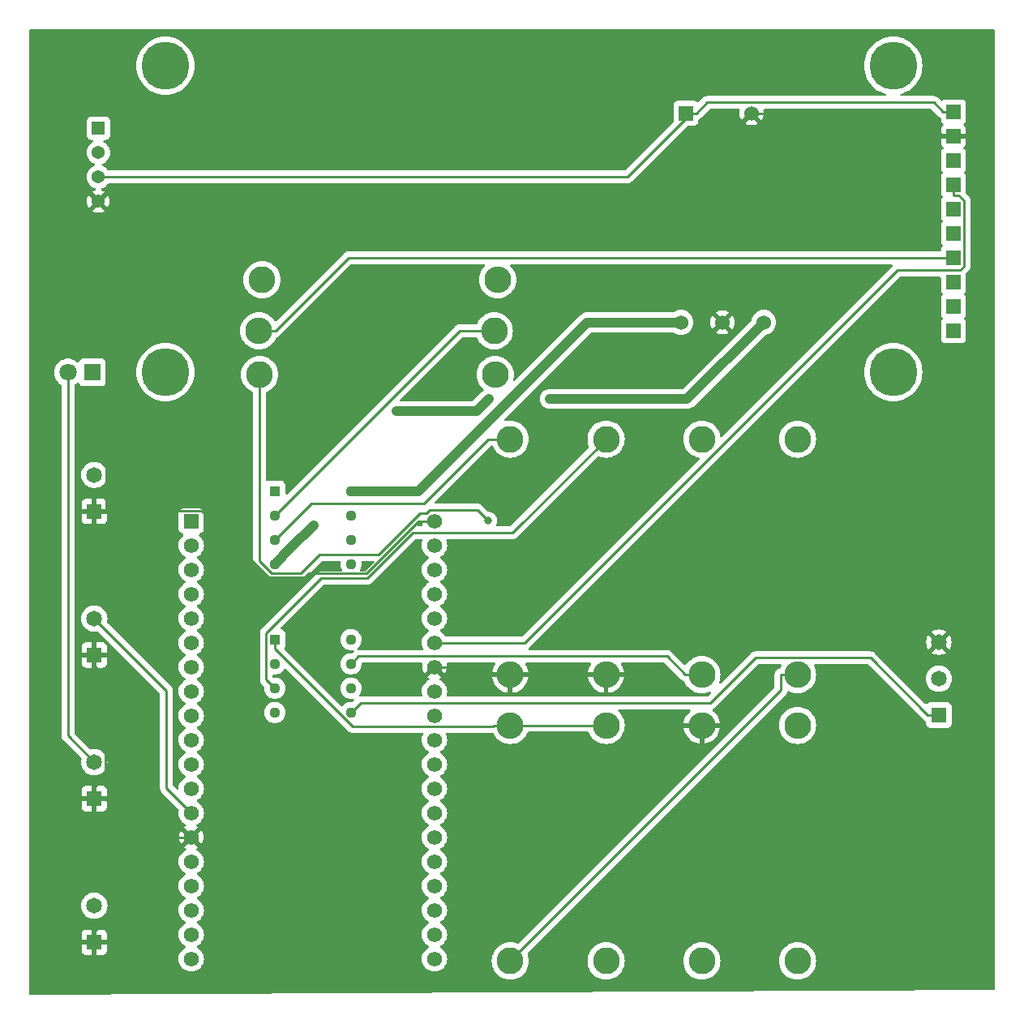
<source format=gbr>
%TF.GenerationSoftware,KiCad,Pcbnew,7.0.2*%
%TF.CreationDate,2024-03-19T15:43:20+05:30*%
%TF.ProjectId,gauss_meter_kicad,67617573-735f-46d6-9574-65725f6b6963,rev?*%
%TF.SameCoordinates,Original*%
%TF.FileFunction,Copper,L1,Top*%
%TF.FilePolarity,Positive*%
%FSLAX46Y46*%
G04 Gerber Fmt 4.6, Leading zero omitted, Abs format (unit mm)*
G04 Created by KiCad (PCBNEW 7.0.2) date 2024-03-19 15:43:20*
%MOMM*%
%LPD*%
G01*
G04 APERTURE LIST*
%TA.AperFunction,ComponentPad*%
%ADD10R,1.650000X1.650000*%
%TD*%
%TA.AperFunction,ComponentPad*%
%ADD11C,1.650000*%
%TD*%
%TA.AperFunction,ComponentPad*%
%ADD12C,2.800000*%
%TD*%
%TA.AperFunction,ComponentPad*%
%ADD13O,2.800000X2.800000*%
%TD*%
%TA.AperFunction,ComponentPad*%
%ADD14R,1.130000X1.130000*%
%TD*%
%TA.AperFunction,ComponentPad*%
%ADD15C,1.130000*%
%TD*%
%TA.AperFunction,ComponentPad*%
%ADD16R,1.560000X1.560000*%
%TD*%
%TA.AperFunction,ComponentPad*%
%ADD17C,1.560000*%
%TD*%
%TA.AperFunction,WasherPad*%
%ADD18C,5.000000*%
%TD*%
%TA.AperFunction,ComponentPad*%
%ADD19R,1.370000X1.370000*%
%TD*%
%TA.AperFunction,ComponentPad*%
%ADD20C,1.370000*%
%TD*%
%TA.AperFunction,ComponentPad*%
%ADD21R,1.800000X1.800000*%
%TD*%
%TA.AperFunction,ComponentPad*%
%ADD22C,1.800000*%
%TD*%
%TA.AperFunction,ComponentPad*%
%ADD23R,1.524000X1.524000*%
%TD*%
%TA.AperFunction,ComponentPad*%
%ADD24C,1.524000*%
%TD*%
%TA.AperFunction,ViaPad*%
%ADD25C,0.800000*%
%TD*%
%TA.AperFunction,Conductor*%
%ADD26C,0.250000*%
%TD*%
%TA.AperFunction,Conductor*%
%ADD27C,1.000000*%
%TD*%
G04 APERTURE END LIST*
D10*
%TO.P,HOLD_HDR1,1,1*%
%TO.N,GND*%
X86560000Y-94798000D03*
D11*
%TO.P,HOLD_HDR1,2,2*%
%TO.N,/HOLD*%
X86560000Y-90988000D03*
%TD*%
D12*
%TO.P,R3,1*%
%TO.N,Net-(U1-1IN-)*%
X128334000Y-75946000D03*
D13*
%TO.P,R3,2*%
%TO.N,/A0*%
X103734000Y-75946000D03*
%TD*%
D12*
%TO.P,R10,1*%
%TO.N,/LM358_2*%
X130000000Y-141746000D03*
D13*
%TO.P,R10,2*%
%TO.N,Net-(R10-Pad2)*%
X130000000Y-117146000D03*
%TD*%
D10*
%TO.P,SW3_HDR1,1,1*%
%TO.N,GND*%
X86560000Y-139798000D03*
D11*
%TO.P,SW3_HDR1,2,2*%
%TO.N,/SW3*%
X86560000Y-135988000D03*
%TD*%
D12*
%TO.P,R12,1*%
%TO.N,Net-(R12-Pad1)*%
X160000000Y-87254000D03*
D13*
%TO.P,R12,2*%
%TO.N,/LM358_2*%
X160000000Y-111854000D03*
%TD*%
D10*
%TO.P,PWR_HDR1,1,1*%
%TO.N,GND*%
X86560000Y-124798000D03*
D11*
%TO.P,PWR_HDR1,2,2*%
%TO.N,/5V*%
X86560000Y-120988000D03*
%TD*%
D14*
%TO.P,U1,1,1OUT*%
%TO.N,/A0*%
X105410000Y-92690000D03*
D15*
%TO.P,U1,2,1IN-*%
%TO.N,Net-(U1-1IN-)*%
X105410000Y-95230000D03*
%TO.P,U1,3,1IN+*%
%TO.N,/LM258_3*%
X105410000Y-97770000D03*
%TO.P,U1,4,GND*%
%TO.N,/-12V*%
X105410000Y-100310000D03*
%TO.P,U1,5,2IN+*%
%TO.N,unconnected-(U1-2IN+-Pad5)*%
X113350000Y-100310000D03*
%TO.P,U1,6,2IN-*%
%TO.N,unconnected-(U1-2IN--Pad6)*%
X113350000Y-97770000D03*
%TO.P,U1,7,2OUT*%
%TO.N,unconnected-(U1-2OUT-Pad7)*%
X113350000Y-95230000D03*
%TO.P,U1,8,VCC*%
%TO.N,/+12V*%
X113350000Y-92690000D03*
%TD*%
D12*
%TO.P,R13,1*%
%TO.N,/LM358_7*%
X104076000Y-70612000D03*
D13*
%TO.P,R13,2*%
%TO.N,Net-(R12-Pad1)*%
X128676000Y-70612000D03*
%TD*%
D12*
%TO.P,R5,1*%
%TO.N,/1V_REF*%
X140000000Y-87254000D03*
D13*
%TO.P,R5,2*%
%TO.N,GND*%
X140000000Y-111854000D03*
%TD*%
D10*
%TO.P,NULL_HDR1,1,1*%
%TO.N,GND*%
X86560000Y-109798000D03*
D11*
%TO.P,NULL_HDR1,2,2*%
%TO.N,/NULL*%
X86560000Y-105988000D03*
%TD*%
D12*
%TO.P,R9,1*%
%TO.N,Net-(U1-1IN-)*%
X140000000Y-141746000D03*
D13*
%TO.P,R9,2*%
%TO.N,Net-(R10-Pad2)*%
X140000000Y-117146000D03*
%TD*%
D14*
%TO.P,U2,1*%
%TO.N,Net-(R10-Pad2)*%
X105410000Y-108190000D03*
D15*
%TO.P,U2,2*%
%TO.N,/LM358_2*%
X105410000Y-110730000D03*
%TO.P,U2,3*%
%TO.N,/1V_REF*%
X105410000Y-113270000D03*
%TO.P,U2,4,GND*%
%TO.N,/-12V*%
X105410000Y-115810000D03*
%TO.P,U2,5*%
%TO.N,/HALL*%
X113350000Y-115810000D03*
%TO.P,U2,6*%
%TO.N,Net-(R12-Pad1)*%
X113350000Y-113270000D03*
%TO.P,U2,7*%
%TO.N,/LM358_7*%
X113350000Y-110730000D03*
%TO.P,U2,8,V+*%
%TO.N,/+12V*%
X113350000Y-108190000D03*
%TD*%
D12*
%TO.P,R1,1*%
%TO.N,/5V*%
X160000000Y-141746000D03*
D13*
%TO.P,R1,2*%
%TO.N,Net-(R1-Pad2)*%
X160000000Y-117146000D03*
%TD*%
D12*
%TO.P,R2,1*%
%TO.N,/LM258_3*%
X130000000Y-87254000D03*
D13*
%TO.P,R2,2*%
%TO.N,GND*%
X130000000Y-111854000D03*
%TD*%
D12*
%TO.P,R4,1*%
%TO.N,Net-(R1-Pad2)*%
X103822000Y-80518000D03*
D13*
%TO.P,R4,2*%
%TO.N,/1V_REF*%
X128422000Y-80518000D03*
%TD*%
D16*
%TO.P,U3,J2-1,3V3*%
%TO.N,unconnected-(U3-3V3-PadJ2-1)*%
X96680000Y-95810000D03*
D17*
%TO.P,U3,J2-2,EN*%
%TO.N,unconnected-(U3-EN-PadJ2-2)*%
X96680000Y-98350000D03*
%TO.P,U3,J2-3,SENSOR_VP*%
%TO.N,unconnected-(U3-SENSOR_VP-PadJ2-3)*%
X96680000Y-100890000D03*
%TO.P,U3,J2-4,SENSOR_VN*%
%TO.N,unconnected-(U3-SENSOR_VN-PadJ2-4)*%
X96680000Y-103430000D03*
%TO.P,U3,J2-5,IO34*%
%TO.N,unconnected-(U3-IO34-PadJ2-5)*%
X96680000Y-105970000D03*
%TO.P,U3,J2-6,IO35*%
%TO.N,unconnected-(U3-IO35-PadJ2-6)*%
X96680000Y-108510000D03*
%TO.P,U3,J2-7,IO32*%
%TO.N,unconnected-(U3-IO32-PadJ2-7)*%
X96680000Y-111050000D03*
%TO.P,U3,J2-8,IO33*%
%TO.N,unconnected-(U3-IO33-PadJ2-8)*%
X96680000Y-113590000D03*
%TO.P,U3,J2-9,IO25*%
%TO.N,unconnected-(U3-IO25-PadJ2-9)*%
X96680000Y-116130000D03*
%TO.P,U3,J2-10,IO26*%
%TO.N,unconnected-(U3-IO26-PadJ2-10)*%
X96680000Y-118670000D03*
%TO.P,U3,J2-11,IO27*%
%TO.N,unconnected-(U3-IO27-PadJ2-11)*%
X96680000Y-121210000D03*
%TO.P,U3,J2-12,IO14*%
%TO.N,/SW3*%
X96680000Y-123750000D03*
%TO.P,U3,J2-13,IO12*%
%TO.N,/NULL*%
X96680000Y-126290000D03*
%TO.P,U3,J2-14,GND1*%
%TO.N,GND*%
X96680000Y-128830000D03*
%TO.P,U3,J2-15,IO13*%
%TO.N,/HOLD*%
X96680000Y-131370000D03*
%TO.P,U3,J2-16,SD2*%
%TO.N,unconnected-(U3-SD2-PadJ2-16)*%
X96680000Y-133910000D03*
%TO.P,U3,J2-17,SD3*%
%TO.N,unconnected-(U3-SD3-PadJ2-17)*%
X96680000Y-136450000D03*
%TO.P,U3,J2-18,CMD*%
%TO.N,unconnected-(U3-CMD-PadJ2-18)*%
X96680000Y-138990000D03*
%TO.P,U3,J2-19,EXT_5V*%
%TO.N,/5V*%
X96680000Y-141530000D03*
%TO.P,U3,J3-1,GND3*%
%TO.N,GND*%
X122080000Y-95810000D03*
%TO.P,U3,J3-2,IO23*%
%TO.N,unconnected-(U3-IO23-PadJ3-2)*%
X122080000Y-98350000D03*
%TO.P,U3,J3-3,IO22*%
%TO.N,/SCL*%
X122080000Y-100890000D03*
%TO.P,U3,J3-4,TXD0*%
%TO.N,unconnected-(U3-TXD0-PadJ3-4)*%
X122080000Y-103430000D03*
%TO.P,U3,J3-5,RXD0*%
%TO.N,unconnected-(U3-RXD0-PadJ3-5)*%
X122080000Y-105970000D03*
%TO.P,U3,J3-6,IO21*%
%TO.N,/SDA*%
X122080000Y-108510000D03*
%TO.P,U3,J3-7,GND2*%
%TO.N,GND*%
X122080000Y-111050000D03*
%TO.P,U3,J3-8,IO19*%
%TO.N,unconnected-(U3-IO19-PadJ3-8)*%
X122080000Y-113590000D03*
%TO.P,U3,J3-9,IO18*%
%TO.N,unconnected-(U3-IO18-PadJ3-9)*%
X122080000Y-116130000D03*
%TO.P,U3,J3-10,IO5*%
%TO.N,unconnected-(U3-IO5-PadJ3-10)*%
X122080000Y-118670000D03*
%TO.P,U3,J3-11,IO17*%
%TO.N,unconnected-(U3-IO17-PadJ3-11)*%
X122080000Y-121210000D03*
%TO.P,U3,J3-12,IO16*%
%TO.N,unconnected-(U3-IO16-PadJ3-12)*%
X122080000Y-123750000D03*
%TO.P,U3,J3-13,IO4*%
%TO.N,unconnected-(U3-IO4-PadJ3-13)*%
X122080000Y-126290000D03*
%TO.P,U3,J3-14,IO0*%
%TO.N,unconnected-(U3-IO0-PadJ3-14)*%
X122080000Y-128830000D03*
%TO.P,U3,J3-15,IO2*%
%TO.N,unconnected-(U3-IO2-PadJ3-15)*%
X122080000Y-131370000D03*
%TO.P,U3,J3-16,IO15*%
%TO.N,unconnected-(U3-IO15-PadJ3-16)*%
X122080000Y-133910000D03*
%TO.P,U3,J3-17,SD1*%
%TO.N,unconnected-(U3-SD1-PadJ3-17)*%
X122080000Y-136450000D03*
%TO.P,U3,J3-18,SD0*%
%TO.N,unconnected-(U3-SD0-PadJ3-18)*%
X122080000Y-138990000D03*
%TO.P,U3,J3-19,CLK*%
%TO.N,unconnected-(U3-CLK-PadJ3-19)*%
X122080000Y-141530000D03*
%TD*%
D18*
%TO.P,LCD_HDR1,*%
%TO.N,*%
X93980000Y-48264000D03*
X93980000Y-80264000D03*
X169980000Y-48264000D03*
X169980000Y-80264000D03*
D19*
%TO.P,LCD_HDR1,01,01*%
%TO.N,/SCL*%
X86980000Y-54788000D03*
D20*
%TO.P,LCD_HDR1,02,02*%
%TO.N,/SDA*%
X86980000Y-57328000D03*
%TO.P,LCD_HDR1,03,03*%
%TO.N,/5V*%
X86980000Y-59868000D03*
%TO.P,LCD_HDR1,04,04*%
%TO.N,GND*%
X86980000Y-62408000D03*
%TD*%
D21*
%TO.P,PWR_LED1,1,K*%
%TO.N,Net-(PWR_LED1-K)*%
X86340000Y-80295000D03*
D22*
%TO.P,PWR_LED1,2,A*%
%TO.N,/5V*%
X83800000Y-80295000D03*
%TD*%
D10*
%TO.P,HALL_HDR1,01,01*%
%TO.N,/HALL*%
X174752000Y-116078000D03*
D11*
%TO.P,HALL_HDR1,02,02*%
%TO.N,/5V*%
X174752000Y-112268000D03*
%TO.P,HALL_HDR1,03,03*%
%TO.N,GND*%
X174752000Y-108458000D03*
%TD*%
D12*
%TO.P,R7,1*%
%TO.N,/LM258_3*%
X150000000Y-87254000D03*
D13*
%TO.P,R7,2*%
%TO.N,/LM358_7*%
X150000000Y-111854000D03*
%TD*%
D12*
%TO.P,R11,1*%
%TO.N,Net-(PWR_LED1-K)*%
X150000000Y-141746000D03*
D13*
%TO.P,R11,2*%
%TO.N,GND*%
X150000000Y-117146000D03*
%TD*%
D23*
%TO.P,U4,1,VDD*%
%TO.N,/5V*%
X176276000Y-53081500D03*
%TO.P,U4,2,GND*%
%TO.N,GND*%
X176276000Y-55621500D03*
%TO.P,U4,3,SCL*%
%TO.N,/SCL*%
X176276000Y-58161500D03*
%TO.P,U4,4,SDA*%
%TO.N,/SDA*%
X176276000Y-60701500D03*
%TO.P,U4,5,ADDR*%
%TO.N,unconnected-(U4-ADDR-Pad5)*%
X176276000Y-63241500D03*
%TO.P,U4,6,ALRT*%
%TO.N,unconnected-(U4-ALRT-Pad6)*%
X176276000Y-65781500D03*
%TO.P,U4,7,A0*%
%TO.N,/A0*%
X176276000Y-68321500D03*
%TO.P,U4,8,A1*%
%TO.N,unconnected-(U4-A1-Pad8)*%
X176276000Y-70861500D03*
%TO.P,U4,9,A2*%
%TO.N,unconnected-(U4-A2-Pad9)*%
X176276000Y-73401500D03*
%TO.P,U4,10,A3*%
%TO.N,unconnected-(U4-A3-Pad10)*%
X176276000Y-75941500D03*
%TD*%
%TO.P,U6,1,5V*%
%TO.N,/5V*%
X148336000Y-53213000D03*
D24*
%TO.P,U6,2,GND*%
%TO.N,GND*%
X155194000Y-53213000D03*
%TO.P,U6,3,+12*%
%TO.N,/+12V*%
X147828000Y-75057000D03*
%TO.P,U6,4,GND*%
%TO.N,GND*%
X152146000Y-75057000D03*
%TO.P,U6,5,-12*%
%TO.N,/-12V*%
X156464000Y-75057000D03*
%TD*%
D25*
%TO.N,Net-(R1-Pad2)*%
X127692800Y-95778400D03*
%TO.N,/-12V*%
X118110000Y-84328000D03*
X134112000Y-83058000D03*
X109474000Y-96266000D03*
X127762000Y-83058000D03*
%TD*%
D26*
%TO.N,/HALL*%
X114352000Y-114808000D02*
X113350000Y-115810000D01*
X155594900Y-110089100D02*
X150876000Y-114808000D01*
X174752000Y-116078000D02*
X173600100Y-116078000D01*
X173600100Y-116078000D02*
X167611200Y-110089100D01*
X150876000Y-114808000D02*
X114352000Y-114808000D01*
X167611200Y-110089100D02*
X155594900Y-110089100D01*
%TO.N,/5V*%
X174203600Y-52098000D02*
X175187100Y-53081500D01*
X142225500Y-59868000D02*
X86980000Y-59868000D01*
X148336000Y-53213000D02*
X148880500Y-53213000D01*
X148880500Y-53213000D02*
X142225500Y-59868000D01*
X176276000Y-53081500D02*
X175187100Y-53081500D01*
X86560000Y-120988000D02*
X83800000Y-118228000D01*
X150539900Y-52098000D02*
X174203600Y-52098000D01*
X148880500Y-53213000D02*
X149424900Y-53213000D01*
X83800000Y-118228000D02*
X83800000Y-80295000D01*
X149424900Y-53213000D02*
X150539900Y-52098000D01*
%TO.N,GND*%
X87806800Y-94703100D02*
X97803200Y-94703100D01*
X87806800Y-63234800D02*
X86980000Y-62408000D01*
X86560000Y-124798000D02*
X87711900Y-124798000D01*
X87711900Y-122494200D02*
X86560000Y-123646100D01*
X97803200Y-94703100D02*
X104773600Y-101673500D01*
X86560000Y-94798000D02*
X87711900Y-94798000D01*
X155194000Y-53213000D02*
X172778600Y-53213000D01*
X108992500Y-101221600D02*
X114955300Y-101221600D01*
X86560000Y-124798000D02*
X86560000Y-123646100D01*
X91743900Y-128830000D02*
X87711900Y-124798000D01*
X86560000Y-139798000D02*
X86560000Y-138646100D01*
X176276000Y-55621500D02*
X175187100Y-55621500D01*
X104773600Y-101673500D02*
X108540600Y-101673500D01*
X120366900Y-95810000D02*
X122080000Y-95810000D01*
X172778600Y-53213000D02*
X175187100Y-55621500D01*
X127469100Y-111050000D02*
X128273100Y-111854000D01*
X96680000Y-128830000D02*
X91743900Y-128830000D01*
X122080000Y-111050000D02*
X127469100Y-111050000D01*
X108540600Y-101673500D02*
X108992500Y-101221600D01*
X87806800Y-94703100D02*
X87806800Y-63234800D01*
X87711900Y-112101800D02*
X87711900Y-122494200D01*
X86560000Y-109798000D02*
X86560000Y-110949900D01*
X91743900Y-128830000D02*
X91743900Y-133462200D01*
X91743900Y-133462200D02*
X86560000Y-138646100D01*
X86560000Y-110949900D02*
X87711900Y-112101800D01*
X114955300Y-101221600D02*
X120366900Y-95810000D01*
X87711900Y-94798000D02*
X87806800Y-94703100D01*
X130000000Y-111854000D02*
X128273100Y-111854000D01*
%TO.N,/SDA*%
X170397300Y-69635500D02*
X131522800Y-108510000D01*
X131522800Y-108510000D02*
X122080000Y-108510000D01*
X176276000Y-61790400D02*
X176820500Y-61790400D01*
X176276000Y-60701500D02*
X176276000Y-61790400D01*
X176948300Y-69635500D02*
X170397300Y-69635500D01*
X176820500Y-61790400D02*
X177364900Y-62334800D01*
X177364900Y-69218900D02*
X176948300Y-69635500D01*
X177364900Y-62334800D02*
X177364900Y-69218900D01*
%TO.N,/NULL*%
X94095700Y-113523700D02*
X86560000Y-105988000D01*
X94095700Y-123705700D02*
X94095700Y-113523700D01*
X96680000Y-126290000D02*
X94095700Y-123705700D01*
%TO.N,Net-(R1-Pad2)*%
X110067600Y-99282500D02*
X108128500Y-101221600D01*
X116255300Y-99282500D02*
X110067600Y-99282500D01*
X127692800Y-95778400D02*
X126567000Y-94652600D01*
X103822000Y-100003200D02*
X103822000Y-80518000D01*
X126567000Y-94652600D02*
X121598300Y-94652600D01*
X121598300Y-94652600D02*
X121263300Y-94987600D01*
X105040400Y-101221600D02*
X103822000Y-100003200D01*
X120550200Y-94987600D02*
X116255300Y-99282500D01*
X121263300Y-94987600D02*
X120550200Y-94987600D01*
X108128500Y-101221600D02*
X105040400Y-101221600D01*
%TO.N,/LM258_3*%
X121012800Y-93959900D02*
X109220100Y-93959900D01*
X130000000Y-87254000D02*
X127718700Y-87254000D01*
X109220100Y-93959900D02*
X105410000Y-97770000D01*
X127718700Y-87254000D02*
X121012800Y-93959900D01*
%TO.N,Net-(U1-1IN-)*%
X105410000Y-95230000D02*
X124694000Y-75946000D01*
X124694000Y-75946000D02*
X128334000Y-75946000D01*
%TO.N,/A0*%
X176276000Y-68321500D02*
X113085400Y-68321500D01*
X103734000Y-75946000D02*
X105460900Y-75946000D01*
X113085400Y-68321500D02*
X105460900Y-75946000D01*
%TO.N,/1V_REF*%
X104518100Y-107489600D02*
X104518100Y-112378100D01*
X119826600Y-97024900D02*
X115068400Y-101783100D01*
X115068400Y-101783100D02*
X110224600Y-101783100D01*
X130229100Y-97024900D02*
X119826600Y-97024900D01*
X104518100Y-112378100D02*
X105410000Y-113270000D01*
X110224600Y-101783100D02*
X104518100Y-107489600D01*
X140000000Y-87254000D02*
X130229100Y-97024900D01*
%TO.N,/LM358_7*%
X114147200Y-109932800D02*
X146351900Y-109932800D01*
X150000000Y-111854000D02*
X148273100Y-111854000D01*
X113350000Y-110730000D02*
X114147200Y-109932800D01*
X146351900Y-109932800D02*
X148273100Y-111854000D01*
%TO.N,Net-(R10-Pad2)*%
X140000000Y-117146000D02*
X130000000Y-117146000D01*
X130000000Y-117146000D02*
X128273100Y-117146000D01*
X105410000Y-109138900D02*
X113509300Y-117238200D01*
X128180900Y-117238200D02*
X128273100Y-117146000D01*
X105410000Y-108190000D02*
X105410000Y-109138900D01*
X113509300Y-117238200D02*
X128180900Y-117238200D01*
%TO.N,/LM358_2*%
X158273100Y-113472900D02*
X158273100Y-111854000D01*
X130000000Y-141746000D02*
X158273100Y-113472900D01*
X160000000Y-111854000D02*
X158273100Y-111854000D01*
D27*
%TO.N,/-12V*%
X126492000Y-84328000D02*
X127762000Y-83058000D01*
D26*
X109454000Y-96266000D02*
X109474000Y-96266000D01*
D27*
X118110000Y-84328000D02*
X126492000Y-84328000D01*
X107048400Y-98671600D02*
X105410000Y-100310000D01*
X148463000Y-83058000D02*
X156464000Y-75057000D01*
X134112000Y-83058000D02*
X148463000Y-83058000D01*
X107048400Y-98671600D02*
X109454000Y-96266000D01*
%TO.N,/+12V*%
X120416000Y-92690000D02*
X113350000Y-92690000D01*
X138049000Y-75057000D02*
X120416000Y-92690000D01*
X147828000Y-75057000D02*
X138049000Y-75057000D01*
%TD*%
%TA.AperFunction,Conductor*%
%TO.N,GND*%
G36*
X120802964Y-97710085D02*
G01*
X120848719Y-97762889D01*
X120858663Y-97832047D01*
X120848307Y-97866804D01*
X120834397Y-97896633D01*
X120774593Y-98119824D01*
X120754455Y-98350000D01*
X120774593Y-98580175D01*
X120823806Y-98763843D01*
X120834396Y-98803363D01*
X120932045Y-99012772D01*
X121064574Y-99202043D01*
X121227957Y-99365426D01*
X121417228Y-99497955D01*
X121437951Y-99507618D01*
X121490390Y-99553791D01*
X121509541Y-99620985D01*
X121489325Y-99687866D01*
X121437951Y-99732381D01*
X121417230Y-99742044D01*
X121417228Y-99742045D01*
X121227953Y-99874577D01*
X121064577Y-100037953D01*
X121064574Y-100037956D01*
X121064574Y-100037957D01*
X120949261Y-100202642D01*
X120932044Y-100227230D01*
X120834396Y-100436635D01*
X120774593Y-100659824D01*
X120754455Y-100889999D01*
X120774593Y-101120175D01*
X120829942Y-101326743D01*
X120834396Y-101343363D01*
X120932045Y-101552772D01*
X121064574Y-101742043D01*
X121227957Y-101905426D01*
X121417228Y-102037955D01*
X121437951Y-102047618D01*
X121490390Y-102093791D01*
X121509541Y-102160985D01*
X121489325Y-102227866D01*
X121437951Y-102272381D01*
X121417228Y-102282045D01*
X121249110Y-102399763D01*
X121227953Y-102414577D01*
X121064577Y-102577953D01*
X120932044Y-102767230D01*
X120834396Y-102976635D01*
X120774593Y-103199824D01*
X120754455Y-103430000D01*
X120774593Y-103660175D01*
X120774594Y-103660178D01*
X120834396Y-103883363D01*
X120932045Y-104092772D01*
X121064574Y-104282043D01*
X121227957Y-104445426D01*
X121417228Y-104577955D01*
X121437951Y-104587618D01*
X121490390Y-104633791D01*
X121509541Y-104700985D01*
X121489325Y-104767866D01*
X121437951Y-104812381D01*
X121417230Y-104822044D01*
X121417228Y-104822045D01*
X121227953Y-104954577D01*
X121064577Y-105117953D01*
X121064574Y-105117956D01*
X121064574Y-105117957D01*
X121044646Y-105146418D01*
X120932044Y-105307230D01*
X120834396Y-105516635D01*
X120774593Y-105739824D01*
X120754455Y-105970000D01*
X120774593Y-106200175D01*
X120834396Y-106423364D01*
X120887022Y-106536220D01*
X120932045Y-106632772D01*
X121064574Y-106822043D01*
X121227957Y-106985426D01*
X121417228Y-107117955D01*
X121437950Y-107127617D01*
X121490388Y-107173788D01*
X121509541Y-107240981D01*
X121489326Y-107307862D01*
X121437954Y-107352379D01*
X121417232Y-107362042D01*
X121227953Y-107494577D01*
X121064577Y-107657953D01*
X121064574Y-107657956D01*
X121064574Y-107657957D01*
X120933956Y-107844500D01*
X120932044Y-107847230D01*
X120834396Y-108056635D01*
X120774593Y-108279824D01*
X120754455Y-108509999D01*
X120774593Y-108740175D01*
X120793719Y-108811553D01*
X120825049Y-108928481D01*
X120834397Y-108963366D01*
X120893865Y-109090896D01*
X120904357Y-109159973D01*
X120875837Y-109223757D01*
X120817360Y-109261996D01*
X120781483Y-109267300D01*
X114171063Y-109267300D01*
X114163576Y-109267074D01*
X114156152Y-109266625D01*
X114124398Y-109264704D01*
X114058670Y-109241007D01*
X114016187Y-109185536D01*
X114010438Y-109115904D01*
X114043247Y-109054217D01*
X114048333Y-109049307D01*
X114170474Y-108937961D01*
X114293942Y-108774464D01*
X114293942Y-108774462D01*
X114293944Y-108774461D01*
X114385264Y-108591064D01*
X114441332Y-108394007D01*
X114445869Y-108345047D01*
X114460236Y-108190000D01*
X114441332Y-107985995D01*
X114441332Y-107985992D01*
X114385264Y-107788935D01*
X114293944Y-107605538D01*
X114170473Y-107442037D01*
X114019069Y-107304014D01*
X113901668Y-107231322D01*
X113844875Y-107196157D01*
X113844873Y-107196156D01*
X113653831Y-107122147D01*
X113631390Y-107117952D01*
X113452440Y-107084500D01*
X113247560Y-107084500D01*
X113113299Y-107109597D01*
X113046168Y-107122147D01*
X112855126Y-107196156D01*
X112680930Y-107304014D01*
X112529526Y-107442037D01*
X112406055Y-107605538D01*
X112314735Y-107788935D01*
X112258667Y-107985992D01*
X112239764Y-108190000D01*
X112258667Y-108394007D01*
X112314735Y-108591064D01*
X112406055Y-108774461D01*
X112529526Y-108937962D01*
X112680930Y-109075985D01*
X112680932Y-109075986D01*
X112680933Y-109075987D01*
X112855125Y-109183843D01*
X113046169Y-109257853D01*
X113247560Y-109295500D01*
X113247562Y-109295500D01*
X113452440Y-109295500D01*
X113539597Y-109279207D01*
X113609110Y-109286237D01*
X113663789Y-109329733D01*
X113686272Y-109395887D01*
X113669420Y-109463694D01*
X113650062Y-109488775D01*
X113550656Y-109588182D01*
X113489336Y-109621666D01*
X113462977Y-109624500D01*
X113452440Y-109624500D01*
X113247560Y-109624500D01*
X113113299Y-109649598D01*
X113046168Y-109662147D01*
X112855126Y-109736156D01*
X112680930Y-109844014D01*
X112529526Y-109982037D01*
X112406055Y-110145538D01*
X112314735Y-110328935D01*
X112258667Y-110525992D01*
X112239764Y-110730000D01*
X112258667Y-110934007D01*
X112314735Y-111131064D01*
X112406055Y-111314461D01*
X112529526Y-111477962D01*
X112680930Y-111615985D01*
X112680932Y-111615986D01*
X112680933Y-111615987D01*
X112855125Y-111723843D01*
X113046169Y-111797853D01*
X113247560Y-111835500D01*
X113247562Y-111835500D01*
X113452438Y-111835500D01*
X113452440Y-111835500D01*
X113653831Y-111797853D01*
X113844875Y-111723843D01*
X114019067Y-111615987D01*
X114170474Y-111477961D01*
X114293942Y-111314464D01*
X114293942Y-111314462D01*
X114293944Y-111314461D01*
X114385264Y-111131064D01*
X114441332Y-110934007D01*
X114457956Y-110754600D01*
X114460236Y-110730000D01*
X114460235Y-110729999D01*
X114461296Y-110718559D01*
X114463513Y-110718764D01*
X114473993Y-110665178D01*
X114522347Y-110614744D01*
X114584053Y-110598300D01*
X120714279Y-110598300D01*
X120781318Y-110617985D01*
X120827073Y-110670789D01*
X120837017Y-110739947D01*
X120834054Y-110754394D01*
X120814630Y-110826883D01*
X120795110Y-111050000D01*
X120814630Y-111273116D01*
X120872599Y-111489459D01*
X120967252Y-111692442D01*
X121015334Y-111761111D01*
X121579439Y-111197005D01*
X121585418Y-111225775D01*
X121651181Y-111352693D01*
X121748749Y-111457162D01*
X121870884Y-111531434D01*
X121934339Y-111549213D01*
X121368888Y-112114664D01*
X121437554Y-112162745D01*
X121485865Y-112185273D01*
X121538305Y-112231445D01*
X121557457Y-112298639D01*
X121537242Y-112365520D01*
X121485867Y-112410038D01*
X121447980Y-112427705D01*
X121417228Y-112442045D01*
X121279261Y-112538651D01*
X121227953Y-112574577D01*
X121064577Y-112737953D01*
X121064574Y-112737956D01*
X121064574Y-112737957D01*
X120937013Y-112920134D01*
X120932044Y-112927230D01*
X120834396Y-113136635D01*
X120774593Y-113359824D01*
X120754455Y-113589999D01*
X120774593Y-113820175D01*
X120774594Y-113820178D01*
X120819134Y-113986407D01*
X120817472Y-114056256D01*
X120778310Y-114114119D01*
X120714081Y-114141623D01*
X120699360Y-114142500D01*
X114375863Y-114142500D01*
X114368376Y-114142274D01*
X114357613Y-114141623D01*
X114320166Y-114139357D01*
X114254439Y-114115662D01*
X114211955Y-114060191D01*
X114206206Y-113990559D01*
X114228699Y-113940859D01*
X114293942Y-113854464D01*
X114293942Y-113854462D01*
X114293944Y-113854461D01*
X114385264Y-113671064D01*
X114441332Y-113474007D01*
X114446793Y-113415067D01*
X114460236Y-113270000D01*
X114441332Y-113065995D01*
X114441332Y-113065992D01*
X114385264Y-112868935D01*
X114293944Y-112685538D01*
X114170473Y-112522037D01*
X114019069Y-112384014D01*
X113878006Y-112296671D01*
X113844875Y-112276157D01*
X113844873Y-112276156D01*
X113653831Y-112202147D01*
X113631401Y-112197954D01*
X113452440Y-112164500D01*
X113247560Y-112164500D01*
X113136436Y-112185273D01*
X113046168Y-112202147D01*
X112855126Y-112276156D01*
X112680930Y-112384014D01*
X112529526Y-112522037D01*
X112406055Y-112685538D01*
X112314735Y-112868935D01*
X112258667Y-113065992D01*
X112239764Y-113270000D01*
X112258667Y-113474007D01*
X112314735Y-113671064D01*
X112406055Y-113854461D01*
X112529526Y-114017962D01*
X112680930Y-114155985D01*
X112680932Y-114155986D01*
X112680933Y-114155987D01*
X112855125Y-114263843D01*
X113046169Y-114337853D01*
X113247560Y-114375500D01*
X113247562Y-114375500D01*
X113452440Y-114375500D01*
X113539597Y-114359207D01*
X113609110Y-114366237D01*
X113663789Y-114409733D01*
X113686272Y-114475887D01*
X113669420Y-114543694D01*
X113650063Y-114568775D01*
X113550656Y-114668182D01*
X113489336Y-114701666D01*
X113462977Y-114704500D01*
X113452440Y-114704500D01*
X113247560Y-114704500D01*
X113148970Y-114722930D01*
X113046168Y-114742147D01*
X112855126Y-114816156D01*
X112680933Y-114924012D01*
X112529525Y-115062040D01*
X112505585Y-115093741D01*
X112449475Y-115135375D01*
X112379763Y-115140065D01*
X112318952Y-115106692D01*
X106433900Y-109221640D01*
X106400415Y-109160317D01*
X106405399Y-109090625D01*
X106422775Y-109059036D01*
X106450562Y-109022395D01*
X106505070Y-108884174D01*
X106515500Y-108797320D01*
X106515500Y-107582680D01*
X106505070Y-107495826D01*
X106505069Y-107495823D01*
X106450562Y-107357604D01*
X106360785Y-107239214D01*
X106242395Y-107149437D01*
X106100574Y-107093510D01*
X106045431Y-107050604D01*
X106022238Y-106984696D01*
X106038359Y-106916712D01*
X106058380Y-106890479D01*
X110463940Y-102484918D01*
X110525263Y-102451434D01*
X110551621Y-102448600D01*
X115044537Y-102448600D01*
X115052024Y-102448826D01*
X115108878Y-102452265D01*
X115164910Y-102441995D01*
X115172292Y-102440872D01*
X115228834Y-102434008D01*
X115237310Y-102430793D01*
X115258930Y-102424765D01*
X115267842Y-102423133D01*
X115319787Y-102399753D01*
X115326665Y-102396904D01*
X115379945Y-102376699D01*
X115387404Y-102371549D01*
X115406949Y-102360525D01*
X115415217Y-102356805D01*
X115460056Y-102321675D01*
X115466064Y-102317254D01*
X115512949Y-102284893D01*
X115550718Y-102242259D01*
X115555835Y-102236823D01*
X120065940Y-97726719D01*
X120127264Y-97693234D01*
X120153622Y-97690400D01*
X120735925Y-97690400D01*
X120802964Y-97710085D01*
G37*
%TD.AperFunction*%
%TA.AperFunction,Conductor*%
G36*
X128385930Y-110617985D02*
G01*
X128431685Y-110670789D01*
X128441629Y-110739947D01*
X128418158Y-110796610D01*
X128397536Y-110824156D01*
X128267287Y-111062692D01*
X128172305Y-111317345D01*
X128114535Y-111582910D01*
X128113027Y-111604000D01*
X129340671Y-111604000D01*
X129300000Y-111769005D01*
X129300000Y-111938995D01*
X129340671Y-112104000D01*
X128113027Y-112104000D01*
X128114535Y-112125089D01*
X128172305Y-112390654D01*
X128267287Y-112645307D01*
X128397534Y-112883839D01*
X128560410Y-113101415D01*
X128752584Y-113293589D01*
X128970160Y-113456465D01*
X129208692Y-113586712D01*
X129463345Y-113681694D01*
X129728910Y-113739464D01*
X129750000Y-113740972D01*
X129750000Y-112507837D01*
X129831249Y-112538651D01*
X129957660Y-112554000D01*
X130042340Y-112554000D01*
X130168751Y-112538651D01*
X130250000Y-112507837D01*
X130250000Y-113740971D01*
X130271089Y-113739464D01*
X130536654Y-113681694D01*
X130791307Y-113586712D01*
X131029839Y-113456465D01*
X131247415Y-113293589D01*
X131439589Y-113101415D01*
X131602465Y-112883839D01*
X131732712Y-112645307D01*
X131827694Y-112390654D01*
X131885464Y-112125089D01*
X131886973Y-112104000D01*
X130659329Y-112104000D01*
X130700000Y-111938995D01*
X130700000Y-111769005D01*
X130659329Y-111604000D01*
X131886972Y-111604000D01*
X131885464Y-111582910D01*
X131827694Y-111317345D01*
X131732712Y-111062692D01*
X131602463Y-110824156D01*
X131581842Y-110796610D01*
X131557425Y-110731146D01*
X131572277Y-110662873D01*
X131621682Y-110613468D01*
X131681109Y-110598300D01*
X138318891Y-110598300D01*
X138385930Y-110617985D01*
X138431685Y-110670789D01*
X138441629Y-110739947D01*
X138418158Y-110796610D01*
X138397536Y-110824156D01*
X138267287Y-111062692D01*
X138172305Y-111317345D01*
X138114535Y-111582910D01*
X138113027Y-111604000D01*
X139340671Y-111604000D01*
X139300000Y-111769005D01*
X139300000Y-111938995D01*
X139340671Y-112104000D01*
X138113027Y-112104000D01*
X138114535Y-112125089D01*
X138172305Y-112390654D01*
X138267287Y-112645307D01*
X138397534Y-112883839D01*
X138560410Y-113101415D01*
X138752584Y-113293589D01*
X138970160Y-113456465D01*
X139208692Y-113586712D01*
X139463345Y-113681694D01*
X139728910Y-113739464D01*
X139750000Y-113740972D01*
X139750000Y-112507837D01*
X139831249Y-112538651D01*
X139957660Y-112554000D01*
X140042340Y-112554000D01*
X140168751Y-112538651D01*
X140250000Y-112507837D01*
X140250000Y-113740971D01*
X140271089Y-113739464D01*
X140536654Y-113681694D01*
X140791307Y-113586712D01*
X141029839Y-113456465D01*
X141247415Y-113293589D01*
X141439589Y-113101415D01*
X141602465Y-112883839D01*
X141732712Y-112645307D01*
X141827694Y-112390654D01*
X141885464Y-112125089D01*
X141886973Y-112104000D01*
X140659329Y-112104000D01*
X140700000Y-111938995D01*
X140700000Y-111769005D01*
X140659329Y-111604000D01*
X141886972Y-111604000D01*
X141885464Y-111582910D01*
X141827694Y-111317345D01*
X141732712Y-111062692D01*
X141602463Y-110824156D01*
X141581842Y-110796610D01*
X141557425Y-110731146D01*
X141572277Y-110662873D01*
X141621682Y-110613468D01*
X141681109Y-110598300D01*
X146024878Y-110598300D01*
X146091917Y-110617985D01*
X146112559Y-110634619D01*
X147785640Y-112307699D01*
X147790774Y-112313152D01*
X147828551Y-112355793D01*
X147875429Y-112388150D01*
X147881448Y-112392581D01*
X147914632Y-112418578D01*
X147926282Y-112427705D01*
X147934547Y-112431424D01*
X147954095Y-112442450D01*
X147961550Y-112447596D01*
X147961551Y-112447596D01*
X147961555Y-112447599D01*
X148014845Y-112467808D01*
X148021708Y-112470651D01*
X148073658Y-112494033D01*
X148082574Y-112495666D01*
X148104188Y-112501692D01*
X148112666Y-112504908D01*
X148126748Y-112510249D01*
X148125198Y-112514335D01*
X148163772Y-112530926D01*
X148200851Y-112583084D01*
X148230349Y-112662170D01*
X148363375Y-112905791D01*
X148446549Y-113016898D01*
X148529722Y-113128003D01*
X148725997Y-113324278D01*
X148948207Y-113490623D01*
X148948209Y-113490624D01*
X149191827Y-113623650D01*
X149306295Y-113666344D01*
X149451901Y-113720652D01*
X149723133Y-113779655D01*
X150000000Y-113799457D01*
X150276867Y-113779655D01*
X150548099Y-113720652D01*
X150770119Y-113637842D01*
X150839810Y-113632859D01*
X150901133Y-113666344D01*
X150934618Y-113727667D01*
X150929634Y-113797359D01*
X150901133Y-113841706D01*
X150636659Y-114106181D01*
X150575336Y-114139666D01*
X150548978Y-114142500D01*
X123460640Y-114142500D01*
X123393601Y-114122815D01*
X123347846Y-114070011D01*
X123337902Y-114000853D01*
X123340863Y-113986414D01*
X123385406Y-113820178D01*
X123405544Y-113590000D01*
X123385406Y-113359822D01*
X123325604Y-113136637D01*
X123227955Y-112927228D01*
X123095426Y-112737957D01*
X122932043Y-112574574D01*
X122742772Y-112442045D01*
X122674133Y-112410038D01*
X122621694Y-112363865D01*
X122602543Y-112296671D01*
X122622759Y-112229790D01*
X122674136Y-112185273D01*
X122722445Y-112162746D01*
X122791111Y-112114664D01*
X122228765Y-111552318D01*
X122352724Y-111498475D01*
X122463608Y-111408265D01*
X122546041Y-111291483D01*
X122579865Y-111196311D01*
X123144664Y-111761110D01*
X123192748Y-111692442D01*
X123287399Y-111489461D01*
X123345369Y-111273116D01*
X123364889Y-111050000D01*
X123345369Y-110826883D01*
X123325946Y-110754394D01*
X123327609Y-110684544D01*
X123366771Y-110626681D01*
X123430999Y-110599177D01*
X123445721Y-110598300D01*
X128318891Y-110598300D01*
X128385930Y-110617985D01*
G37*
%TD.AperFunction*%
%TA.AperFunction,Conductor*%
G36*
X115730017Y-99967685D02*
G01*
X115775772Y-100020489D01*
X115785716Y-100089647D01*
X115756691Y-100153203D01*
X115750659Y-100159681D01*
X114829059Y-101081281D01*
X114767736Y-101114766D01*
X114741378Y-101117600D01*
X114374463Y-101117600D01*
X114307424Y-101097915D01*
X114261669Y-101045111D01*
X114251725Y-100975953D01*
X114275509Y-100918873D01*
X114293944Y-100894461D01*
X114385264Y-100711064D01*
X114441332Y-100514007D01*
X114444287Y-100482110D01*
X114460236Y-100310000D01*
X114441332Y-100105995D01*
X114441315Y-100105935D01*
X114441315Y-100105820D01*
X114440272Y-100094554D01*
X114441411Y-100094448D01*
X114441901Y-100036068D01*
X114480168Y-99977609D01*
X114543965Y-99949118D01*
X114560581Y-99948000D01*
X115662978Y-99948000D01*
X115730017Y-99967685D01*
G37*
%TD.AperFunction*%
%TA.AperFunction,Conductor*%
G36*
X120727942Y-95853528D02*
G01*
X120783876Y-95895399D01*
X120808137Y-95958902D01*
X120814630Y-96033116D01*
X120860233Y-96203306D01*
X120858570Y-96273156D01*
X120819408Y-96331019D01*
X120755180Y-96358523D01*
X120740458Y-96359400D01*
X120418921Y-96359400D01*
X120351882Y-96339715D01*
X120306127Y-96286911D01*
X120296183Y-96217753D01*
X120325208Y-96154197D01*
X120331225Y-96147733D01*
X120596933Y-95882025D01*
X120658250Y-95848544D01*
X120727942Y-95853528D01*
G37*
%TD.AperFunction*%
%TA.AperFunction,Conductor*%
G36*
X180537039Y-44469685D02*
G01*
X180582794Y-44522489D01*
X180594000Y-44574000D01*
X180594000Y-144656623D01*
X180574315Y-144723662D01*
X180521511Y-144769417D01*
X180470625Y-144780621D01*
X79880625Y-145287372D01*
X79813487Y-145268026D01*
X79767467Y-145215453D01*
X79756000Y-145163374D01*
X79756000Y-140667518D01*
X85235000Y-140667518D01*
X85235354Y-140674132D01*
X85241400Y-140730371D01*
X85291647Y-140865089D01*
X85377811Y-140980188D01*
X85492910Y-141066352D01*
X85627628Y-141116599D01*
X85683867Y-141122645D01*
X85690482Y-141123000D01*
X86310000Y-141123000D01*
X86310000Y-140289683D01*
X86338819Y-140307209D01*
X86484404Y-140348000D01*
X86597622Y-140348000D01*
X86709783Y-140332584D01*
X86810000Y-140289053D01*
X86810000Y-141123000D01*
X87429518Y-141123000D01*
X87436132Y-141122645D01*
X87492371Y-141116599D01*
X87627089Y-141066352D01*
X87742188Y-140980188D01*
X87828352Y-140865089D01*
X87878599Y-140730371D01*
X87884645Y-140674132D01*
X87885000Y-140667518D01*
X87885000Y-140048000D01*
X87054852Y-140048000D01*
X87103559Y-139910953D01*
X87113877Y-139760114D01*
X87083116Y-139612085D01*
X87049910Y-139548000D01*
X87885000Y-139548000D01*
X87885000Y-138928481D01*
X87884645Y-138921867D01*
X87878599Y-138865628D01*
X87828352Y-138730910D01*
X87742188Y-138615811D01*
X87627089Y-138529647D01*
X87492371Y-138479400D01*
X87436132Y-138473354D01*
X87429518Y-138473000D01*
X86810000Y-138473000D01*
X86810000Y-139306316D01*
X86781181Y-139288791D01*
X86635596Y-139248000D01*
X86522378Y-139248000D01*
X86410217Y-139263416D01*
X86310000Y-139306946D01*
X86310000Y-138473000D01*
X85690482Y-138473000D01*
X85683867Y-138473354D01*
X85627628Y-138479400D01*
X85492910Y-138529647D01*
X85377811Y-138615811D01*
X85291647Y-138730910D01*
X85241400Y-138865628D01*
X85235354Y-138921867D01*
X85235000Y-138928481D01*
X85235000Y-139548000D01*
X86065148Y-139548000D01*
X86016441Y-139685047D01*
X86006123Y-139835886D01*
X86036884Y-139983915D01*
X86070090Y-140048000D01*
X85235000Y-140048000D01*
X85235000Y-140667518D01*
X79756000Y-140667518D01*
X79756000Y-135988000D01*
X85189819Y-135988000D01*
X85208506Y-136213519D01*
X85208506Y-136213522D01*
X85208507Y-136213524D01*
X85264060Y-136432897D01*
X85354963Y-136640134D01*
X85478735Y-136829582D01*
X85632002Y-136996074D01*
X85810583Y-137135069D01*
X86009605Y-137242774D01*
X86066537Y-137262319D01*
X86223638Y-137316253D01*
X86446851Y-137353500D01*
X86673149Y-137353500D01*
X86896361Y-137316253D01*
X87001094Y-137280297D01*
X87110395Y-137242774D01*
X87309417Y-137135069D01*
X87487998Y-136996074D01*
X87641265Y-136829582D01*
X87765037Y-136640134D01*
X87855940Y-136432897D01*
X87911493Y-136213524D01*
X87930180Y-135988000D01*
X87911493Y-135762476D01*
X87855940Y-135543103D01*
X87765037Y-135335866D01*
X87641265Y-135146418D01*
X87487998Y-134979926D01*
X87309417Y-134840931D01*
X87110395Y-134733226D01*
X87110391Y-134733224D01*
X87110390Y-134733224D01*
X86896361Y-134659746D01*
X86673149Y-134622500D01*
X86446851Y-134622500D01*
X86223638Y-134659746D01*
X86009609Y-134733224D01*
X85810581Y-134840932D01*
X85632001Y-134979926D01*
X85478734Y-135146419D01*
X85354964Y-135335863D01*
X85264060Y-135543103D01*
X85208506Y-135762480D01*
X85189819Y-135988000D01*
X79756000Y-135988000D01*
X79756000Y-125667518D01*
X85235000Y-125667518D01*
X85235354Y-125674132D01*
X85241400Y-125730371D01*
X85291647Y-125865089D01*
X85377811Y-125980188D01*
X85492910Y-126066352D01*
X85627628Y-126116599D01*
X85683867Y-126122645D01*
X85690482Y-126123000D01*
X86310000Y-126123000D01*
X86310000Y-125289683D01*
X86338819Y-125307209D01*
X86484404Y-125348000D01*
X86597622Y-125348000D01*
X86709783Y-125332584D01*
X86810000Y-125289053D01*
X86810000Y-126123000D01*
X87429518Y-126123000D01*
X87436132Y-126122645D01*
X87492371Y-126116599D01*
X87627089Y-126066352D01*
X87742188Y-125980188D01*
X87828352Y-125865089D01*
X87878599Y-125730371D01*
X87884645Y-125674132D01*
X87885000Y-125667518D01*
X87885000Y-125048000D01*
X87054852Y-125048000D01*
X87103559Y-124910953D01*
X87113877Y-124760114D01*
X87083116Y-124612085D01*
X87049910Y-124548000D01*
X87885000Y-124548000D01*
X87885000Y-123928481D01*
X87884645Y-123921867D01*
X87878599Y-123865628D01*
X87828352Y-123730910D01*
X87742188Y-123615811D01*
X87627089Y-123529647D01*
X87492371Y-123479400D01*
X87436132Y-123473354D01*
X87429518Y-123473000D01*
X86810000Y-123473000D01*
X86810000Y-124306316D01*
X86781181Y-124288791D01*
X86635596Y-124248000D01*
X86522378Y-124248000D01*
X86410217Y-124263416D01*
X86310000Y-124306946D01*
X86310000Y-123473000D01*
X85690482Y-123473000D01*
X85683867Y-123473354D01*
X85627628Y-123479400D01*
X85492910Y-123529647D01*
X85377811Y-123615811D01*
X85291647Y-123730910D01*
X85241400Y-123865628D01*
X85235354Y-123921867D01*
X85235000Y-123928481D01*
X85235000Y-124548000D01*
X86065148Y-124548000D01*
X86016441Y-124685047D01*
X86006123Y-124835886D01*
X86036884Y-124983915D01*
X86070090Y-125048000D01*
X85235000Y-125048000D01*
X85235000Y-125667518D01*
X79756000Y-125667518D01*
X79756000Y-80295000D01*
X82354562Y-80295000D01*
X82374276Y-80532906D01*
X82374276Y-80532909D01*
X82374277Y-80532911D01*
X82393390Y-80608388D01*
X82432882Y-80764335D01*
X82528774Y-80982949D01*
X82528776Y-80982952D01*
X82659347Y-81182806D01*
X82700500Y-81227510D01*
X82821031Y-81358443D01*
X82841225Y-81374160D01*
X83009421Y-81505071D01*
X83069517Y-81537593D01*
X83119107Y-81586811D01*
X83134499Y-81646647D01*
X83134499Y-118204137D01*
X83134273Y-118211622D01*
X83130834Y-118268476D01*
X83141099Y-118324487D01*
X83142226Y-118331891D01*
X83149092Y-118388436D01*
X83152308Y-118396916D01*
X83158333Y-118418528D01*
X83159966Y-118427440D01*
X83183338Y-118479370D01*
X83186204Y-118486290D01*
X83206400Y-118539545D01*
X83211551Y-118547007D01*
X83222573Y-118566548D01*
X83226295Y-118574818D01*
X83261420Y-118619653D01*
X83265849Y-118625670D01*
X83298207Y-118672549D01*
X83340838Y-118710317D01*
X83346291Y-118715451D01*
X84290587Y-119659747D01*
X85196029Y-120565188D01*
X85229514Y-120626511D01*
X85228554Y-120683308D01*
X85208506Y-120762478D01*
X85189819Y-120988000D01*
X85208506Y-121213519D01*
X85208506Y-121213522D01*
X85208507Y-121213524D01*
X85264060Y-121432897D01*
X85354963Y-121640134D01*
X85478735Y-121829582D01*
X85632002Y-121996074D01*
X85810583Y-122135069D01*
X86009605Y-122242774D01*
X86066537Y-122262319D01*
X86223638Y-122316253D01*
X86446851Y-122353500D01*
X86673149Y-122353500D01*
X86896361Y-122316253D01*
X87001094Y-122280297D01*
X87110395Y-122242774D01*
X87309417Y-122135069D01*
X87487998Y-121996074D01*
X87641265Y-121829582D01*
X87765037Y-121640134D01*
X87855940Y-121432897D01*
X87911493Y-121213524D01*
X87930180Y-120988000D01*
X87911493Y-120762476D01*
X87855940Y-120543103D01*
X87765037Y-120335866D01*
X87641265Y-120146418D01*
X87487998Y-119979926D01*
X87309417Y-119840931D01*
X87110395Y-119733226D01*
X87110391Y-119733224D01*
X87110390Y-119733224D01*
X86896361Y-119659746D01*
X86673149Y-119622500D01*
X86446851Y-119622500D01*
X86243117Y-119656496D01*
X86173752Y-119648114D01*
X86135027Y-119621868D01*
X84501819Y-117988659D01*
X84468334Y-117927336D01*
X84465500Y-117900978D01*
X84465500Y-110667518D01*
X85235000Y-110667518D01*
X85235354Y-110674132D01*
X85241400Y-110730371D01*
X85291647Y-110865089D01*
X85377811Y-110980188D01*
X85492910Y-111066352D01*
X85627628Y-111116599D01*
X85683867Y-111122645D01*
X85690482Y-111123000D01*
X86310000Y-111123000D01*
X86310000Y-110289683D01*
X86338819Y-110307209D01*
X86484404Y-110348000D01*
X86597622Y-110348000D01*
X86709783Y-110332584D01*
X86810000Y-110289053D01*
X86810000Y-111123000D01*
X87429518Y-111123000D01*
X87436132Y-111122645D01*
X87492371Y-111116599D01*
X87627089Y-111066352D01*
X87742188Y-110980188D01*
X87828352Y-110865089D01*
X87878599Y-110730371D01*
X87884645Y-110674132D01*
X87885000Y-110667518D01*
X87885000Y-110048000D01*
X87054852Y-110048000D01*
X87103559Y-109910953D01*
X87113877Y-109760114D01*
X87083116Y-109612085D01*
X87049910Y-109548000D01*
X87885000Y-109548000D01*
X87885000Y-108928481D01*
X87884645Y-108921867D01*
X87878599Y-108865628D01*
X87828352Y-108730910D01*
X87742188Y-108615811D01*
X87627089Y-108529647D01*
X87492371Y-108479400D01*
X87436132Y-108473354D01*
X87429518Y-108473000D01*
X86810000Y-108473000D01*
X86810000Y-109306316D01*
X86781181Y-109288791D01*
X86635596Y-109248000D01*
X86522378Y-109248000D01*
X86410217Y-109263416D01*
X86310000Y-109306946D01*
X86310000Y-108473000D01*
X85690482Y-108473000D01*
X85683867Y-108473354D01*
X85627628Y-108479400D01*
X85492910Y-108529647D01*
X85377811Y-108615811D01*
X85291647Y-108730910D01*
X85241400Y-108865628D01*
X85235354Y-108921867D01*
X85235000Y-108928481D01*
X85235000Y-109548000D01*
X86065148Y-109548000D01*
X86016441Y-109685047D01*
X86006123Y-109835886D01*
X86036884Y-109983915D01*
X86070090Y-110048000D01*
X85235000Y-110048000D01*
X85235000Y-110667518D01*
X84465500Y-110667518D01*
X84465500Y-105988000D01*
X85189819Y-105988000D01*
X85208506Y-106213519D01*
X85208507Y-106213521D01*
X85208507Y-106213524D01*
X85264060Y-106432897D01*
X85354963Y-106640134D01*
X85478735Y-106829582D01*
X85632002Y-106996074D01*
X85810583Y-107135069D01*
X86009605Y-107242774D01*
X86066537Y-107262319D01*
X86223638Y-107316253D01*
X86446851Y-107353500D01*
X86673148Y-107353500D01*
X86673149Y-107353500D01*
X86876881Y-107319503D01*
X86946245Y-107327885D01*
X86984971Y-107354131D01*
X93393881Y-113763040D01*
X93427366Y-113824363D01*
X93430200Y-113850721D01*
X93430200Y-123681837D01*
X93429974Y-123689324D01*
X93426535Y-123746178D01*
X93436799Y-123802187D01*
X93437926Y-123809591D01*
X93444792Y-123866136D01*
X93448008Y-123874616D01*
X93454033Y-123896228D01*
X93455666Y-123905140D01*
X93479038Y-123957070D01*
X93481904Y-123963990D01*
X93502100Y-124017245D01*
X93507251Y-124024707D01*
X93518273Y-124044248D01*
X93521995Y-124052518D01*
X93557120Y-124097353D01*
X93561549Y-124103370D01*
X93593907Y-124150249D01*
X93636538Y-124188017D01*
X93641991Y-124193151D01*
X95352302Y-125903462D01*
X95385787Y-125964785D01*
X95384396Y-126023234D01*
X95374593Y-126059819D01*
X95354455Y-126290000D01*
X95374593Y-126520175D01*
X95374594Y-126520178D01*
X95434396Y-126743363D01*
X95532045Y-126952772D01*
X95664574Y-127142043D01*
X95827957Y-127305426D01*
X96017228Y-127437955D01*
X96017231Y-127437956D01*
X96017232Y-127437957D01*
X96085865Y-127469961D01*
X96138305Y-127516133D01*
X96157457Y-127583327D01*
X96137241Y-127650208D01*
X96085866Y-127694725D01*
X96037556Y-127717252D01*
X95968888Y-127765333D01*
X95968887Y-127765334D01*
X96531235Y-128327681D01*
X96407276Y-128381525D01*
X96296392Y-128471735D01*
X96213959Y-128588517D01*
X96180135Y-128683688D01*
X95615334Y-128118887D01*
X95615333Y-128118888D01*
X95567252Y-128187555D01*
X95472599Y-128390539D01*
X95414630Y-128606883D01*
X95395110Y-128829999D01*
X95414630Y-129053116D01*
X95472599Y-129269459D01*
X95567252Y-129472442D01*
X95615334Y-129541111D01*
X96179439Y-128977006D01*
X96185418Y-129005775D01*
X96251181Y-129132693D01*
X96348749Y-129237162D01*
X96470884Y-129311434D01*
X96534339Y-129329213D01*
X95968888Y-129894664D01*
X96037554Y-129942745D01*
X96085865Y-129965273D01*
X96138305Y-130011445D01*
X96157457Y-130078639D01*
X96137242Y-130145520D01*
X96085867Y-130190038D01*
X96017228Y-130222045D01*
X95827953Y-130354577D01*
X95664577Y-130517953D01*
X95532044Y-130707230D01*
X95434396Y-130916635D01*
X95374593Y-131139824D01*
X95354455Y-131370000D01*
X95374593Y-131600175D01*
X95374594Y-131600178D01*
X95434396Y-131823363D01*
X95532045Y-132032772D01*
X95664574Y-132222043D01*
X95827957Y-132385426D01*
X96017228Y-132517955D01*
X96037951Y-132527618D01*
X96090390Y-132573791D01*
X96109541Y-132640985D01*
X96089325Y-132707866D01*
X96037951Y-132752381D01*
X96017230Y-132762044D01*
X96017228Y-132762045D01*
X95827953Y-132894577D01*
X95664577Y-133057953D01*
X95532044Y-133247230D01*
X95434396Y-133456635D01*
X95374593Y-133679824D01*
X95354455Y-133909999D01*
X95374593Y-134140175D01*
X95374594Y-134140178D01*
X95434396Y-134363363D01*
X95532045Y-134572772D01*
X95664574Y-134762043D01*
X95827957Y-134925426D01*
X96017228Y-135057955D01*
X96037951Y-135067618D01*
X96090390Y-135113791D01*
X96109541Y-135180985D01*
X96089325Y-135247866D01*
X96037951Y-135292381D01*
X96017230Y-135302044D01*
X96017228Y-135302045D01*
X95827953Y-135434577D01*
X95664577Y-135597953D01*
X95532044Y-135787230D01*
X95434396Y-135996635D01*
X95374593Y-136219824D01*
X95354455Y-136449999D01*
X95374593Y-136680175D01*
X95414626Y-136829582D01*
X95434396Y-136903363D01*
X95532045Y-137112772D01*
X95664574Y-137302043D01*
X95827957Y-137465426D01*
X96017228Y-137597955D01*
X96037951Y-137607618D01*
X96090390Y-137653791D01*
X96109541Y-137720985D01*
X96089325Y-137787866D01*
X96037951Y-137832381D01*
X96017230Y-137842044D01*
X96017228Y-137842045D01*
X95827953Y-137974577D01*
X95664577Y-138137953D01*
X95532044Y-138327230D01*
X95434396Y-138536635D01*
X95374593Y-138759824D01*
X95354455Y-138990000D01*
X95374593Y-139220175D01*
X95434396Y-139443364D01*
X95480664Y-139542585D01*
X95532045Y-139652772D01*
X95664574Y-139842043D01*
X95827957Y-140005426D01*
X96017228Y-140137955D01*
X96037951Y-140147618D01*
X96090390Y-140193791D01*
X96109541Y-140260985D01*
X96089325Y-140327866D01*
X96037951Y-140372381D01*
X96017230Y-140382044D01*
X96017228Y-140382045D01*
X95827953Y-140514577D01*
X95664577Y-140677953D01*
X95664574Y-140677956D01*
X95664574Y-140677957D01*
X95532430Y-140866679D01*
X95532044Y-140867230D01*
X95434396Y-141076635D01*
X95374593Y-141299824D01*
X95354455Y-141529999D01*
X95374593Y-141760175D01*
X95374594Y-141760178D01*
X95434396Y-141983363D01*
X95532045Y-142192772D01*
X95664574Y-142382043D01*
X95827957Y-142545426D01*
X96017228Y-142677955D01*
X96226637Y-142775604D01*
X96449822Y-142835406D01*
X96680000Y-142855544D01*
X96910178Y-142835406D01*
X97133363Y-142775604D01*
X97342772Y-142677955D01*
X97532043Y-142545426D01*
X97695426Y-142382043D01*
X97827955Y-142192772D01*
X97925604Y-141983363D01*
X97985406Y-141760178D01*
X98005544Y-141530000D01*
X97985406Y-141299822D01*
X97925604Y-141076637D01*
X97827955Y-140867228D01*
X97695426Y-140677957D01*
X97532043Y-140514574D01*
X97342772Y-140382045D01*
X97322050Y-140372382D01*
X97322046Y-140372380D01*
X97269608Y-140326206D01*
X97250458Y-140259012D01*
X97270675Y-140192131D01*
X97322047Y-140147619D01*
X97342772Y-140137955D01*
X97532043Y-140005426D01*
X97695426Y-139842043D01*
X97827955Y-139652772D01*
X97925604Y-139443363D01*
X97985406Y-139220178D01*
X98005544Y-138990000D01*
X97985406Y-138759822D01*
X97925604Y-138536637D01*
X97827955Y-138327228D01*
X97695426Y-138137957D01*
X97532043Y-137974574D01*
X97342772Y-137842045D01*
X97322048Y-137832381D01*
X97269610Y-137786210D01*
X97250458Y-137719016D01*
X97270674Y-137652135D01*
X97322048Y-137607618D01*
X97342772Y-137597955D01*
X97532043Y-137465426D01*
X97695426Y-137302043D01*
X97827955Y-137112772D01*
X97925604Y-136903363D01*
X97985406Y-136680178D01*
X98005544Y-136450000D01*
X97985406Y-136219822D01*
X97925604Y-135996637D01*
X97827955Y-135787228D01*
X97695426Y-135597957D01*
X97532043Y-135434574D01*
X97342772Y-135302045D01*
X97322048Y-135292381D01*
X97269610Y-135246210D01*
X97250458Y-135179016D01*
X97270674Y-135112135D01*
X97322048Y-135067618D01*
X97342772Y-135057955D01*
X97532043Y-134925426D01*
X97695426Y-134762043D01*
X97827955Y-134572772D01*
X97925604Y-134363363D01*
X97985406Y-134140178D01*
X98005544Y-133910000D01*
X97985406Y-133679822D01*
X97925604Y-133456637D01*
X97827955Y-133247228D01*
X97695426Y-133057957D01*
X97532043Y-132894574D01*
X97342772Y-132762045D01*
X97322048Y-132752381D01*
X97269610Y-132706210D01*
X97250458Y-132639016D01*
X97270674Y-132572135D01*
X97322048Y-132527618D01*
X97342772Y-132517955D01*
X97532043Y-132385426D01*
X97695426Y-132222043D01*
X97827955Y-132032772D01*
X97925604Y-131823363D01*
X97985406Y-131600178D01*
X98005544Y-131370000D01*
X97985406Y-131139822D01*
X97925604Y-130916637D01*
X97827955Y-130707228D01*
X97695426Y-130517957D01*
X97532043Y-130354574D01*
X97342772Y-130222045D01*
X97274133Y-130190038D01*
X97221694Y-130143865D01*
X97202543Y-130076671D01*
X97222759Y-130009790D01*
X97274136Y-129965273D01*
X97322445Y-129942746D01*
X97391111Y-129894664D01*
X96828765Y-129332318D01*
X96952724Y-129278475D01*
X97063608Y-129188265D01*
X97146041Y-129071483D01*
X97179864Y-128976311D01*
X97744664Y-129541110D01*
X97792748Y-129472442D01*
X97887399Y-129269461D01*
X97945369Y-129053116D01*
X97964889Y-128830000D01*
X97945369Y-128606883D01*
X97887400Y-128390540D01*
X97792747Y-128187558D01*
X97744663Y-128118887D01*
X97180559Y-128682991D01*
X97174582Y-128654225D01*
X97108819Y-128527307D01*
X97011251Y-128422838D01*
X96889116Y-128348566D01*
X96825660Y-128330786D01*
X97391111Y-127765334D01*
X97322442Y-127717252D01*
X97274133Y-127694725D01*
X97221694Y-127648553D01*
X97202542Y-127581359D01*
X97222758Y-127514478D01*
X97274130Y-127469963D01*
X97342772Y-127437955D01*
X97532043Y-127305426D01*
X97695426Y-127142043D01*
X97827955Y-126952772D01*
X97925604Y-126743363D01*
X97985406Y-126520178D01*
X98005544Y-126290000D01*
X97985406Y-126059822D01*
X97925604Y-125836637D01*
X97827955Y-125627228D01*
X97695426Y-125437957D01*
X97532043Y-125274574D01*
X97342772Y-125142045D01*
X97322048Y-125132381D01*
X97269610Y-125086210D01*
X97250458Y-125019016D01*
X97270674Y-124952135D01*
X97322048Y-124907618D01*
X97342772Y-124897955D01*
X97532043Y-124765426D01*
X97695426Y-124602043D01*
X97827955Y-124412772D01*
X97925604Y-124203363D01*
X97985406Y-123980178D01*
X98005544Y-123750000D01*
X97985406Y-123519822D01*
X97925604Y-123296637D01*
X97827955Y-123087228D01*
X97695426Y-122897957D01*
X97532043Y-122734574D01*
X97342772Y-122602045D01*
X97322050Y-122592382D01*
X97322046Y-122592380D01*
X97269608Y-122546206D01*
X97250458Y-122479012D01*
X97270675Y-122412131D01*
X97322047Y-122367619D01*
X97342772Y-122357955D01*
X97532043Y-122225426D01*
X97695426Y-122062043D01*
X97827955Y-121872772D01*
X97925604Y-121663363D01*
X97985406Y-121440178D01*
X98005544Y-121210000D01*
X97985406Y-120979822D01*
X97925604Y-120756637D01*
X97827955Y-120547228D01*
X97695426Y-120357957D01*
X97532043Y-120194574D01*
X97342772Y-120062045D01*
X97322048Y-120052381D01*
X97269610Y-120006210D01*
X97250458Y-119939016D01*
X97270674Y-119872135D01*
X97322048Y-119827618D01*
X97342772Y-119817955D01*
X97532043Y-119685426D01*
X97695426Y-119522043D01*
X97827955Y-119332772D01*
X97925604Y-119123363D01*
X97985406Y-118900178D01*
X98005544Y-118670000D01*
X97985406Y-118439822D01*
X97925604Y-118216637D01*
X97827955Y-118007228D01*
X97695426Y-117817957D01*
X97532043Y-117654574D01*
X97342772Y-117522045D01*
X97322048Y-117512381D01*
X97269610Y-117466210D01*
X97250458Y-117399016D01*
X97270674Y-117332135D01*
X97322048Y-117287618D01*
X97342772Y-117277955D01*
X97532043Y-117145426D01*
X97695426Y-116982043D01*
X97827955Y-116792772D01*
X97925604Y-116583363D01*
X97985406Y-116360178D01*
X98005544Y-116130000D01*
X97985406Y-115899822D01*
X97961338Y-115810000D01*
X104299764Y-115810000D01*
X104318667Y-116014007D01*
X104374735Y-116211064D01*
X104466055Y-116394461D01*
X104589526Y-116557962D01*
X104740930Y-116695985D01*
X104740932Y-116695986D01*
X104740933Y-116695987D01*
X104915125Y-116803843D01*
X105106169Y-116877853D01*
X105307560Y-116915500D01*
X105307562Y-116915500D01*
X105512438Y-116915500D01*
X105512440Y-116915500D01*
X105713831Y-116877853D01*
X105904875Y-116803843D01*
X106079067Y-116695987D01*
X106206524Y-116579794D01*
X106230473Y-116557962D01*
X106234209Y-116553015D01*
X106353942Y-116394464D01*
X106353942Y-116394462D01*
X106353944Y-116394461D01*
X106445264Y-116211064D01*
X106501332Y-116014007D01*
X106504287Y-115982110D01*
X106520236Y-115810000D01*
X106501332Y-115605995D01*
X106501332Y-115605992D01*
X106445264Y-115408935D01*
X106353944Y-115225538D01*
X106230473Y-115062037D01*
X106079069Y-114924014D01*
X105974088Y-114859012D01*
X105904875Y-114816157D01*
X105904873Y-114816156D01*
X105713831Y-114742147D01*
X105691390Y-114737952D01*
X105512440Y-114704500D01*
X105307560Y-114704500D01*
X105208970Y-114722930D01*
X105106168Y-114742147D01*
X104915126Y-114816156D01*
X104740930Y-114924014D01*
X104589526Y-115062037D01*
X104466055Y-115225538D01*
X104374735Y-115408935D01*
X104318667Y-115605992D01*
X104299764Y-115810000D01*
X97961338Y-115810000D01*
X97925604Y-115676637D01*
X97827955Y-115467228D01*
X97695426Y-115277957D01*
X97532043Y-115114574D01*
X97342772Y-114982045D01*
X97342766Y-114982042D01*
X97322046Y-114972380D01*
X97269608Y-114926206D01*
X97250458Y-114859012D01*
X97270675Y-114792131D01*
X97322047Y-114747619D01*
X97342772Y-114737955D01*
X97532043Y-114605426D01*
X97695426Y-114442043D01*
X97827955Y-114252772D01*
X97925604Y-114043363D01*
X97985406Y-113820178D01*
X98005544Y-113590000D01*
X97985406Y-113359822D01*
X97925604Y-113136637D01*
X97827955Y-112927228D01*
X97695426Y-112737957D01*
X97532043Y-112574574D01*
X97342772Y-112442045D01*
X97322048Y-112432381D01*
X97269610Y-112386210D01*
X97250458Y-112319016D01*
X97270674Y-112252135D01*
X97322048Y-112207618D01*
X97342772Y-112197955D01*
X97532043Y-112065426D01*
X97695426Y-111902043D01*
X97827955Y-111712772D01*
X97925604Y-111503363D01*
X97985406Y-111280178D01*
X98005544Y-111050000D01*
X97985406Y-110819822D01*
X97925604Y-110596637D01*
X97827955Y-110387228D01*
X97695426Y-110197957D01*
X97532043Y-110034574D01*
X97342772Y-109902045D01*
X97322048Y-109892381D01*
X97269610Y-109846210D01*
X97250458Y-109779016D01*
X97270674Y-109712135D01*
X97322048Y-109667618D01*
X97342772Y-109657955D01*
X97532043Y-109525426D01*
X97695426Y-109362043D01*
X97827955Y-109172772D01*
X97925604Y-108963363D01*
X97985406Y-108740178D01*
X98005544Y-108510000D01*
X98000994Y-108457999D01*
X97985406Y-108279824D01*
X97985406Y-108279822D01*
X97925604Y-108056637D01*
X97827955Y-107847228D01*
X97695426Y-107657957D01*
X97532043Y-107494574D01*
X97342772Y-107362045D01*
X97342766Y-107362042D01*
X97322046Y-107352380D01*
X97269608Y-107306206D01*
X97250458Y-107239012D01*
X97270675Y-107172131D01*
X97322047Y-107127619D01*
X97342772Y-107117955D01*
X97532043Y-106985426D01*
X97695426Y-106822043D01*
X97827955Y-106632772D01*
X97925604Y-106423363D01*
X97985406Y-106200178D01*
X98005544Y-105970000D01*
X97985406Y-105739822D01*
X97925604Y-105516637D01*
X97827955Y-105307228D01*
X97695426Y-105117957D01*
X97532043Y-104954574D01*
X97342772Y-104822045D01*
X97322048Y-104812381D01*
X97269610Y-104766210D01*
X97250458Y-104699016D01*
X97270674Y-104632135D01*
X97322048Y-104587618D01*
X97342772Y-104577955D01*
X97532043Y-104445426D01*
X97695426Y-104282043D01*
X97827955Y-104092772D01*
X97925604Y-103883363D01*
X97985406Y-103660178D01*
X98005544Y-103430000D01*
X97985406Y-103199822D01*
X97925604Y-102976637D01*
X97827955Y-102767228D01*
X97695426Y-102577957D01*
X97532043Y-102414574D01*
X97342772Y-102282045D01*
X97322048Y-102272381D01*
X97269610Y-102226210D01*
X97250458Y-102159016D01*
X97270674Y-102092135D01*
X97322048Y-102047618D01*
X97342772Y-102037955D01*
X97532043Y-101905426D01*
X97695426Y-101742043D01*
X97827955Y-101552772D01*
X97925604Y-101343363D01*
X97985406Y-101120178D01*
X98005544Y-100890000D01*
X97985406Y-100659822D01*
X97925604Y-100436637D01*
X97827955Y-100227228D01*
X97695426Y-100037957D01*
X97532043Y-99874574D01*
X97342772Y-99742045D01*
X97322048Y-99732381D01*
X97269610Y-99686210D01*
X97250458Y-99619016D01*
X97270674Y-99552135D01*
X97322048Y-99507618D01*
X97342772Y-99497955D01*
X97532043Y-99365426D01*
X97695426Y-99202043D01*
X97827955Y-99012772D01*
X97925604Y-98803363D01*
X97985406Y-98580178D01*
X98005544Y-98350000D01*
X97985406Y-98119822D01*
X97925604Y-97896637D01*
X97827955Y-97687228D01*
X97695426Y-97497957D01*
X97532043Y-97334574D01*
X97527042Y-97329573D01*
X97493557Y-97268250D01*
X97498541Y-97198558D01*
X97540413Y-97142625D01*
X97575381Y-97128619D01*
X97574320Y-97125928D01*
X97727395Y-97065562D01*
X97845785Y-96975785D01*
X97935562Y-96857395D01*
X97943472Y-96837338D01*
X97990070Y-96719174D01*
X98000500Y-96632320D01*
X98000500Y-94987680D01*
X97990070Y-94900826D01*
X97990069Y-94900823D01*
X97935562Y-94762604D01*
X97845785Y-94644214D01*
X97727395Y-94554437D01*
X97589176Y-94499930D01*
X97534136Y-94493320D01*
X97502320Y-94489500D01*
X95857680Y-94489500D01*
X95854015Y-94489940D01*
X95854016Y-94489940D01*
X95770823Y-94499930D01*
X95632604Y-94554437D01*
X95514214Y-94644214D01*
X95424437Y-94762604D01*
X95369930Y-94900823D01*
X95369930Y-94900826D01*
X95359500Y-94987680D01*
X95359500Y-96632320D01*
X95359940Y-96635983D01*
X95369930Y-96719176D01*
X95424437Y-96857395D01*
X95514214Y-96975785D01*
X95632604Y-97065562D01*
X95785680Y-97125928D01*
X95784385Y-97129209D01*
X95824258Y-97146300D01*
X95863401Y-97204176D01*
X95865040Y-97274027D01*
X95832957Y-97329573D01*
X95664577Y-97497953D01*
X95664574Y-97497956D01*
X95664574Y-97497957D01*
X95540042Y-97675808D01*
X95532044Y-97687230D01*
X95434396Y-97896635D01*
X95374593Y-98119824D01*
X95354455Y-98349999D01*
X95374593Y-98580175D01*
X95423806Y-98763843D01*
X95434396Y-98803363D01*
X95532045Y-99012772D01*
X95664574Y-99202043D01*
X95827957Y-99365426D01*
X96017228Y-99497955D01*
X96037951Y-99507618D01*
X96090390Y-99553791D01*
X96109541Y-99620985D01*
X96089325Y-99687866D01*
X96037951Y-99732381D01*
X96017230Y-99742044D01*
X96017228Y-99742045D01*
X95827953Y-99874577D01*
X95664577Y-100037953D01*
X95664574Y-100037956D01*
X95664574Y-100037957D01*
X95549261Y-100202642D01*
X95532044Y-100227230D01*
X95434396Y-100436635D01*
X95374593Y-100659824D01*
X95354455Y-100890000D01*
X95374593Y-101120175D01*
X95429942Y-101326743D01*
X95434396Y-101343363D01*
X95532045Y-101552772D01*
X95664574Y-101742043D01*
X95827957Y-101905426D01*
X96017228Y-102037955D01*
X96037951Y-102047618D01*
X96090390Y-102093791D01*
X96109541Y-102160985D01*
X96089325Y-102227866D01*
X96037951Y-102272381D01*
X96017228Y-102282045D01*
X95849110Y-102399763D01*
X95827953Y-102414577D01*
X95664577Y-102577953D01*
X95532044Y-102767230D01*
X95434396Y-102976635D01*
X95374593Y-103199824D01*
X95354455Y-103430000D01*
X95374593Y-103660175D01*
X95374594Y-103660178D01*
X95434396Y-103883363D01*
X95532045Y-104092772D01*
X95664574Y-104282043D01*
X95827957Y-104445426D01*
X96017228Y-104577955D01*
X96037951Y-104587618D01*
X96090390Y-104633791D01*
X96109541Y-104700985D01*
X96089325Y-104767866D01*
X96037951Y-104812381D01*
X96017230Y-104822044D01*
X96017228Y-104822045D01*
X95827953Y-104954577D01*
X95664577Y-105117953D01*
X95664574Y-105117956D01*
X95664574Y-105117957D01*
X95644646Y-105146418D01*
X95532044Y-105307230D01*
X95434396Y-105516635D01*
X95374593Y-105739824D01*
X95354455Y-105970000D01*
X95374593Y-106200175D01*
X95434396Y-106423364D01*
X95487022Y-106536220D01*
X95532045Y-106632772D01*
X95664574Y-106822043D01*
X95827957Y-106985426D01*
X96017228Y-107117955D01*
X96037950Y-107127617D01*
X96090388Y-107173788D01*
X96109541Y-107240981D01*
X96089326Y-107307862D01*
X96037954Y-107352379D01*
X96017232Y-107362042D01*
X95827953Y-107494577D01*
X95664577Y-107657953D01*
X95664574Y-107657956D01*
X95664574Y-107657957D01*
X95533956Y-107844500D01*
X95532044Y-107847230D01*
X95434396Y-108056635D01*
X95374593Y-108279824D01*
X95354455Y-108509999D01*
X95374593Y-108740175D01*
X95434396Y-108963364D01*
X95461923Y-109022395D01*
X95532045Y-109172772D01*
X95664574Y-109362043D01*
X95827957Y-109525426D01*
X96017228Y-109657955D01*
X96037951Y-109667618D01*
X96090390Y-109713791D01*
X96109541Y-109780985D01*
X96089325Y-109847866D01*
X96037951Y-109892381D01*
X96017230Y-109902044D01*
X96017228Y-109902045D01*
X95827953Y-110034577D01*
X95664577Y-110197953D01*
X95664574Y-110197956D01*
X95664574Y-110197957D01*
X95572863Y-110328935D01*
X95532044Y-110387230D01*
X95434396Y-110596635D01*
X95374593Y-110819824D01*
X95354455Y-111049999D01*
X95374593Y-111280175D01*
X95434396Y-111503364D01*
X95471489Y-111582910D01*
X95532045Y-111712772D01*
X95664574Y-111902043D01*
X95827957Y-112065426D01*
X96017228Y-112197955D01*
X96037951Y-112207618D01*
X96090390Y-112253791D01*
X96109541Y-112320985D01*
X96089325Y-112387866D01*
X96037951Y-112432381D01*
X96017228Y-112442045D01*
X95879261Y-112538651D01*
X95827953Y-112574577D01*
X95664577Y-112737953D01*
X95664574Y-112737956D01*
X95664574Y-112737957D01*
X95537013Y-112920134D01*
X95532044Y-112927230D01*
X95434396Y-113136635D01*
X95374593Y-113359824D01*
X95354455Y-113590000D01*
X95374593Y-113820175D01*
X95434396Y-114043364D01*
X95471445Y-114122815D01*
X95532045Y-114252772D01*
X95664574Y-114442043D01*
X95827957Y-114605426D01*
X96017228Y-114737955D01*
X96037950Y-114747617D01*
X96090388Y-114793788D01*
X96109541Y-114860981D01*
X96089326Y-114927862D01*
X96037954Y-114972379D01*
X96017232Y-114982042D01*
X95827953Y-115114577D01*
X95664577Y-115277953D01*
X95664574Y-115277956D01*
X95664574Y-115277957D01*
X95545486Y-115448033D01*
X95532044Y-115467230D01*
X95434396Y-115676635D01*
X95374593Y-115899824D01*
X95354455Y-116130000D01*
X95374593Y-116360175D01*
X95434396Y-116583364D01*
X95475541Y-116671599D01*
X95532045Y-116792772D01*
X95664574Y-116982043D01*
X95827957Y-117145426D01*
X96017228Y-117277955D01*
X96037951Y-117287618D01*
X96090390Y-117333791D01*
X96109541Y-117400985D01*
X96089325Y-117467866D01*
X96037951Y-117512381D01*
X96017230Y-117522044D01*
X96017228Y-117522045D01*
X95827953Y-117654577D01*
X95664577Y-117817953D01*
X95664574Y-117817956D01*
X95664574Y-117817957D01*
X95545048Y-117988659D01*
X95532044Y-118007230D01*
X95434396Y-118216635D01*
X95374593Y-118439824D01*
X95354455Y-118670000D01*
X95374593Y-118900175D01*
X95420540Y-119071654D01*
X95434396Y-119123363D01*
X95532045Y-119332772D01*
X95664574Y-119522043D01*
X95827957Y-119685426D01*
X96017228Y-119817955D01*
X96037950Y-119827617D01*
X96090388Y-119873788D01*
X96109541Y-119940981D01*
X96089326Y-120007862D01*
X96037954Y-120052379D01*
X96017232Y-120062042D01*
X96017227Y-120062045D01*
X96017228Y-120062045D01*
X95896730Y-120146419D01*
X95827953Y-120194577D01*
X95664577Y-120357953D01*
X95664574Y-120357956D01*
X95664574Y-120357957D01*
X95534934Y-120543103D01*
X95532044Y-120547230D01*
X95434396Y-120756635D01*
X95374593Y-120979824D01*
X95354455Y-121209999D01*
X95374593Y-121440175D01*
X95374594Y-121440178D01*
X95434396Y-121663363D01*
X95532045Y-121872772D01*
X95664574Y-122062043D01*
X95827957Y-122225426D01*
X96017228Y-122357955D01*
X96037951Y-122367618D01*
X96090390Y-122413791D01*
X96109541Y-122480985D01*
X96089325Y-122547866D01*
X96037951Y-122592381D01*
X96017230Y-122602044D01*
X96017228Y-122602045D01*
X95827953Y-122734577D01*
X95664577Y-122897953D01*
X95532044Y-123087230D01*
X95434396Y-123296635D01*
X95374593Y-123519824D01*
X95355645Y-123736402D01*
X95330193Y-123801471D01*
X95273602Y-123842450D01*
X95203840Y-123846328D01*
X95144436Y-123813276D01*
X94797518Y-123466358D01*
X94764033Y-123405035D01*
X94761199Y-123378677D01*
X94761199Y-118539545D01*
X94761199Y-113547527D01*
X94761423Y-113540110D01*
X94764865Y-113483222D01*
X94754595Y-113427183D01*
X94753471Y-113419795D01*
X94752897Y-113415069D01*
X94746608Y-113363266D01*
X94743392Y-113354788D01*
X94737366Y-113333174D01*
X94735733Y-113324258D01*
X94712351Y-113272308D01*
X94709508Y-113265445D01*
X94689299Y-113212155D01*
X94684150Y-113204695D01*
X94673123Y-113185144D01*
X94669405Y-113176882D01*
X94666538Y-113173222D01*
X94634281Y-113132048D01*
X94629850Y-113126029D01*
X94597493Y-113079151D01*
X94554852Y-113041374D01*
X94549399Y-113036240D01*
X87923969Y-106410809D01*
X87890484Y-106349486D01*
X87891444Y-106292690D01*
X87911493Y-106213524D01*
X87930180Y-105988000D01*
X87911493Y-105762476D01*
X87855940Y-105543103D01*
X87765037Y-105335866D01*
X87641265Y-105146418D01*
X87487998Y-104979926D01*
X87309417Y-104840931D01*
X87110395Y-104733226D01*
X87110391Y-104733224D01*
X87110390Y-104733224D01*
X86896361Y-104659746D01*
X86673149Y-104622500D01*
X86446851Y-104622500D01*
X86223638Y-104659746D01*
X86009609Y-104733224D01*
X85810581Y-104840932D01*
X85632001Y-104979926D01*
X85478734Y-105146419D01*
X85354964Y-105335863D01*
X85264060Y-105543103D01*
X85208506Y-105762480D01*
X85189819Y-105988000D01*
X84465500Y-105988000D01*
X84465500Y-95667518D01*
X85235000Y-95667518D01*
X85235354Y-95674132D01*
X85241400Y-95730371D01*
X85291647Y-95865089D01*
X85377811Y-95980188D01*
X85492910Y-96066352D01*
X85627628Y-96116599D01*
X85683867Y-96122645D01*
X85690482Y-96123000D01*
X86310000Y-96123000D01*
X86310000Y-95289683D01*
X86338819Y-95307209D01*
X86484404Y-95348000D01*
X86597622Y-95348000D01*
X86709783Y-95332584D01*
X86810000Y-95289053D01*
X86810000Y-96123000D01*
X87429518Y-96123000D01*
X87436132Y-96122645D01*
X87492371Y-96116599D01*
X87627089Y-96066352D01*
X87742188Y-95980188D01*
X87828352Y-95865089D01*
X87878599Y-95730371D01*
X87884645Y-95674132D01*
X87885000Y-95667518D01*
X87885000Y-95048000D01*
X87054852Y-95048000D01*
X87103559Y-94910953D01*
X87113877Y-94760114D01*
X87083116Y-94612085D01*
X87049910Y-94548000D01*
X87885000Y-94548000D01*
X87885000Y-93928481D01*
X87884645Y-93921867D01*
X87878599Y-93865628D01*
X87828352Y-93730910D01*
X87742188Y-93615811D01*
X87627089Y-93529647D01*
X87492371Y-93479400D01*
X87436132Y-93473354D01*
X87429518Y-93473000D01*
X86810000Y-93473000D01*
X86810000Y-94306316D01*
X86781181Y-94288791D01*
X86635596Y-94248000D01*
X86522378Y-94248000D01*
X86410217Y-94263416D01*
X86310000Y-94306946D01*
X86310000Y-93473000D01*
X85690482Y-93473000D01*
X85683867Y-93473354D01*
X85627628Y-93479400D01*
X85492910Y-93529647D01*
X85377811Y-93615811D01*
X85291647Y-93730910D01*
X85241400Y-93865628D01*
X85235354Y-93921867D01*
X85235000Y-93928481D01*
X85235000Y-94548000D01*
X86065148Y-94548000D01*
X86016441Y-94685047D01*
X86006123Y-94835886D01*
X86036884Y-94983915D01*
X86070090Y-95048000D01*
X85235000Y-95048000D01*
X85235000Y-95667518D01*
X84465500Y-95667518D01*
X84465500Y-90988000D01*
X85189819Y-90988000D01*
X85208506Y-91213519D01*
X85208506Y-91213522D01*
X85208507Y-91213524D01*
X85264060Y-91432897D01*
X85307262Y-91531387D01*
X85354964Y-91640136D01*
X85361082Y-91649500D01*
X85478735Y-91829582D01*
X85632002Y-91996074D01*
X85810583Y-92135069D01*
X86009605Y-92242774D01*
X86066537Y-92262319D01*
X86223638Y-92316253D01*
X86446851Y-92353500D01*
X86673149Y-92353500D01*
X86896361Y-92316253D01*
X87001094Y-92280297D01*
X87110395Y-92242774D01*
X87309417Y-92135069D01*
X87487998Y-91996074D01*
X87641265Y-91829582D01*
X87765037Y-91640134D01*
X87855940Y-91432897D01*
X87911493Y-91213524D01*
X87930180Y-90988000D01*
X87911493Y-90762476D01*
X87855940Y-90543103D01*
X87765037Y-90335866D01*
X87641265Y-90146418D01*
X87487998Y-89979926D01*
X87309417Y-89840931D01*
X87110395Y-89733226D01*
X87110391Y-89733224D01*
X87110390Y-89733224D01*
X86896361Y-89659746D01*
X86673149Y-89622500D01*
X86446851Y-89622500D01*
X86223638Y-89659746D01*
X86009609Y-89733224D01*
X85810581Y-89840932D01*
X85632001Y-89979926D01*
X85478734Y-90146419D01*
X85354964Y-90335863D01*
X85264060Y-90543103D01*
X85208506Y-90762480D01*
X85189819Y-90988000D01*
X84465500Y-90988000D01*
X84465500Y-81646648D01*
X84485185Y-81579609D01*
X84530484Y-81537593D01*
X84590580Y-81505071D01*
X84758775Y-81374160D01*
X84823769Y-81348517D01*
X84892309Y-81362083D01*
X84942633Y-81410552D01*
X84950291Y-81426522D01*
X84964437Y-81462394D01*
X85054214Y-81580785D01*
X85172604Y-81670562D01*
X85310823Y-81725069D01*
X85310826Y-81725070D01*
X85397680Y-81735500D01*
X85401380Y-81735500D01*
X87278620Y-81735500D01*
X87282320Y-81735500D01*
X87369174Y-81725070D01*
X87507395Y-81670562D01*
X87625785Y-81580785D01*
X87715562Y-81462395D01*
X87770070Y-81324174D01*
X87780500Y-81237320D01*
X87780500Y-80264000D01*
X90934709Y-80264000D01*
X90934904Y-80267472D01*
X90949810Y-80532911D01*
X90953857Y-80604964D01*
X90954436Y-80608374D01*
X90954438Y-80608388D01*
X91010477Y-80938207D01*
X91010479Y-80938216D01*
X91011061Y-80941641D01*
X91012022Y-80944978D01*
X91012024Y-80944985D01*
X91104637Y-81266452D01*
X91104640Y-81266461D01*
X91105601Y-81269796D01*
X91106930Y-81273004D01*
X91106933Y-81273013D01*
X91229864Y-81569793D01*
X91236288Y-81585302D01*
X91401478Y-81884192D01*
X91599096Y-82162708D01*
X91826654Y-82417346D01*
X92081292Y-82644904D01*
X92359808Y-82842522D01*
X92658698Y-83007712D01*
X92974204Y-83138399D01*
X93302359Y-83232939D01*
X93639036Y-83290143D01*
X93980000Y-83309291D01*
X94320964Y-83290143D01*
X94657641Y-83232939D01*
X94985796Y-83138399D01*
X95301302Y-83007712D01*
X95600192Y-82842522D01*
X95878708Y-82644904D01*
X96133346Y-82417346D01*
X96360904Y-82162708D01*
X96558522Y-81884192D01*
X96723712Y-81585302D01*
X96854399Y-81269796D01*
X96948939Y-80941641D01*
X97006143Y-80604964D01*
X97025291Y-80264000D01*
X97006143Y-79923036D01*
X96948939Y-79586359D01*
X96854399Y-79258204D01*
X96723712Y-78942698D01*
X96558522Y-78643808D01*
X96360904Y-78365292D01*
X96133346Y-78110654D01*
X95878708Y-77883096D01*
X95779427Y-77812652D01*
X95603035Y-77687495D01*
X95603032Y-77687493D01*
X95600192Y-77685478D01*
X95301302Y-77520288D01*
X95298091Y-77518958D01*
X95298087Y-77518956D01*
X94989013Y-77390933D01*
X94989004Y-77390930D01*
X94985796Y-77389601D01*
X94982461Y-77388640D01*
X94982452Y-77388637D01*
X94660985Y-77296024D01*
X94660978Y-77296022D01*
X94657641Y-77295061D01*
X94654216Y-77294479D01*
X94654207Y-77294477D01*
X94324388Y-77238438D01*
X94324374Y-77238436D01*
X94320964Y-77237857D01*
X94317500Y-77237662D01*
X94317496Y-77237662D01*
X93983472Y-77218904D01*
X93980000Y-77218709D01*
X93976528Y-77218904D01*
X93642503Y-77237662D01*
X93642497Y-77237662D01*
X93639036Y-77237857D01*
X93635627Y-77238436D01*
X93635611Y-77238438D01*
X93305792Y-77294477D01*
X93305779Y-77294479D01*
X93302359Y-77295061D01*
X93299025Y-77296021D01*
X93299014Y-77296024D01*
X92977547Y-77388637D01*
X92977532Y-77388642D01*
X92974204Y-77389601D01*
X92971000Y-77390927D01*
X92970986Y-77390933D01*
X92661912Y-77518956D01*
X92661901Y-77518961D01*
X92658698Y-77520288D01*
X92655658Y-77521967D01*
X92655654Y-77521970D01*
X92362852Y-77683795D01*
X92362843Y-77683800D01*
X92359808Y-77685478D01*
X92356975Y-77687487D01*
X92356964Y-77687495D01*
X92084138Y-77881076D01*
X92084130Y-77881081D01*
X92081292Y-77883096D01*
X92078703Y-77885409D01*
X92078695Y-77885416D01*
X91829239Y-78108343D01*
X91829230Y-78108351D01*
X91826654Y-78110654D01*
X91824351Y-78113230D01*
X91824343Y-78113239D01*
X91601416Y-78362695D01*
X91601409Y-78362703D01*
X91599096Y-78365292D01*
X91597081Y-78368130D01*
X91597076Y-78368138D01*
X91403495Y-78640964D01*
X91403487Y-78640975D01*
X91401478Y-78643808D01*
X91399800Y-78646843D01*
X91399795Y-78646852D01*
X91249143Y-78919438D01*
X91236288Y-78942698D01*
X91234961Y-78945901D01*
X91234956Y-78945912D01*
X91106933Y-79254986D01*
X91106927Y-79255000D01*
X91105601Y-79258204D01*
X91104642Y-79261532D01*
X91104637Y-79261547D01*
X91012024Y-79583014D01*
X91012021Y-79583025D01*
X91011061Y-79586359D01*
X91010479Y-79589779D01*
X91010477Y-79589792D01*
X90954438Y-79919611D01*
X90954436Y-79919627D01*
X90953857Y-79923036D01*
X90953662Y-79926497D01*
X90953662Y-79926503D01*
X90935993Y-80241132D01*
X90934709Y-80264000D01*
X87780500Y-80264000D01*
X87780500Y-79352680D01*
X87770070Y-79265826D01*
X87761462Y-79243997D01*
X87715562Y-79127604D01*
X87625785Y-79009214D01*
X87507395Y-78919437D01*
X87369176Y-78864930D01*
X87314136Y-78858320D01*
X87282320Y-78854500D01*
X85397680Y-78854500D01*
X85394015Y-78854940D01*
X85394016Y-78854940D01*
X85310823Y-78864930D01*
X85172604Y-78919437D01*
X85054214Y-79009214D01*
X84964438Y-79127604D01*
X84950291Y-79163478D01*
X84907384Y-79218621D01*
X84841476Y-79241813D01*
X84773492Y-79225692D01*
X84758775Y-79215840D01*
X84666539Y-79144051D01*
X84590579Y-79084929D01*
X84380625Y-78971307D01*
X84380621Y-78971305D01*
X84380620Y-78971305D01*
X84154836Y-78893793D01*
X83981867Y-78864930D01*
X83919363Y-78854500D01*
X83680637Y-78854500D01*
X83621769Y-78864323D01*
X83445163Y-78893793D01*
X83219379Y-78971305D01*
X83219375Y-78971306D01*
X83219375Y-78971307D01*
X83149328Y-79009215D01*
X83009419Y-79084930D01*
X82821031Y-79231556D01*
X82659348Y-79407193D01*
X82528774Y-79607050D01*
X82432882Y-79825664D01*
X82374276Y-80057093D01*
X82354562Y-80295000D01*
X79756000Y-80295000D01*
X79756000Y-70612000D01*
X102130542Y-70612000D01*
X102150345Y-70888867D01*
X102209347Y-71160097D01*
X102306349Y-71420172D01*
X102438463Y-71662119D01*
X102439377Y-71663793D01*
X102605722Y-71886003D01*
X102801997Y-72082278D01*
X103024207Y-72248623D01*
X103033532Y-72253715D01*
X103267827Y-72381650D01*
X103397864Y-72430150D01*
X103527901Y-72478652D01*
X103799133Y-72537655D01*
X104076000Y-72557457D01*
X104352867Y-72537655D01*
X104624099Y-72478652D01*
X104884172Y-72381650D01*
X105127793Y-72248623D01*
X105350003Y-72082278D01*
X105546278Y-71886003D01*
X105712623Y-71663793D01*
X105845650Y-71420172D01*
X105942652Y-71160099D01*
X106001655Y-70888867D01*
X106021457Y-70612000D01*
X106001655Y-70335133D01*
X105942652Y-70063901D01*
X105845650Y-69803828D01*
X105845650Y-69803827D01*
X105712624Y-69560209D01*
X105712623Y-69560207D01*
X105546278Y-69337997D01*
X105350003Y-69141722D01*
X105127793Y-68975377D01*
X105127791Y-68975376D01*
X105127790Y-68975375D01*
X104884172Y-68842349D01*
X104624097Y-68745347D01*
X104352867Y-68686345D01*
X104076000Y-68666542D01*
X103799132Y-68686345D01*
X103527902Y-68745347D01*
X103267827Y-68842349D01*
X103024209Y-68975375D01*
X102801994Y-69141724D01*
X102605724Y-69337994D01*
X102439375Y-69560209D01*
X102306349Y-69803827D01*
X102209347Y-70063902D01*
X102150345Y-70335132D01*
X102130542Y-70612000D01*
X79756000Y-70612000D01*
X79756000Y-59868000D01*
X85749818Y-59868000D01*
X85768507Y-60081616D01*
X85824008Y-60288748D01*
X85861799Y-60369791D01*
X85914632Y-60483091D01*
X86037627Y-60658745D01*
X86189255Y-60810373D01*
X86364909Y-60933368D01*
X86559253Y-61023992D01*
X86613984Y-61038657D01*
X86673645Y-61075022D01*
X86704174Y-61137869D01*
X86695879Y-61207244D01*
X86651394Y-61261122D01*
X86626685Y-61274058D01*
X86449542Y-61342684D01*
X86337567Y-61412014D01*
X86838633Y-61913081D01*
X86834839Y-61913627D01*
X86701438Y-61974549D01*
X86590605Y-62070587D01*
X86511318Y-62193960D01*
X86488866Y-62270420D01*
X85981847Y-61763401D01*
X85981846Y-61763401D01*
X85968176Y-61781503D01*
X85870284Y-61978096D01*
X85810186Y-62189321D01*
X85789923Y-62408000D01*
X85810186Y-62626678D01*
X85870284Y-62837903D01*
X85968176Y-63034494D01*
X85981847Y-63052598D01*
X86488866Y-62545579D01*
X86511318Y-62622040D01*
X86590605Y-62745413D01*
X86701438Y-62841451D01*
X86834839Y-62902373D01*
X86838633Y-62902918D01*
X86337567Y-63403984D01*
X86449541Y-63473315D01*
X86654315Y-63552645D01*
X86870196Y-63593000D01*
X87089804Y-63593000D01*
X87305680Y-63552646D01*
X87510463Y-63473312D01*
X87622431Y-63403984D01*
X87121366Y-62902918D01*
X87125161Y-62902373D01*
X87258562Y-62841451D01*
X87369395Y-62745413D01*
X87448682Y-62622040D01*
X87471133Y-62545580D01*
X87978150Y-63052598D01*
X87978151Y-63052597D01*
X87991823Y-63034494D01*
X88089715Y-62837903D01*
X88149813Y-62626678D01*
X88170076Y-62408000D01*
X88149813Y-62189321D01*
X88089715Y-61978096D01*
X87991823Y-61781504D01*
X87978151Y-61763400D01*
X87471133Y-62270419D01*
X87448682Y-62193960D01*
X87369395Y-62070587D01*
X87258562Y-61974549D01*
X87125161Y-61913627D01*
X87121363Y-61913081D01*
X87622431Y-61412014D01*
X87622430Y-61412013D01*
X87510461Y-61342685D01*
X87333314Y-61274058D01*
X87277912Y-61231486D01*
X87254322Y-61165719D01*
X87270033Y-61097638D01*
X87320057Y-61048860D01*
X87346011Y-61038658D01*
X87400747Y-61023992D01*
X87595091Y-60933368D01*
X87770745Y-60810373D01*
X87922373Y-60658745D01*
X87973046Y-60586376D01*
X88027624Y-60542751D01*
X88074621Y-60533500D01*
X142201637Y-60533500D01*
X142209124Y-60533726D01*
X142265978Y-60537165D01*
X142322010Y-60526895D01*
X142329392Y-60525772D01*
X142385934Y-60518908D01*
X142394410Y-60515693D01*
X142416030Y-60509665D01*
X142424942Y-60508033D01*
X142476887Y-60484653D01*
X142483765Y-60481804D01*
X142537045Y-60461599D01*
X142544504Y-60456449D01*
X142564049Y-60445425D01*
X142572317Y-60441705D01*
X142617156Y-60406575D01*
X142623164Y-60402154D01*
X142670049Y-60369793D01*
X142707818Y-60327159D01*
X142712935Y-60321723D01*
X148482840Y-54551818D01*
X148544163Y-54518334D01*
X148570521Y-54515500D01*
X149136620Y-54515500D01*
X149140320Y-54515500D01*
X149227174Y-54505070D01*
X149365395Y-54450562D01*
X149483785Y-54360785D01*
X149573562Y-54242395D01*
X149628070Y-54104174D01*
X149638500Y-54017320D01*
X149638500Y-53929334D01*
X149658185Y-53862296D01*
X149710989Y-53816541D01*
X149718516Y-53813398D01*
X149736445Y-53806599D01*
X149743904Y-53801449D01*
X149763449Y-53790425D01*
X149771717Y-53786705D01*
X149816556Y-53751575D01*
X149822564Y-53747154D01*
X149869449Y-53714793D01*
X149907218Y-53672159D01*
X149912335Y-53666723D01*
X150779240Y-52799819D01*
X150840563Y-52766334D01*
X150866921Y-52763500D01*
X153846324Y-52763500D01*
X153913363Y-52783185D01*
X153959118Y-52835989D01*
X153969062Y-52905147D01*
X153966099Y-52919594D01*
X153946424Y-52993021D01*
X153927178Y-53212999D01*
X153946424Y-53432978D01*
X154003579Y-53646281D01*
X154096898Y-53846406D01*
X154142258Y-53911187D01*
X154809096Y-53244349D01*
X154809051Y-53244898D01*
X154840266Y-53368162D01*
X154909813Y-53474612D01*
X155010157Y-53552713D01*
X155130422Y-53594000D01*
X155166553Y-53594000D01*
X154495812Y-54264740D01*
X154560593Y-54310101D01*
X154760718Y-54403420D01*
X154974021Y-54460575D01*
X155194000Y-54479821D01*
X155413978Y-54460575D01*
X155627281Y-54403420D01*
X155827408Y-54310100D01*
X155892187Y-54264740D01*
X155221448Y-53594000D01*
X155225569Y-53594000D01*
X155319421Y-53578339D01*
X155431251Y-53517820D01*
X155517371Y-53424269D01*
X155568448Y-53307823D01*
X155574105Y-53239551D01*
X156245740Y-53911186D01*
X156291100Y-53846408D01*
X156384420Y-53646281D01*
X156441575Y-53432978D01*
X156460821Y-53213000D01*
X156441575Y-52993021D01*
X156421901Y-52919594D01*
X156423564Y-52849744D01*
X156462726Y-52791881D01*
X156526955Y-52764377D01*
X156541676Y-52763500D01*
X173876578Y-52763500D01*
X173943617Y-52783185D01*
X173964259Y-52799819D01*
X174699647Y-53535207D01*
X174704780Y-53540660D01*
X174733370Y-53572930D01*
X174742551Y-53583293D01*
X174758063Y-53594000D01*
X174789411Y-53615638D01*
X174795444Y-53620077D01*
X174804838Y-53627437D01*
X174840282Y-53655205D01*
X174848549Y-53658925D01*
X174868087Y-53669944D01*
X174875555Y-53675099D01*
X174875558Y-53675100D01*
X174893470Y-53681893D01*
X174949173Y-53724070D01*
X174973231Y-53789667D01*
X174973500Y-53797834D01*
X174973500Y-53885820D01*
X174973940Y-53889483D01*
X174983930Y-53972676D01*
X175038437Y-54110895D01*
X175128214Y-54229285D01*
X175192466Y-54278008D01*
X175233989Y-54334200D01*
X175238541Y-54403921D01*
X175204677Y-54465035D01*
X175191852Y-54476078D01*
X175156812Y-54502308D01*
X175070647Y-54617410D01*
X175020400Y-54752128D01*
X175014354Y-54808367D01*
X175014000Y-54814981D01*
X175014000Y-55371500D01*
X175988283Y-55371500D01*
X175952629Y-55410231D01*
X175901552Y-55526677D01*
X175891051Y-55653398D01*
X175922266Y-55776662D01*
X175984227Y-55871500D01*
X175014000Y-55871500D01*
X175014000Y-56428018D01*
X175014354Y-56434632D01*
X175020400Y-56490871D01*
X175070647Y-56625589D01*
X175156812Y-56740690D01*
X175191851Y-56766920D01*
X175233723Y-56822853D01*
X175238707Y-56892545D01*
X175205223Y-56953868D01*
X175192466Y-56964991D01*
X175128214Y-57013714D01*
X175038437Y-57132104D01*
X174983930Y-57270323D01*
X174983930Y-57270326D01*
X174973500Y-57357180D01*
X174973500Y-58965820D01*
X174973940Y-58969483D01*
X174983930Y-59052676D01*
X175038437Y-59190895D01*
X175128213Y-59309284D01*
X175159085Y-59332694D01*
X175200609Y-59388886D01*
X175205162Y-59458607D01*
X175171297Y-59519722D01*
X175159088Y-59530302D01*
X175128214Y-59553714D01*
X175038437Y-59672104D01*
X174983930Y-59810323D01*
X174983930Y-59810326D01*
X174973500Y-59897180D01*
X174973500Y-61505820D01*
X174973940Y-61509483D01*
X174983930Y-61592676D01*
X175038437Y-61730895D01*
X175128213Y-61849284D01*
X175159085Y-61872694D01*
X175200609Y-61928886D01*
X175205162Y-61998607D01*
X175171297Y-62059722D01*
X175159088Y-62070302D01*
X175128214Y-62093714D01*
X175038437Y-62212104D01*
X174983930Y-62350323D01*
X174982928Y-62358666D01*
X174973500Y-62437180D01*
X174973500Y-64045820D01*
X174973940Y-64049483D01*
X174983930Y-64132676D01*
X175038437Y-64270895D01*
X175128214Y-64389285D01*
X175159086Y-64412696D01*
X175200610Y-64468889D01*
X175205161Y-64538610D01*
X175171296Y-64599724D01*
X175159086Y-64610304D01*
X175128214Y-64633714D01*
X175038437Y-64752104D01*
X174983930Y-64890323D01*
X174983930Y-64890326D01*
X174973500Y-64977180D01*
X174973500Y-66585820D01*
X174973940Y-66589483D01*
X174983930Y-66672676D01*
X175038437Y-66810895D01*
X175128214Y-66929285D01*
X175159086Y-66952696D01*
X175200610Y-67008889D01*
X175205161Y-67078610D01*
X175171296Y-67139724D01*
X175159086Y-67150304D01*
X175128214Y-67173714D01*
X175038437Y-67292104D01*
X174983930Y-67430323D01*
X174983930Y-67430326D01*
X174973500Y-67517180D01*
X174973500Y-67520880D01*
X174973500Y-67532000D01*
X174953815Y-67599039D01*
X174901011Y-67644794D01*
X174849500Y-67656000D01*
X113109263Y-67656000D01*
X113101776Y-67655774D01*
X113044920Y-67652334D01*
X112988911Y-67662598D01*
X112981511Y-67663725D01*
X112924962Y-67670592D01*
X112916483Y-67673808D01*
X112894878Y-67679831D01*
X112885959Y-67681466D01*
X112834029Y-67704836D01*
X112827116Y-67707699D01*
X112773854Y-67727900D01*
X112766386Y-67733055D01*
X112746854Y-67744071D01*
X112738582Y-67747794D01*
X112693748Y-67782918D01*
X112687721Y-67787353D01*
X112640851Y-67819706D01*
X112603074Y-67862346D01*
X112597942Y-67867797D01*
X105557824Y-74907915D01*
X105496501Y-74941400D01*
X105426809Y-74936416D01*
X105370876Y-74894545D01*
X105330371Y-74840437D01*
X105204278Y-74671997D01*
X105008003Y-74475722D01*
X104785793Y-74309377D01*
X104785791Y-74309376D01*
X104785790Y-74309375D01*
X104542172Y-74176349D01*
X104282097Y-74079347D01*
X104010867Y-74020345D01*
X103734000Y-74000542D01*
X103457132Y-74020345D01*
X103185902Y-74079347D01*
X102925827Y-74176349D01*
X102682209Y-74309375D01*
X102459994Y-74475724D01*
X102263724Y-74671994D01*
X102097375Y-74894209D01*
X101964349Y-75137827D01*
X101867347Y-75397902D01*
X101808345Y-75669132D01*
X101788542Y-75946000D01*
X101808345Y-76222867D01*
X101867347Y-76494097D01*
X101964349Y-76754172D01*
X102097375Y-76997790D01*
X102097377Y-76997793D01*
X102263722Y-77220003D01*
X102459997Y-77416278D01*
X102682207Y-77582623D01*
X102682209Y-77582624D01*
X102925827Y-77715650D01*
X103055864Y-77764150D01*
X103185901Y-77812652D01*
X103457133Y-77871655D01*
X103734000Y-77891457D01*
X104010867Y-77871655D01*
X104282099Y-77812652D01*
X104542172Y-77715650D01*
X104785793Y-77582623D01*
X105008003Y-77416278D01*
X105204278Y-77220003D01*
X105370623Y-76997793D01*
X105503650Y-76754172D01*
X105503651Y-76754171D01*
X105533147Y-76675087D01*
X105575018Y-76619153D01*
X105608558Y-76605696D01*
X105607251Y-76602250D01*
X105621338Y-76596906D01*
X105629810Y-76593693D01*
X105651430Y-76587665D01*
X105660342Y-76586033D01*
X105712287Y-76562653D01*
X105719165Y-76559804D01*
X105772445Y-76539599D01*
X105779904Y-76534449D01*
X105799449Y-76523425D01*
X105807717Y-76519705D01*
X105852556Y-76484575D01*
X105858564Y-76480154D01*
X105905449Y-76447793D01*
X105943218Y-76405159D01*
X105948335Y-76399723D01*
X113324739Y-69023319D01*
X113386063Y-68989834D01*
X113412421Y-68987000D01*
X127257357Y-68987000D01*
X127324396Y-69006685D01*
X127370151Y-69059489D01*
X127380095Y-69128647D01*
X127351070Y-69192203D01*
X127345038Y-69198681D01*
X127205724Y-69337994D01*
X127039375Y-69560209D01*
X126906349Y-69803827D01*
X126809347Y-70063902D01*
X126750345Y-70335132D01*
X126730542Y-70612000D01*
X126750345Y-70888867D01*
X126809347Y-71160097D01*
X126906349Y-71420172D01*
X127038463Y-71662119D01*
X127039377Y-71663793D01*
X127205722Y-71886003D01*
X127401997Y-72082278D01*
X127624207Y-72248623D01*
X127633532Y-72253715D01*
X127867827Y-72381650D01*
X127997864Y-72430150D01*
X128127901Y-72478652D01*
X128399133Y-72537655D01*
X128656196Y-72556040D01*
X128675999Y-72557457D01*
X128675999Y-72557456D01*
X128676000Y-72557457D01*
X128952867Y-72537655D01*
X129224099Y-72478652D01*
X129484172Y-72381650D01*
X129727793Y-72248623D01*
X129950003Y-72082278D01*
X130146278Y-71886003D01*
X130312623Y-71663793D01*
X130445650Y-71420172D01*
X130542652Y-71160099D01*
X130601655Y-70888867D01*
X130621457Y-70612000D01*
X130601655Y-70335133D01*
X130542652Y-70063901D01*
X130445650Y-69803828D01*
X130445650Y-69803827D01*
X130312624Y-69560209D01*
X130312623Y-69560207D01*
X130146278Y-69337997D01*
X130006962Y-69198681D01*
X129973477Y-69137358D01*
X129978461Y-69067666D01*
X130020333Y-69011733D01*
X130085797Y-68987316D01*
X130094643Y-68987000D01*
X169805278Y-68987000D01*
X169872317Y-69006685D01*
X169918072Y-69059489D01*
X169928016Y-69128647D01*
X169898991Y-69192203D01*
X169892959Y-69198681D01*
X152119972Y-86971667D01*
X152058649Y-87005152D01*
X151988957Y-87000168D01*
X151933024Y-86958296D01*
X151911126Y-86910347D01*
X151866652Y-86705901D01*
X151769650Y-86445828D01*
X151769650Y-86445827D01*
X151636624Y-86202209D01*
X151636623Y-86202207D01*
X151470278Y-85979997D01*
X151274003Y-85783722D01*
X151051793Y-85617377D01*
X151051791Y-85617376D01*
X151051790Y-85617375D01*
X150808172Y-85484349D01*
X150548097Y-85387347D01*
X150276867Y-85328345D01*
X150000000Y-85308542D01*
X149723132Y-85328345D01*
X149451902Y-85387347D01*
X149191827Y-85484349D01*
X148948209Y-85617375D01*
X148725994Y-85783724D01*
X148529724Y-85979994D01*
X148363375Y-86202209D01*
X148230349Y-86445827D01*
X148133347Y-86705902D01*
X148074345Y-86977132D01*
X148054542Y-87253999D01*
X148074345Y-87530867D01*
X148133347Y-87802097D01*
X148230349Y-88062172D01*
X148363375Y-88305790D01*
X148363377Y-88305793D01*
X148529722Y-88528003D01*
X148725997Y-88724278D01*
X148948207Y-88890623D01*
X148948209Y-88890624D01*
X149191827Y-89023650D01*
X149321864Y-89072150D01*
X149451901Y-89120652D01*
X149656345Y-89165126D01*
X149717666Y-89198609D01*
X149751151Y-89259932D01*
X149746167Y-89329624D01*
X149717666Y-89373972D01*
X131283459Y-107808181D01*
X131222136Y-107841666D01*
X131195778Y-107844500D01*
X123290596Y-107844500D01*
X123223557Y-107824815D01*
X123189022Y-107791624D01*
X123095426Y-107657957D01*
X122932046Y-107494577D01*
X122932043Y-107494574D01*
X122742772Y-107362045D01*
X122742766Y-107362042D01*
X122722046Y-107352380D01*
X122669608Y-107306206D01*
X122650458Y-107239012D01*
X122670675Y-107172131D01*
X122722047Y-107127619D01*
X122742772Y-107117955D01*
X122932043Y-106985426D01*
X123095426Y-106822043D01*
X123227955Y-106632772D01*
X123325604Y-106423363D01*
X123385406Y-106200178D01*
X123405544Y-105970000D01*
X123385406Y-105739822D01*
X123325604Y-105516637D01*
X123227955Y-105307228D01*
X123095426Y-105117957D01*
X122932043Y-104954574D01*
X122742772Y-104822045D01*
X122722048Y-104812381D01*
X122669610Y-104766210D01*
X122650458Y-104699016D01*
X122670674Y-104632135D01*
X122722048Y-104587618D01*
X122742772Y-104577955D01*
X122932043Y-104445426D01*
X123095426Y-104282043D01*
X123227955Y-104092772D01*
X123325604Y-103883363D01*
X123385406Y-103660178D01*
X123405544Y-103430000D01*
X123385406Y-103199822D01*
X123325604Y-102976637D01*
X123227955Y-102767228D01*
X123095426Y-102577957D01*
X122932043Y-102414574D01*
X122742772Y-102282045D01*
X122722050Y-102272382D01*
X122722046Y-102272380D01*
X122669608Y-102226206D01*
X122650458Y-102159012D01*
X122670675Y-102092131D01*
X122722047Y-102047619D01*
X122742772Y-102037955D01*
X122932043Y-101905426D01*
X123095426Y-101742043D01*
X123227955Y-101552772D01*
X123325604Y-101343363D01*
X123385406Y-101120178D01*
X123405544Y-100890000D01*
X123385406Y-100659822D01*
X123325604Y-100436637D01*
X123227955Y-100227228D01*
X123095426Y-100037957D01*
X122932043Y-99874574D01*
X122742772Y-99742045D01*
X122722048Y-99732381D01*
X122669610Y-99686210D01*
X122650458Y-99619016D01*
X122670674Y-99552135D01*
X122722048Y-99507618D01*
X122742772Y-99497955D01*
X122932043Y-99365426D01*
X123095426Y-99202043D01*
X123227955Y-99012772D01*
X123325604Y-98803363D01*
X123385406Y-98580178D01*
X123405544Y-98350000D01*
X123385406Y-98119822D01*
X123325604Y-97896637D01*
X123311693Y-97866804D01*
X123301201Y-97797727D01*
X123329721Y-97733943D01*
X123388198Y-97695704D01*
X123424075Y-97690400D01*
X130205237Y-97690400D01*
X130212724Y-97690626D01*
X130269578Y-97694065D01*
X130325610Y-97683795D01*
X130332992Y-97682672D01*
X130389534Y-97675808D01*
X130398010Y-97672593D01*
X130419630Y-97666565D01*
X130428542Y-97664933D01*
X130480487Y-97641553D01*
X130487365Y-97638704D01*
X130540645Y-97618499D01*
X130548104Y-97613349D01*
X130567649Y-97602325D01*
X130575917Y-97598605D01*
X130620756Y-97563475D01*
X130626764Y-97559054D01*
X130673649Y-97526693D01*
X130711418Y-97484059D01*
X130716535Y-97478623D01*
X139120680Y-89074477D01*
X139182001Y-89040994D01*
X139251691Y-89045977D01*
X139451901Y-89120652D01*
X139723133Y-89179655D01*
X140000000Y-89199457D01*
X140276867Y-89179655D01*
X140548099Y-89120652D01*
X140808172Y-89023650D01*
X141051793Y-88890623D01*
X141274003Y-88724278D01*
X141470278Y-88528003D01*
X141636623Y-88305793D01*
X141769650Y-88062172D01*
X141866652Y-87802099D01*
X141925655Y-87530867D01*
X141945457Y-87254000D01*
X141925655Y-86977133D01*
X141866652Y-86705901D01*
X141769650Y-86445828D01*
X141769650Y-86445827D01*
X141636624Y-86202209D01*
X141636623Y-86202207D01*
X141470278Y-85979997D01*
X141274003Y-85783722D01*
X141051793Y-85617377D01*
X141051791Y-85617376D01*
X141051790Y-85617375D01*
X140808172Y-85484349D01*
X140548097Y-85387347D01*
X140276867Y-85328345D01*
X140000000Y-85308542D01*
X139723132Y-85328345D01*
X139451902Y-85387347D01*
X139191827Y-85484349D01*
X138948209Y-85617375D01*
X138725994Y-85783724D01*
X138529724Y-85979994D01*
X138363375Y-86202209D01*
X138230349Y-86445827D01*
X138133347Y-86705902D01*
X138074345Y-86977132D01*
X138054542Y-87254000D01*
X138074345Y-87530867D01*
X138133347Y-87802097D01*
X138208020Y-88002306D01*
X138213004Y-88071998D01*
X138179519Y-88133320D01*
X129989759Y-96323081D01*
X129928436Y-96356566D01*
X129902078Y-96359400D01*
X128658131Y-96359400D01*
X128591092Y-96339715D01*
X128545337Y-96286911D01*
X128535393Y-96217753D01*
X128550743Y-96173401D01*
X128555140Y-96165785D01*
X128556723Y-96163043D01*
X128617816Y-95975018D01*
X128638481Y-95778400D01*
X128617816Y-95581782D01*
X128569801Y-95434007D01*
X128556723Y-95393756D01*
X128457872Y-95222543D01*
X128456001Y-95220465D01*
X128325584Y-95075622D01*
X128165641Y-94959416D01*
X128165640Y-94959415D01*
X127985029Y-94879002D01*
X127791653Y-94837900D01*
X127791651Y-94837900D01*
X127744821Y-94837900D01*
X127677782Y-94818215D01*
X127657140Y-94801581D01*
X127054451Y-94198891D01*
X127049317Y-94193438D01*
X127021595Y-94162147D01*
X127011549Y-94150807D01*
X126964670Y-94118449D01*
X126958653Y-94114020D01*
X126913818Y-94078895D01*
X126905548Y-94075173D01*
X126886007Y-94064151D01*
X126878545Y-94059000D01*
X126825290Y-94038804D01*
X126818370Y-94035938D01*
X126766440Y-94012566D01*
X126757528Y-94010933D01*
X126735916Y-94004908D01*
X126727436Y-94001692D01*
X126670891Y-93994826D01*
X126663493Y-93993699D01*
X126607478Y-93983435D01*
X126550624Y-93986874D01*
X126543137Y-93987100D01*
X122226122Y-93987100D01*
X122159083Y-93967415D01*
X122113328Y-93914611D01*
X122103384Y-93845453D01*
X122132409Y-93781897D01*
X122138441Y-93775419D01*
X127958040Y-87955819D01*
X128019363Y-87922334D01*
X128045721Y-87919500D01*
X128091041Y-87919500D01*
X128158080Y-87939185D01*
X128203835Y-87991989D01*
X128207222Y-88000165D01*
X128230349Y-88062170D01*
X128363375Y-88305791D01*
X128446549Y-88416898D01*
X128529722Y-88528003D01*
X128725997Y-88724278D01*
X128948207Y-88890623D01*
X128948209Y-88890624D01*
X129191827Y-89023650D01*
X129321864Y-89072150D01*
X129451901Y-89120652D01*
X129723133Y-89179655D01*
X130000000Y-89199457D01*
X130276867Y-89179655D01*
X130548099Y-89120652D01*
X130808172Y-89023650D01*
X131051793Y-88890623D01*
X131274003Y-88724278D01*
X131470278Y-88528003D01*
X131636623Y-88305793D01*
X131769650Y-88062172D01*
X131866652Y-87802099D01*
X131925655Y-87530867D01*
X131945457Y-87254000D01*
X131925655Y-86977133D01*
X131866652Y-86705901D01*
X131769650Y-86445828D01*
X131769650Y-86445827D01*
X131636624Y-86202209D01*
X131636623Y-86202207D01*
X131470278Y-85979997D01*
X131274003Y-85783722D01*
X131051793Y-85617377D01*
X131051791Y-85617376D01*
X131051790Y-85617375D01*
X130808172Y-85484349D01*
X130548097Y-85387347D01*
X130276867Y-85328345D01*
X130000000Y-85308542D01*
X129723131Y-85328345D01*
X129530019Y-85370354D01*
X129460327Y-85365370D01*
X129404394Y-85323498D01*
X129379977Y-85258034D01*
X129394829Y-85189761D01*
X129415976Y-85161511D01*
X131519488Y-83057999D01*
X133066465Y-83057999D01*
X133086554Y-83261970D01*
X133086554Y-83261972D01*
X133086555Y-83261974D01*
X133146052Y-83458109D01*
X133242669Y-83638868D01*
X133372695Y-83797305D01*
X133531132Y-83927331D01*
X133711891Y-84023948D01*
X133908026Y-84083445D01*
X134060880Y-84098500D01*
X148405785Y-84098500D01*
X148417938Y-84099096D01*
X148463000Y-84103535D01*
X148666974Y-84083446D01*
X148863109Y-84023948D01*
X149043868Y-83927331D01*
X149105216Y-83876984D01*
X149202305Y-83797305D01*
X149231043Y-83762286D01*
X149239195Y-83753292D01*
X156611825Y-76380662D01*
X156673146Y-76347179D01*
X156688692Y-76344817D01*
X156691041Y-76344612D01*
X156911183Y-76285625D01*
X157117738Y-76189307D01*
X157304429Y-76058584D01*
X157465584Y-75897429D01*
X157596307Y-75710738D01*
X157692625Y-75504183D01*
X157751612Y-75284041D01*
X157771475Y-75057000D01*
X157751612Y-74829959D01*
X157692625Y-74609817D01*
X157596307Y-74403263D01*
X157465584Y-74216571D01*
X157304429Y-74055416D01*
X157117738Y-73924693D01*
X156993110Y-73866578D01*
X156911184Y-73828375D01*
X156691038Y-73769387D01*
X156463999Y-73749524D01*
X156236961Y-73769387D01*
X156016815Y-73828375D01*
X155810265Y-73924692D01*
X155810263Y-73924693D01*
X155679289Y-74016402D01*
X155623567Y-74055419D01*
X155462419Y-74216567D01*
X155462416Y-74216570D01*
X155462416Y-74216571D01*
X155363803Y-74357406D01*
X155331692Y-74403265D01*
X155235375Y-74609816D01*
X155176388Y-74829959D01*
X155176183Y-74832306D01*
X155174839Y-74835739D01*
X155173581Y-74840437D01*
X155173056Y-74840296D01*
X155150727Y-74897373D01*
X155140336Y-74909173D01*
X148068330Y-81981181D01*
X148007007Y-82014666D01*
X147980649Y-82017500D01*
X134060880Y-82017500D01*
X134057862Y-82017797D01*
X134057846Y-82017798D01*
X133908029Y-82032554D01*
X133908025Y-82032555D01*
X133908026Y-82032555D01*
X133711891Y-82092052D01*
X133711887Y-82092053D01*
X133711887Y-82092054D01*
X133531132Y-82188668D01*
X133372695Y-82318695D01*
X133242668Y-82477132D01*
X133151914Y-82646923D01*
X133146052Y-82657891D01*
X133092660Y-82833899D01*
X133086554Y-82854029D01*
X133066465Y-83057999D01*
X131519488Y-83057999D01*
X138443669Y-76133819D01*
X138504993Y-76100334D01*
X138531351Y-76097500D01*
X147004051Y-76097500D01*
X147071090Y-76117185D01*
X147075174Y-76119925D01*
X147174260Y-76189306D01*
X147174261Y-76189306D01*
X147174262Y-76189307D01*
X147380817Y-76285625D01*
X147600959Y-76344612D01*
X147828000Y-76364475D01*
X148055041Y-76344612D01*
X148275183Y-76285625D01*
X148481738Y-76189307D01*
X148668429Y-76058584D01*
X148829584Y-75897429D01*
X148960307Y-75710738D01*
X149056625Y-75504183D01*
X149115612Y-75284041D01*
X149135475Y-75057000D01*
X149135475Y-75056999D01*
X150879178Y-75056999D01*
X150898424Y-75276978D01*
X150955579Y-75490281D01*
X151048898Y-75690406D01*
X151094258Y-75755187D01*
X151761096Y-75088349D01*
X151761051Y-75088898D01*
X151792266Y-75212162D01*
X151861813Y-75318612D01*
X151962157Y-75396713D01*
X152082422Y-75438000D01*
X152118553Y-75438000D01*
X151447812Y-76108740D01*
X151512593Y-76154101D01*
X151712718Y-76247420D01*
X151926021Y-76304575D01*
X152145999Y-76323821D01*
X152365978Y-76304575D01*
X152579281Y-76247420D01*
X152779408Y-76154100D01*
X152844187Y-76108740D01*
X152173448Y-75438000D01*
X152177569Y-75438000D01*
X152271421Y-75422339D01*
X152383251Y-75361820D01*
X152469371Y-75268269D01*
X152520448Y-75151823D01*
X152526105Y-75083552D01*
X153197740Y-75755186D01*
X153243100Y-75690408D01*
X153336420Y-75490281D01*
X153393575Y-75276978D01*
X153412821Y-75056999D01*
X153393575Y-74837021D01*
X153336421Y-74623720D01*
X153243098Y-74423589D01*
X153197740Y-74358811D01*
X152530903Y-75025648D01*
X152530949Y-75025102D01*
X152499734Y-74901838D01*
X152430187Y-74795388D01*
X152329843Y-74717287D01*
X152209578Y-74676000D01*
X152173447Y-74676000D01*
X152844187Y-74005258D01*
X152779406Y-73959898D01*
X152579281Y-73866579D01*
X152365978Y-73809424D01*
X152145999Y-73790178D01*
X151926021Y-73809424D01*
X151712719Y-73866578D01*
X151512589Y-73959900D01*
X151447812Y-74005258D01*
X151447811Y-74005258D01*
X152118554Y-74676000D01*
X152114431Y-74676000D01*
X152020579Y-74691661D01*
X151908749Y-74752180D01*
X151822629Y-74845731D01*
X151771552Y-74962177D01*
X151765894Y-75030447D01*
X151094258Y-74358811D01*
X151094258Y-74358812D01*
X151048900Y-74423589D01*
X150955578Y-74623719D01*
X150898424Y-74837021D01*
X150879178Y-75056999D01*
X149135475Y-75056999D01*
X149115612Y-74829959D01*
X149056625Y-74609817D01*
X148960307Y-74403263D01*
X148829584Y-74216571D01*
X148668429Y-74055416D01*
X148481738Y-73924693D01*
X148357110Y-73866578D01*
X148275184Y-73828375D01*
X148055038Y-73769387D01*
X147827999Y-73749524D01*
X147600961Y-73769387D01*
X147380815Y-73828375D01*
X147174262Y-73924693D01*
X147075175Y-73994075D01*
X147008969Y-74016402D01*
X147004052Y-74016500D01*
X138106215Y-74016500D01*
X138094061Y-74015903D01*
X138049000Y-74011465D01*
X138048999Y-74011465D01*
X137845024Y-74031554D01*
X137694541Y-74077204D01*
X137648891Y-74091051D01*
X137468132Y-74187668D01*
X137309696Y-74317693D01*
X137280967Y-74352699D01*
X137272796Y-74361713D01*
X130509489Y-81125020D01*
X130448166Y-81158505D01*
X130378474Y-81153521D01*
X130322541Y-81111649D01*
X130298124Y-81046185D01*
X130300642Y-81010981D01*
X130347655Y-80794867D01*
X130367457Y-80518000D01*
X130347655Y-80241133D01*
X130288652Y-79969901D01*
X130234856Y-79825667D01*
X130191650Y-79709827D01*
X130058624Y-79466209D01*
X129973637Y-79352680D01*
X129892278Y-79243997D01*
X129696003Y-79047722D01*
X129473793Y-78881377D01*
X129473791Y-78881376D01*
X129473790Y-78881375D01*
X129230172Y-78748349D01*
X128970097Y-78651347D01*
X128698867Y-78592345D01*
X128421999Y-78572542D01*
X128145132Y-78592345D01*
X127873902Y-78651347D01*
X127613827Y-78748349D01*
X127370209Y-78881375D01*
X127147994Y-79047724D01*
X126951724Y-79243994D01*
X126785375Y-79466209D01*
X126652349Y-79709827D01*
X126555347Y-79969902D01*
X126496345Y-80241132D01*
X126476542Y-80518000D01*
X126496345Y-80794867D01*
X126555347Y-81066097D01*
X126652349Y-81326172D01*
X126767794Y-81537593D01*
X126785377Y-81569793D01*
X126951722Y-81792003D01*
X127147997Y-81988278D01*
X127166409Y-82002061D01*
X127208279Y-82057995D01*
X127213263Y-82127686D01*
X127179777Y-82189009D01*
X127170762Y-82197180D01*
X127064753Y-82284179D01*
X127064748Y-82284183D01*
X127062403Y-82286108D01*
X127060271Y-82288239D01*
X127060250Y-82288259D01*
X126097330Y-83251181D01*
X126036007Y-83284666D01*
X126009649Y-83287500D01*
X118593021Y-83287500D01*
X118525982Y-83267815D01*
X118480227Y-83215011D01*
X118470283Y-83145853D01*
X118499308Y-83082297D01*
X118505340Y-83075819D01*
X124933340Y-76647819D01*
X124994663Y-76614334D01*
X125021021Y-76611500D01*
X126425041Y-76611500D01*
X126492080Y-76631185D01*
X126537835Y-76683989D01*
X126541222Y-76692165D01*
X126564349Y-76754170D01*
X126697375Y-76997791D01*
X126765867Y-77089285D01*
X126863722Y-77220003D01*
X127059997Y-77416278D01*
X127282207Y-77582623D01*
X127282209Y-77582624D01*
X127525827Y-77715650D01*
X127655864Y-77764150D01*
X127785901Y-77812652D01*
X128057133Y-77871655D01*
X128334000Y-77891457D01*
X128610867Y-77871655D01*
X128882099Y-77812652D01*
X129142172Y-77715650D01*
X129385793Y-77582623D01*
X129608003Y-77416278D01*
X129804278Y-77220003D01*
X129970623Y-76997793D01*
X130103650Y-76754172D01*
X130200652Y-76494099D01*
X130259655Y-76222867D01*
X130279457Y-75946000D01*
X130259655Y-75669133D01*
X130200652Y-75397901D01*
X130131375Y-75212162D01*
X130103650Y-75137827D01*
X129972352Y-74897373D01*
X129970623Y-74894207D01*
X129804278Y-74671997D01*
X129608003Y-74475722D01*
X129385793Y-74309377D01*
X129385791Y-74309376D01*
X129385790Y-74309375D01*
X129142172Y-74176349D01*
X128882097Y-74079347D01*
X128610867Y-74020345D01*
X128334000Y-74000542D01*
X128057132Y-74020345D01*
X127785902Y-74079347D01*
X127525827Y-74176349D01*
X127282209Y-74309375D01*
X127059994Y-74475724D01*
X126863724Y-74671994D01*
X126697375Y-74894208D01*
X126564349Y-75137829D01*
X126541222Y-75199835D01*
X126499350Y-75255768D01*
X126433886Y-75280184D01*
X126425041Y-75280500D01*
X124717863Y-75280500D01*
X124710376Y-75280274D01*
X124653520Y-75276834D01*
X124597511Y-75287098D01*
X124590111Y-75288225D01*
X124533562Y-75295092D01*
X124525083Y-75298308D01*
X124503478Y-75304331D01*
X124494559Y-75305966D01*
X124442629Y-75329336D01*
X124435716Y-75332199D01*
X124382454Y-75352400D01*
X124374986Y-75357555D01*
X124355454Y-75368571D01*
X124347182Y-75372294D01*
X124302348Y-75407418D01*
X124296321Y-75411853D01*
X124249451Y-75444206D01*
X124211674Y-75486846D01*
X124206542Y-75492297D01*
X106727181Y-92971658D01*
X106665858Y-93005143D01*
X106596166Y-93000159D01*
X106540233Y-92958287D01*
X106515816Y-92892823D01*
X106515500Y-92883977D01*
X106515500Y-92086380D01*
X106515500Y-92082680D01*
X106505070Y-91995826D01*
X106450562Y-91857605D01*
X106450562Y-91857604D01*
X106360785Y-91739214D01*
X106242395Y-91649437D01*
X106104176Y-91594930D01*
X106049136Y-91588320D01*
X106017320Y-91584500D01*
X104802680Y-91584500D01*
X104799015Y-91584940D01*
X104799016Y-91584940D01*
X104715825Y-91594930D01*
X104656990Y-91618132D01*
X104587403Y-91624413D01*
X104525467Y-91592076D01*
X104490846Y-91531387D01*
X104487500Y-91502777D01*
X104487500Y-82426958D01*
X104507185Y-82359919D01*
X104559989Y-82314164D01*
X104568168Y-82310776D01*
X104580950Y-82306008D01*
X104630172Y-82287650D01*
X104873793Y-82154623D01*
X105096003Y-81988278D01*
X105292278Y-81792003D01*
X105458623Y-81569793D01*
X105591650Y-81326172D01*
X105688652Y-81066099D01*
X105747655Y-80794867D01*
X105767457Y-80518000D01*
X105747655Y-80241133D01*
X105688652Y-79969901D01*
X105634856Y-79825667D01*
X105591650Y-79709827D01*
X105458624Y-79466209D01*
X105373637Y-79352680D01*
X105292278Y-79243997D01*
X105096003Y-79047722D01*
X104873793Y-78881377D01*
X104873791Y-78881376D01*
X104873790Y-78881375D01*
X104630172Y-78748349D01*
X104370097Y-78651347D01*
X104098867Y-78592345D01*
X103822000Y-78572542D01*
X103545132Y-78592345D01*
X103273902Y-78651347D01*
X103013827Y-78748349D01*
X102770209Y-78881375D01*
X102547994Y-79047724D01*
X102351724Y-79243994D01*
X102185375Y-79466209D01*
X102052349Y-79709827D01*
X101955347Y-79969902D01*
X101896345Y-80241132D01*
X101876542Y-80518000D01*
X101896345Y-80794867D01*
X101955347Y-81066097D01*
X102052349Y-81326172D01*
X102167794Y-81537593D01*
X102185377Y-81569793D01*
X102351722Y-81792003D01*
X102547997Y-81988278D01*
X102770207Y-82154623D01*
X103007471Y-82284179D01*
X103013828Y-82287650D01*
X103075832Y-82310776D01*
X103131766Y-82352646D01*
X103156184Y-82418110D01*
X103156500Y-82426958D01*
X103156500Y-99979337D01*
X103156274Y-99986824D01*
X103152835Y-100043678D01*
X103163099Y-100099687D01*
X103164226Y-100107091D01*
X103171092Y-100163636D01*
X103174308Y-100172116D01*
X103180333Y-100193728D01*
X103181966Y-100202640D01*
X103205338Y-100254570D01*
X103208204Y-100261490D01*
X103228400Y-100314745D01*
X103233551Y-100322207D01*
X103244573Y-100341748D01*
X103248295Y-100350018D01*
X103283420Y-100394853D01*
X103287849Y-100400870D01*
X103320207Y-100447749D01*
X103360687Y-100483611D01*
X103362838Y-100485517D01*
X103368291Y-100490651D01*
X104552940Y-101675299D01*
X104558074Y-101680752D01*
X104595852Y-101723394D01*
X104642715Y-101755741D01*
X104648745Y-101760177D01*
X104693583Y-101795306D01*
X104701845Y-101799024D01*
X104721397Y-101810051D01*
X104728855Y-101815199D01*
X104782108Y-101835395D01*
X104789017Y-101838257D01*
X104840958Y-101861634D01*
X104849869Y-101863266D01*
X104871489Y-101869293D01*
X104879966Y-101872508D01*
X104936492Y-101879370D01*
X104943889Y-101880495D01*
X104999923Y-101890765D01*
X105056782Y-101887325D01*
X105064268Y-101887100D01*
X108104637Y-101887100D01*
X108112124Y-101887326D01*
X108168978Y-101890765D01*
X108225010Y-101880495D01*
X108232392Y-101879372D01*
X108288934Y-101872508D01*
X108297410Y-101869293D01*
X108319030Y-101863265D01*
X108327942Y-101861633D01*
X108379887Y-101838253D01*
X108386765Y-101835404D01*
X108440045Y-101815199D01*
X108447504Y-101810049D01*
X108467049Y-101799025D01*
X108475317Y-101795305D01*
X108520156Y-101760175D01*
X108526164Y-101755754D01*
X108573049Y-101723393D01*
X108610825Y-101680752D01*
X108615935Y-101675323D01*
X110306939Y-99984319D01*
X110368263Y-99950834D01*
X110394621Y-99948000D01*
X112139419Y-99948000D01*
X112206458Y-99967685D01*
X112252213Y-100020489D01*
X112262157Y-100089647D01*
X112258685Y-100105935D01*
X112258667Y-100105995D01*
X112239764Y-100310000D01*
X112258667Y-100514007D01*
X112314735Y-100711064D01*
X112406055Y-100894461D01*
X112424491Y-100918873D01*
X112449183Y-100984234D01*
X112434618Y-101052569D01*
X112385421Y-101102181D01*
X112325537Y-101117600D01*
X110248468Y-101117600D01*
X110240982Y-101117374D01*
X110184122Y-101113934D01*
X110128105Y-101124200D01*
X110120702Y-101125327D01*
X110064163Y-101132192D01*
X110055692Y-101135405D01*
X110034080Y-101141430D01*
X110025159Y-101143065D01*
X109973221Y-101166439D01*
X109966308Y-101169303D01*
X109913054Y-101189501D01*
X109905592Y-101194652D01*
X109886052Y-101205672D01*
X109877784Y-101209393D01*
X109832951Y-101244517D01*
X109826921Y-101248954D01*
X109780050Y-101281307D01*
X109742274Y-101323946D01*
X109737142Y-101329397D01*
X104064389Y-107002149D01*
X104058938Y-107007281D01*
X104016304Y-107045052D01*
X103983960Y-107091910D01*
X103979526Y-107097937D01*
X103944393Y-107142784D01*
X103940673Y-107151050D01*
X103929657Y-107170584D01*
X103924500Y-107178055D01*
X103904298Y-107231322D01*
X103901433Y-107238237D01*
X103878067Y-107290154D01*
X103876432Y-107299078D01*
X103870408Y-107320686D01*
X103867192Y-107329166D01*
X103860326Y-107385707D01*
X103859199Y-107393110D01*
X103848935Y-107449121D01*
X103852374Y-107505974D01*
X103852600Y-107513461D01*
X103852600Y-112354237D01*
X103852374Y-112361724D01*
X103852144Y-112365520D01*
X103848935Y-112418578D01*
X103857954Y-112467796D01*
X103859199Y-112474587D01*
X103860326Y-112481991D01*
X103867192Y-112538536D01*
X103870408Y-112547016D01*
X103876433Y-112568628D01*
X103878066Y-112577540D01*
X103901438Y-112629470D01*
X103904304Y-112636390D01*
X103924500Y-112689645D01*
X103929651Y-112697107D01*
X103940673Y-112716648D01*
X103944395Y-112724918D01*
X103979520Y-112769753D01*
X103983949Y-112775770D01*
X104016307Y-112822649D01*
X104058938Y-112860417D01*
X104064391Y-112865551D01*
X104272941Y-113074101D01*
X104306426Y-113135424D01*
X104308731Y-113173222D01*
X104299764Y-113269999D01*
X104318667Y-113474007D01*
X104374735Y-113671064D01*
X104466055Y-113854461D01*
X104589526Y-114017962D01*
X104740930Y-114155985D01*
X104740932Y-114155986D01*
X104740933Y-114155987D01*
X104915125Y-114263843D01*
X105106169Y-114337853D01*
X105307560Y-114375500D01*
X105307562Y-114375500D01*
X105512438Y-114375500D01*
X105512440Y-114375500D01*
X105713831Y-114337853D01*
X105904875Y-114263843D01*
X106079067Y-114155987D01*
X106230474Y-114017961D01*
X106353942Y-113854464D01*
X106353942Y-113854462D01*
X106353944Y-113854461D01*
X106445264Y-113671064D01*
X106501332Y-113474007D01*
X106506793Y-113415067D01*
X106520236Y-113270000D01*
X106501332Y-113065995D01*
X106501332Y-113065992D01*
X106445264Y-112868935D01*
X106353944Y-112685538D01*
X106230473Y-112522037D01*
X106079069Y-112384014D01*
X105938006Y-112296671D01*
X105904875Y-112276157D01*
X105904873Y-112276156D01*
X105713831Y-112202147D01*
X105691401Y-112197954D01*
X105512440Y-112164500D01*
X105307600Y-112164500D01*
X105240561Y-112144815D01*
X105194806Y-112092011D01*
X105183600Y-112040500D01*
X105183600Y-111959500D01*
X105203285Y-111892461D01*
X105256089Y-111846706D01*
X105307600Y-111835500D01*
X105512438Y-111835500D01*
X105512440Y-111835500D01*
X105713831Y-111797853D01*
X105904875Y-111723843D01*
X106079067Y-111615987D01*
X106230474Y-111477961D01*
X106353942Y-111314464D01*
X106373677Y-111274829D01*
X106421180Y-111223592D01*
X106488842Y-111206170D01*
X106555183Y-111228095D01*
X106572359Y-111242419D01*
X113021840Y-117691899D01*
X113026974Y-117697352D01*
X113064752Y-117739994D01*
X113111628Y-117772351D01*
X113117659Y-117776789D01*
X113162481Y-117811904D01*
X113170744Y-117815623D01*
X113190297Y-117826651D01*
X113197755Y-117831799D01*
X113251030Y-117852003D01*
X113257908Y-117854852D01*
X113309858Y-117878234D01*
X113316539Y-117879458D01*
X113318774Y-117879868D01*
X113340385Y-117885891D01*
X113348866Y-117889108D01*
X113405395Y-117895971D01*
X113412787Y-117897095D01*
X113468822Y-117907365D01*
X113525681Y-117903925D01*
X113533167Y-117903700D01*
X120785680Y-117903700D01*
X120852719Y-117923385D01*
X120898474Y-117976189D01*
X120908418Y-118045347D01*
X120898062Y-118080105D01*
X120834396Y-118216635D01*
X120774593Y-118439824D01*
X120754455Y-118670000D01*
X120774593Y-118900175D01*
X120820540Y-119071654D01*
X120834396Y-119123363D01*
X120932045Y-119332772D01*
X121064574Y-119522043D01*
X121227957Y-119685426D01*
X121417228Y-119817955D01*
X121437950Y-119827617D01*
X121490388Y-119873788D01*
X121509541Y-119940981D01*
X121489326Y-120007862D01*
X121437954Y-120052379D01*
X121417232Y-120062042D01*
X121417227Y-120062045D01*
X121417228Y-120062045D01*
X121296730Y-120146419D01*
X121227953Y-120194577D01*
X121064577Y-120357953D01*
X121064574Y-120357956D01*
X121064574Y-120357957D01*
X120934934Y-120543103D01*
X120932044Y-120547230D01*
X120834396Y-120756635D01*
X120774593Y-120979824D01*
X120754455Y-121209999D01*
X120774593Y-121440175D01*
X120774594Y-121440178D01*
X120834396Y-121663363D01*
X120932045Y-121872772D01*
X121064574Y-122062043D01*
X121227957Y-122225426D01*
X121417228Y-122357955D01*
X121437951Y-122367618D01*
X121490390Y-122413791D01*
X121509541Y-122480985D01*
X121489325Y-122547866D01*
X121437951Y-122592381D01*
X121417230Y-122602044D01*
X121417228Y-122602045D01*
X121227953Y-122734577D01*
X121064577Y-122897953D01*
X120932044Y-123087230D01*
X120834396Y-123296635D01*
X120774593Y-123519824D01*
X120754455Y-123750000D01*
X120774593Y-123980175D01*
X120834396Y-124203364D01*
X120862399Y-124263416D01*
X120932045Y-124412772D01*
X121064574Y-124602043D01*
X121227957Y-124765426D01*
X121417228Y-124897955D01*
X121437951Y-124907618D01*
X121490390Y-124953791D01*
X121509541Y-125020985D01*
X121489325Y-125087866D01*
X121437951Y-125132381D01*
X121417228Y-125142045D01*
X121293541Y-125228652D01*
X121227953Y-125274577D01*
X121064577Y-125437953D01*
X120932044Y-125627230D01*
X120834396Y-125836635D01*
X120774593Y-126059824D01*
X120754455Y-126289999D01*
X120774593Y-126520175D01*
X120774594Y-126520178D01*
X120834396Y-126743363D01*
X120932045Y-126952772D01*
X121064574Y-127142043D01*
X121227957Y-127305426D01*
X121417228Y-127437955D01*
X121437950Y-127447617D01*
X121490388Y-127493788D01*
X121509541Y-127560981D01*
X121489326Y-127627862D01*
X121437954Y-127672379D01*
X121417232Y-127682042D01*
X121227953Y-127814577D01*
X121064577Y-127977953D01*
X120932044Y-128167230D01*
X120834396Y-128376635D01*
X120774593Y-128599824D01*
X120754455Y-128830000D01*
X120774593Y-129060175D01*
X120834396Y-129283364D01*
X120858673Y-129335425D01*
X120932045Y-129492772D01*
X121064574Y-129682043D01*
X121227957Y-129845426D01*
X121417228Y-129977955D01*
X121437951Y-129987618D01*
X121490390Y-130033791D01*
X121509541Y-130100985D01*
X121489325Y-130167866D01*
X121437951Y-130212381D01*
X121417230Y-130222044D01*
X121417228Y-130222045D01*
X121227953Y-130354577D01*
X121064577Y-130517953D01*
X120932044Y-130707230D01*
X120834396Y-130916635D01*
X120774593Y-131139824D01*
X120754455Y-131369999D01*
X120774593Y-131600175D01*
X120774594Y-131600178D01*
X120834396Y-131823363D01*
X120932045Y-132032772D01*
X121064574Y-132222043D01*
X121227957Y-132385426D01*
X121417228Y-132517955D01*
X121437951Y-132527618D01*
X121490390Y-132573791D01*
X121509541Y-132640985D01*
X121489325Y-132707866D01*
X121437951Y-132752381D01*
X121417230Y-132762044D01*
X121417228Y-132762045D01*
X121227953Y-132894577D01*
X121064577Y-133057953D01*
X120932044Y-133247230D01*
X120834396Y-133456635D01*
X120774593Y-133679824D01*
X120754455Y-133909999D01*
X120774593Y-134140175D01*
X120774594Y-134140178D01*
X120834396Y-134363363D01*
X120932045Y-134572772D01*
X121064574Y-134762043D01*
X121227957Y-134925426D01*
X121417228Y-135057955D01*
X121437951Y-135067618D01*
X121490390Y-135113791D01*
X121509541Y-135180985D01*
X121489325Y-135247866D01*
X121437951Y-135292381D01*
X121417230Y-135302044D01*
X121417228Y-135302045D01*
X121227953Y-135434577D01*
X121064577Y-135597953D01*
X120932044Y-135787230D01*
X120834396Y-135996635D01*
X120774593Y-136219824D01*
X120754455Y-136450000D01*
X120774593Y-136680175D01*
X120814626Y-136829582D01*
X120834396Y-136903363D01*
X120932045Y-137112772D01*
X121064574Y-137302043D01*
X121227957Y-137465426D01*
X121417228Y-137597955D01*
X121437951Y-137607618D01*
X121490390Y-137653791D01*
X121509541Y-137720985D01*
X121489325Y-137787866D01*
X121437951Y-137832381D01*
X121417230Y-137842044D01*
X121417228Y-137842045D01*
X121227953Y-137974577D01*
X121064577Y-138137953D01*
X120932044Y-138327230D01*
X120834396Y-138536635D01*
X120774593Y-138759824D01*
X120754455Y-138989999D01*
X120774593Y-139220175D01*
X120834396Y-139443364D01*
X120880664Y-139542585D01*
X120932045Y-139652772D01*
X121064574Y-139842043D01*
X121227957Y-140005426D01*
X121417228Y-140137955D01*
X121437951Y-140147618D01*
X121490390Y-140193791D01*
X121509541Y-140260985D01*
X121489325Y-140327866D01*
X121437951Y-140372381D01*
X121417230Y-140382044D01*
X121417228Y-140382045D01*
X121227953Y-140514577D01*
X121064577Y-140677953D01*
X121064574Y-140677956D01*
X121064574Y-140677957D01*
X120932430Y-140866679D01*
X120932044Y-140867230D01*
X120834396Y-141076635D01*
X120774593Y-141299824D01*
X120754455Y-141530000D01*
X120774593Y-141760175D01*
X120774594Y-141760178D01*
X120834396Y-141983363D01*
X120932045Y-142192772D01*
X121064574Y-142382043D01*
X121227957Y-142545426D01*
X121417228Y-142677955D01*
X121626637Y-142775604D01*
X121849822Y-142835406D01*
X122080000Y-142855544D01*
X122310178Y-142835406D01*
X122533363Y-142775604D01*
X122742772Y-142677955D01*
X122932043Y-142545426D01*
X123095426Y-142382043D01*
X123227955Y-142192772D01*
X123325604Y-141983363D01*
X123385406Y-141760178D01*
X123405544Y-141530000D01*
X123385406Y-141299822D01*
X123325604Y-141076637D01*
X123227955Y-140867228D01*
X123095426Y-140677957D01*
X122932043Y-140514574D01*
X122742772Y-140382045D01*
X122722050Y-140372382D01*
X122722046Y-140372380D01*
X122669608Y-140326206D01*
X122650458Y-140259012D01*
X122670675Y-140192131D01*
X122722047Y-140147619D01*
X122742772Y-140137955D01*
X122932043Y-140005426D01*
X123095426Y-139842043D01*
X123227955Y-139652772D01*
X123325604Y-139443363D01*
X123385406Y-139220178D01*
X123405544Y-138990000D01*
X123385406Y-138759822D01*
X123325604Y-138536637D01*
X123227955Y-138327228D01*
X123095426Y-138137957D01*
X122932043Y-137974574D01*
X122742772Y-137842045D01*
X122722048Y-137832381D01*
X122669610Y-137786210D01*
X122650458Y-137719016D01*
X122670674Y-137652135D01*
X122722048Y-137607618D01*
X122742772Y-137597955D01*
X122932043Y-137465426D01*
X123095426Y-137302043D01*
X123227955Y-137112772D01*
X123325604Y-136903363D01*
X123385406Y-136680178D01*
X123405544Y-136450000D01*
X123385406Y-136219822D01*
X123325604Y-135996637D01*
X123227955Y-135787228D01*
X123095426Y-135597957D01*
X122932043Y-135434574D01*
X122742772Y-135302045D01*
X122722048Y-135292381D01*
X122669610Y-135246210D01*
X122650458Y-135179016D01*
X122670674Y-135112135D01*
X122722048Y-135067618D01*
X122742772Y-135057955D01*
X122932043Y-134925426D01*
X123095426Y-134762043D01*
X123227955Y-134572772D01*
X123325604Y-134363363D01*
X123385406Y-134140178D01*
X123405544Y-133910000D01*
X123385406Y-133679822D01*
X123325604Y-133456637D01*
X123227955Y-133247228D01*
X123095426Y-133057957D01*
X122932043Y-132894574D01*
X122742772Y-132762045D01*
X122722050Y-132752382D01*
X122722046Y-132752380D01*
X122669608Y-132706206D01*
X122650458Y-132639012D01*
X122670675Y-132572131D01*
X122722047Y-132527619D01*
X122742772Y-132517955D01*
X122932043Y-132385426D01*
X123095426Y-132222043D01*
X123227955Y-132032772D01*
X123325604Y-131823363D01*
X123385406Y-131600178D01*
X123405544Y-131370000D01*
X123385406Y-131139822D01*
X123325604Y-130916637D01*
X123227955Y-130707228D01*
X123095426Y-130517957D01*
X122932043Y-130354574D01*
X122742772Y-130222045D01*
X122722050Y-130212382D01*
X122722046Y-130212380D01*
X122669608Y-130166206D01*
X122650458Y-130099012D01*
X122670675Y-130032131D01*
X122722047Y-129987619D01*
X122742772Y-129977955D01*
X122932043Y-129845426D01*
X123095426Y-129682043D01*
X123227955Y-129492772D01*
X123325604Y-129283363D01*
X123385406Y-129060178D01*
X123405544Y-128830000D01*
X123385406Y-128599822D01*
X123325604Y-128376637D01*
X123227955Y-128167228D01*
X123095426Y-127977957D01*
X122932043Y-127814574D01*
X122742772Y-127682045D01*
X122742766Y-127682042D01*
X122722046Y-127672380D01*
X122669608Y-127626206D01*
X122650458Y-127559012D01*
X122670675Y-127492131D01*
X122722047Y-127447619D01*
X122742772Y-127437955D01*
X122932043Y-127305426D01*
X123095426Y-127142043D01*
X123227955Y-126952772D01*
X123325604Y-126743363D01*
X123385406Y-126520178D01*
X123405544Y-126290000D01*
X123385406Y-126059822D01*
X123325604Y-125836637D01*
X123227955Y-125627228D01*
X123095426Y-125437957D01*
X122932043Y-125274574D01*
X122742772Y-125142045D01*
X122722048Y-125132381D01*
X122669610Y-125086210D01*
X122650458Y-125019016D01*
X122670674Y-124952135D01*
X122722048Y-124907618D01*
X122742772Y-124897955D01*
X122932043Y-124765426D01*
X123095426Y-124602043D01*
X123227955Y-124412772D01*
X123325604Y-124203363D01*
X123385406Y-123980178D01*
X123405544Y-123750000D01*
X123385406Y-123519822D01*
X123325604Y-123296637D01*
X123227955Y-123087228D01*
X123095426Y-122897957D01*
X122932043Y-122734574D01*
X122742772Y-122602045D01*
X122722050Y-122592382D01*
X122722046Y-122592380D01*
X122669608Y-122546206D01*
X122650458Y-122479012D01*
X122670675Y-122412131D01*
X122722047Y-122367619D01*
X122742772Y-122357955D01*
X122932043Y-122225426D01*
X123095426Y-122062043D01*
X123227955Y-121872772D01*
X123325604Y-121663363D01*
X123385406Y-121440178D01*
X123405544Y-121210000D01*
X123385406Y-120979822D01*
X123325604Y-120756637D01*
X123227955Y-120547228D01*
X123095426Y-120357957D01*
X122932043Y-120194574D01*
X122742772Y-120062045D01*
X122722048Y-120052381D01*
X122669610Y-120006210D01*
X122650458Y-119939016D01*
X122670674Y-119872135D01*
X122722048Y-119827618D01*
X122742772Y-119817955D01*
X122932043Y-119685426D01*
X123095426Y-119522043D01*
X123227955Y-119332772D01*
X123325604Y-119123363D01*
X123385406Y-118900178D01*
X123405544Y-118670000D01*
X123385406Y-118439822D01*
X123325604Y-118216637D01*
X123261937Y-118080104D01*
X123251446Y-118011027D01*
X123279966Y-117947243D01*
X123338442Y-117909004D01*
X123374320Y-117903700D01*
X128129217Y-117903700D01*
X128196256Y-117923385D01*
X128238049Y-117968273D01*
X128351389Y-118175839D01*
X128363377Y-118197793D01*
X128529722Y-118420003D01*
X128725997Y-118616278D01*
X128948207Y-118782623D01*
X128948209Y-118782624D01*
X129191827Y-118915650D01*
X129321864Y-118964150D01*
X129451901Y-119012652D01*
X129723133Y-119071655D01*
X129980196Y-119090040D01*
X129999999Y-119091457D01*
X129999999Y-119091456D01*
X130000000Y-119091457D01*
X130276867Y-119071655D01*
X130548099Y-119012652D01*
X130808172Y-118915650D01*
X131051793Y-118782623D01*
X131274003Y-118616278D01*
X131470278Y-118420003D01*
X131636623Y-118197793D01*
X131769650Y-117954172D01*
X131787109Y-117907364D01*
X131792778Y-117892165D01*
X131834650Y-117836232D01*
X131900114Y-117811816D01*
X131908959Y-117811500D01*
X138091041Y-117811500D01*
X138158080Y-117831185D01*
X138203835Y-117883989D01*
X138207222Y-117892165D01*
X138230349Y-117954170D01*
X138363375Y-118197791D01*
X138368126Y-118204137D01*
X138529722Y-118420003D01*
X138725997Y-118616278D01*
X138948207Y-118782623D01*
X138948209Y-118782624D01*
X139191827Y-118915650D01*
X139321864Y-118964150D01*
X139451901Y-119012652D01*
X139723133Y-119071655D01*
X140000000Y-119091457D01*
X140276867Y-119071655D01*
X140548099Y-119012652D01*
X140808172Y-118915650D01*
X141051793Y-118782623D01*
X141274003Y-118616278D01*
X141470278Y-118420003D01*
X141636623Y-118197793D01*
X141769650Y-117954172D01*
X141866652Y-117694099D01*
X141925655Y-117422867D01*
X141945457Y-117146000D01*
X141925655Y-116869133D01*
X141866652Y-116597901D01*
X141795827Y-116408011D01*
X141769650Y-116337827D01*
X141636624Y-116094209D01*
X141636623Y-116094207D01*
X141470278Y-115871997D01*
X141283462Y-115685181D01*
X141249977Y-115623858D01*
X141254961Y-115554166D01*
X141296833Y-115498233D01*
X141362297Y-115473816D01*
X141371143Y-115473500D01*
X148691156Y-115473500D01*
X148758195Y-115493185D01*
X148803950Y-115545989D01*
X148813894Y-115615147D01*
X148784869Y-115678703D01*
X148765466Y-115696767D01*
X148752586Y-115706408D01*
X148560410Y-115898584D01*
X148397534Y-116116160D01*
X148267287Y-116354692D01*
X148172305Y-116609345D01*
X148114535Y-116874910D01*
X148113027Y-116896000D01*
X149340671Y-116896000D01*
X149300000Y-117061005D01*
X149300000Y-117230995D01*
X149340671Y-117396000D01*
X148113027Y-117396000D01*
X148114535Y-117417089D01*
X148172305Y-117682654D01*
X148267287Y-117937307D01*
X148397534Y-118175839D01*
X148560410Y-118393415D01*
X148752584Y-118585589D01*
X148970160Y-118748465D01*
X149208692Y-118878712D01*
X149463345Y-118973694D01*
X149728910Y-119031464D01*
X149750000Y-119032972D01*
X149750000Y-117799837D01*
X149831249Y-117830651D01*
X149957660Y-117846000D01*
X150042340Y-117846000D01*
X150168751Y-117830651D01*
X150250000Y-117799837D01*
X150250000Y-119032971D01*
X150271089Y-119031464D01*
X150536654Y-118973694D01*
X150791307Y-118878712D01*
X151029839Y-118748465D01*
X151247415Y-118585589D01*
X151439589Y-118393415D01*
X151602465Y-118175839D01*
X151732712Y-117937307D01*
X151827694Y-117682654D01*
X151885464Y-117417089D01*
X151886973Y-117396000D01*
X150659329Y-117396000D01*
X150700000Y-117230995D01*
X150700000Y-117061005D01*
X150659329Y-116896000D01*
X151886972Y-116896000D01*
X151885464Y-116874910D01*
X151827694Y-116609345D01*
X151732712Y-116354692D01*
X151602465Y-116116160D01*
X151439589Y-115898584D01*
X151247415Y-115706410D01*
X151137634Y-115624229D01*
X151095763Y-115568295D01*
X151090779Y-115498604D01*
X151124264Y-115437281D01*
X151167972Y-115409021D01*
X151187545Y-115401599D01*
X151195004Y-115396449D01*
X151214549Y-115385425D01*
X151222817Y-115381705D01*
X151267656Y-115346575D01*
X151273664Y-115342154D01*
X151320549Y-115309793D01*
X151358318Y-115267159D01*
X151363435Y-115261723D01*
X155834240Y-110790918D01*
X155895563Y-110757434D01*
X155921921Y-110754600D01*
X158180382Y-110754600D01*
X158247421Y-110774285D01*
X158293176Y-110827089D01*
X158303120Y-110896247D01*
X158289214Y-110938027D01*
X158230349Y-111045829D01*
X158200851Y-111124915D01*
X158158979Y-111180848D01*
X158125438Y-111194316D01*
X158126742Y-111197753D01*
X158081757Y-111214813D01*
X158067471Y-111219265D01*
X158055445Y-111222229D01*
X158035373Y-111227176D01*
X158006103Y-111242538D01*
X157992455Y-111248681D01*
X157961553Y-111260401D01*
X157934353Y-111279175D01*
X157921545Y-111286918D01*
X157892274Y-111302281D01*
X157867529Y-111324203D01*
X157855746Y-111333435D01*
X157828550Y-111352207D01*
X157806631Y-111376948D01*
X157796048Y-111387531D01*
X157771307Y-111409450D01*
X157752535Y-111436646D01*
X157743303Y-111448429D01*
X157721381Y-111473174D01*
X157706018Y-111502445D01*
X157698275Y-111515253D01*
X157679501Y-111542453D01*
X157667781Y-111573355D01*
X157661638Y-111587003D01*
X157646276Y-111616273D01*
X157641329Y-111636345D01*
X157638365Y-111648371D01*
X157633913Y-111662657D01*
X157622190Y-111693566D01*
X157618205Y-111726383D01*
X157615508Y-111741101D01*
X157607600Y-111773191D01*
X157607600Y-113145877D01*
X157587915Y-113212916D01*
X157571281Y-113233558D01*
X130879319Y-139925519D01*
X130817996Y-139959004D01*
X130748305Y-139954020D01*
X130548097Y-139879347D01*
X130276867Y-139820345D01*
X129999999Y-139800542D01*
X129723132Y-139820345D01*
X129451902Y-139879347D01*
X129191827Y-139976349D01*
X128948209Y-140109375D01*
X128725994Y-140275724D01*
X128529724Y-140471994D01*
X128363375Y-140694209D01*
X128230349Y-140937827D01*
X128133347Y-141197902D01*
X128074345Y-141469132D01*
X128054542Y-141746000D01*
X128074345Y-142022867D01*
X128133347Y-142294097D01*
X128230349Y-142554172D01*
X128363375Y-142797790D01*
X128363377Y-142797793D01*
X128529722Y-143020003D01*
X128725997Y-143216278D01*
X128948207Y-143382623D01*
X128948209Y-143382624D01*
X129191827Y-143515650D01*
X129321864Y-143564151D01*
X129451901Y-143612652D01*
X129723133Y-143671655D01*
X130000000Y-143691457D01*
X130276867Y-143671655D01*
X130548099Y-143612652D01*
X130808172Y-143515650D01*
X131051793Y-143382623D01*
X131274003Y-143216278D01*
X131470278Y-143020003D01*
X131636623Y-142797793D01*
X131769650Y-142554172D01*
X131866652Y-142294099D01*
X131925655Y-142022867D01*
X131945457Y-141746000D01*
X138054542Y-141746000D01*
X138074345Y-142022867D01*
X138133347Y-142294097D01*
X138230349Y-142554172D01*
X138363375Y-142797790D01*
X138363377Y-142797793D01*
X138529722Y-143020003D01*
X138725997Y-143216278D01*
X138948207Y-143382623D01*
X138948209Y-143382624D01*
X139191827Y-143515650D01*
X139321864Y-143564151D01*
X139451901Y-143612652D01*
X139723133Y-143671655D01*
X140000000Y-143691457D01*
X140276867Y-143671655D01*
X140548099Y-143612652D01*
X140808172Y-143515650D01*
X141051793Y-143382623D01*
X141274003Y-143216278D01*
X141470278Y-143020003D01*
X141636623Y-142797793D01*
X141769650Y-142554172D01*
X141866652Y-142294099D01*
X141925655Y-142022867D01*
X141945457Y-141746000D01*
X148054542Y-141746000D01*
X148074345Y-142022867D01*
X148133347Y-142294097D01*
X148230349Y-142554172D01*
X148363375Y-142797790D01*
X148363377Y-142797793D01*
X148529722Y-143020003D01*
X148725997Y-143216278D01*
X148948207Y-143382623D01*
X148948209Y-143382624D01*
X149191827Y-143515650D01*
X149321864Y-143564151D01*
X149451901Y-143612652D01*
X149723133Y-143671655D01*
X149980196Y-143690040D01*
X149999999Y-143691457D01*
X149999999Y-143691456D01*
X150000000Y-143691457D01*
X150276867Y-143671655D01*
X150548099Y-143612652D01*
X150808172Y-143515650D01*
X151051793Y-143382623D01*
X151274003Y-143216278D01*
X151470278Y-143020003D01*
X151636623Y-142797793D01*
X151769650Y-142554172D01*
X151866652Y-142294099D01*
X151925655Y-142022867D01*
X151945457Y-141746000D01*
X158054542Y-141746000D01*
X158074345Y-142022867D01*
X158133347Y-142294097D01*
X158230349Y-142554172D01*
X158363375Y-142797790D01*
X158363377Y-142797793D01*
X158529722Y-143020003D01*
X158725997Y-143216278D01*
X158948207Y-143382623D01*
X158948209Y-143382624D01*
X159191827Y-143515650D01*
X159321864Y-143564151D01*
X159451901Y-143612652D01*
X159723133Y-143671655D01*
X160000000Y-143691457D01*
X160276867Y-143671655D01*
X160548099Y-143612652D01*
X160808172Y-143515650D01*
X161051793Y-143382623D01*
X161274003Y-143216278D01*
X161470278Y-143020003D01*
X161636623Y-142797793D01*
X161769650Y-142554172D01*
X161866652Y-142294099D01*
X161925655Y-142022867D01*
X161945457Y-141746000D01*
X161925655Y-141469133D01*
X161866652Y-141197901D01*
X161791979Y-140997694D01*
X161769650Y-140937827D01*
X161636624Y-140694209D01*
X161624455Y-140677953D01*
X161470278Y-140471997D01*
X161274003Y-140275722D01*
X161051793Y-140109377D01*
X161051791Y-140109376D01*
X161051790Y-140109375D01*
X160808172Y-139976349D01*
X160548097Y-139879347D01*
X160276867Y-139820345D01*
X160000000Y-139800542D01*
X159723132Y-139820345D01*
X159451902Y-139879347D01*
X159191827Y-139976349D01*
X158948209Y-140109375D01*
X158725994Y-140275724D01*
X158529724Y-140471994D01*
X158363375Y-140694209D01*
X158230349Y-140937827D01*
X158133347Y-141197902D01*
X158074345Y-141469132D01*
X158054542Y-141746000D01*
X151945457Y-141746000D01*
X151925655Y-141469133D01*
X151866652Y-141197901D01*
X151791979Y-140997694D01*
X151769650Y-140937827D01*
X151636624Y-140694209D01*
X151624455Y-140677953D01*
X151470278Y-140471997D01*
X151274003Y-140275722D01*
X151051793Y-140109377D01*
X151051791Y-140109376D01*
X151051790Y-140109375D01*
X150808172Y-139976349D01*
X150548097Y-139879347D01*
X150276867Y-139820345D01*
X150000000Y-139800542D01*
X149723132Y-139820345D01*
X149451902Y-139879347D01*
X149191827Y-139976349D01*
X148948209Y-140109375D01*
X148725994Y-140275724D01*
X148529724Y-140471994D01*
X148363375Y-140694209D01*
X148230349Y-140937827D01*
X148133347Y-141197902D01*
X148074345Y-141469132D01*
X148054542Y-141746000D01*
X141945457Y-141746000D01*
X141925655Y-141469133D01*
X141866652Y-141197901D01*
X141791979Y-140997694D01*
X141769650Y-140937827D01*
X141636624Y-140694209D01*
X141624455Y-140677953D01*
X141470278Y-140471997D01*
X141274003Y-140275722D01*
X141051793Y-140109377D01*
X141051791Y-140109376D01*
X141051790Y-140109375D01*
X140808172Y-139976349D01*
X140548097Y-139879347D01*
X140276867Y-139820345D01*
X140000000Y-139800542D01*
X139723132Y-139820345D01*
X139451902Y-139879347D01*
X139191827Y-139976349D01*
X138948209Y-140109375D01*
X138725994Y-140275724D01*
X138529724Y-140471994D01*
X138363375Y-140694209D01*
X138230349Y-140937827D01*
X138133347Y-141197902D01*
X138074345Y-141469132D01*
X138054542Y-141746000D01*
X131945457Y-141746000D01*
X131925655Y-141469133D01*
X131866652Y-141197901D01*
X131791977Y-140997691D01*
X131786994Y-140928002D01*
X131820477Y-140866681D01*
X155541158Y-117145999D01*
X158054542Y-117145999D01*
X158074345Y-117422867D01*
X158133347Y-117694097D01*
X158230349Y-117954172D01*
X158351389Y-118175839D01*
X158363377Y-118197793D01*
X158529722Y-118420003D01*
X158725997Y-118616278D01*
X158948207Y-118782623D01*
X158948209Y-118782624D01*
X159191827Y-118915650D01*
X159321864Y-118964150D01*
X159451901Y-119012652D01*
X159723133Y-119071655D01*
X160000000Y-119091457D01*
X160276867Y-119071655D01*
X160548099Y-119012652D01*
X160808172Y-118915650D01*
X161051793Y-118782623D01*
X161274003Y-118616278D01*
X161470278Y-118420003D01*
X161636623Y-118197793D01*
X161769650Y-117954172D01*
X161866652Y-117694099D01*
X161925655Y-117422867D01*
X161945457Y-117146000D01*
X161925655Y-116869133D01*
X161866652Y-116597901D01*
X161795827Y-116408011D01*
X161769650Y-116337827D01*
X161636624Y-116094209D01*
X161636623Y-116094207D01*
X161470278Y-115871997D01*
X161274003Y-115675722D01*
X161051793Y-115509377D01*
X161051791Y-115509376D01*
X161051790Y-115509375D01*
X160808172Y-115376349D01*
X160548097Y-115279347D01*
X160276867Y-115220345D01*
X159999999Y-115200542D01*
X159723132Y-115220345D01*
X159451902Y-115279347D01*
X159191827Y-115376349D01*
X158948209Y-115509375D01*
X158725994Y-115675724D01*
X158529724Y-115871994D01*
X158363375Y-116094209D01*
X158230349Y-116337827D01*
X158133347Y-116597902D01*
X158074345Y-116869132D01*
X158054542Y-117145999D01*
X155541158Y-117145999D01*
X158726822Y-113960335D01*
X158732242Y-113955233D01*
X158774893Y-113917449D01*
X158807262Y-113870552D01*
X158811655Y-113864582D01*
X158846805Y-113819718D01*
X158850526Y-113811448D01*
X158861546Y-113791908D01*
X158866699Y-113784445D01*
X158886898Y-113731180D01*
X158889758Y-113724279D01*
X158893873Y-113715133D01*
X158913133Y-113672343D01*
X158914766Y-113663425D01*
X158920789Y-113641818D01*
X158922533Y-113637220D01*
X158964710Y-113581520D01*
X159030307Y-113557463D01*
X159097901Y-113572362D01*
X159191827Y-113623650D01*
X159306295Y-113666344D01*
X159451901Y-113720652D01*
X159723133Y-113779655D01*
X160000000Y-113799457D01*
X160276867Y-113779655D01*
X160548099Y-113720652D01*
X160808172Y-113623650D01*
X161051793Y-113490623D01*
X161274003Y-113324278D01*
X161470278Y-113128003D01*
X161636623Y-112905793D01*
X161769650Y-112662172D01*
X161866652Y-112402099D01*
X161925655Y-112130867D01*
X161945457Y-111854000D01*
X161925655Y-111577133D01*
X161866652Y-111305901D01*
X161815721Y-111169349D01*
X161769650Y-111045826D01*
X161710787Y-110938027D01*
X161695935Y-110869754D01*
X161720352Y-110804289D01*
X161776286Y-110762418D01*
X161819619Y-110754600D01*
X167284178Y-110754600D01*
X167351217Y-110774285D01*
X167371859Y-110790919D01*
X173112640Y-116531699D01*
X173117774Y-116537152D01*
X173155552Y-116579794D01*
X173202415Y-116612141D01*
X173208445Y-116616577D01*
X173253283Y-116651706D01*
X173261545Y-116655424D01*
X173281097Y-116666451D01*
X173288555Y-116671599D01*
X173306469Y-116678392D01*
X173362172Y-116720568D01*
X173386231Y-116786165D01*
X173386500Y-116794334D01*
X173386500Y-116945320D01*
X173386940Y-116948983D01*
X173396930Y-117032176D01*
X173451437Y-117170395D01*
X173541214Y-117288785D01*
X173659604Y-117378562D01*
X173797823Y-117433069D01*
X173797826Y-117433070D01*
X173884680Y-117443500D01*
X173888380Y-117443500D01*
X175615620Y-117443500D01*
X175619320Y-117443500D01*
X175706174Y-117433070D01*
X175844395Y-117378562D01*
X175962785Y-117288785D01*
X176052562Y-117170395D01*
X176107070Y-117032174D01*
X176117500Y-116945320D01*
X176117500Y-115210680D01*
X176107070Y-115123826D01*
X176103423Y-115114577D01*
X176052562Y-114985604D01*
X175962785Y-114867214D01*
X175844395Y-114777437D01*
X175706176Y-114722930D01*
X175633876Y-114714248D01*
X175619320Y-114712500D01*
X173884680Y-114712500D01*
X173881015Y-114712940D01*
X173881016Y-114712940D01*
X173797823Y-114722930D01*
X173659604Y-114777437D01*
X173541214Y-114867214D01*
X173536254Y-114873756D01*
X173480060Y-114915278D01*
X173410339Y-114919829D01*
X173349770Y-114886510D01*
X170731260Y-112268000D01*
X173381819Y-112268000D01*
X173400506Y-112493519D01*
X173400506Y-112493522D01*
X173400507Y-112493524D01*
X173456060Y-112712897D01*
X173546963Y-112920134D01*
X173546964Y-112920136D01*
X173551599Y-112927230D01*
X173670735Y-113109582D01*
X173824002Y-113276074D01*
X174002583Y-113415069D01*
X174201605Y-113522774D01*
X174251992Y-113540072D01*
X174415638Y-113596253D01*
X174638851Y-113633500D01*
X174865149Y-113633500D01*
X175088361Y-113596253D01*
X175230193Y-113547561D01*
X175302395Y-113522774D01*
X175501417Y-113415069D01*
X175679998Y-113276074D01*
X175833265Y-113109582D01*
X175957037Y-112920134D01*
X176047940Y-112712897D01*
X176103493Y-112493524D01*
X176122180Y-112268000D01*
X176103493Y-112042476D01*
X176047940Y-111823103D01*
X175957037Y-111615866D01*
X175833265Y-111426418D01*
X175679998Y-111259926D01*
X175501417Y-111120931D01*
X175302395Y-111013226D01*
X175302391Y-111013224D01*
X175302390Y-111013224D01*
X175088361Y-110939746D01*
X174865149Y-110902500D01*
X174638851Y-110902500D01*
X174415638Y-110939746D01*
X174201609Y-111013224D01*
X174201605Y-111013225D01*
X174201605Y-111013226D01*
X174068923Y-111085029D01*
X174002581Y-111120932D01*
X173824001Y-111259926D01*
X173670734Y-111426419D01*
X173546964Y-111615863D01*
X173456060Y-111823103D01*
X173400506Y-112042480D01*
X173381819Y-112268000D01*
X170731260Y-112268000D01*
X168098651Y-109635391D01*
X168093517Y-109629938D01*
X168088699Y-109624500D01*
X168055749Y-109587307D01*
X168008870Y-109554949D01*
X168002853Y-109550520D01*
X167958018Y-109515395D01*
X167949748Y-109511673D01*
X167930207Y-109500651D01*
X167922745Y-109495500D01*
X167869490Y-109475304D01*
X167862570Y-109472438D01*
X167810640Y-109449066D01*
X167801728Y-109447433D01*
X167780116Y-109441408D01*
X167771636Y-109438192D01*
X167715091Y-109431326D01*
X167707693Y-109430199D01*
X167651678Y-109419935D01*
X167594824Y-109423374D01*
X167587337Y-109423600D01*
X155618763Y-109423600D01*
X155611276Y-109423374D01*
X155554420Y-109419934D01*
X155498411Y-109430198D01*
X155491011Y-109431325D01*
X155434462Y-109438192D01*
X155425983Y-109441408D01*
X155404378Y-109447431D01*
X155395459Y-109449066D01*
X155343529Y-109472436D01*
X155336616Y-109475299D01*
X155283354Y-109495500D01*
X155275886Y-109500655D01*
X155256354Y-109511671D01*
X155248082Y-109515394D01*
X155203248Y-109550518D01*
X155197221Y-109554953D01*
X155150351Y-109587306D01*
X155112574Y-109629946D01*
X155107442Y-109635397D01*
X151987706Y-112755133D01*
X151926383Y-112788618D01*
X151856691Y-112783634D01*
X151800758Y-112741762D01*
X151776341Y-112676298D01*
X151783843Y-112624119D01*
X151815721Y-112538651D01*
X151866652Y-112402099D01*
X151925655Y-112130867D01*
X151945457Y-111854000D01*
X151925655Y-111577133D01*
X151866652Y-111305901D01*
X151771206Y-111049999D01*
X151769650Y-111045827D01*
X151646243Y-110819824D01*
X151636623Y-110802207D01*
X151470278Y-110579997D01*
X151274003Y-110383722D01*
X151051793Y-110217377D01*
X151051791Y-110217376D01*
X151051790Y-110217375D01*
X150808172Y-110084349D01*
X150548097Y-109987347D01*
X150276867Y-109928345D01*
X150000000Y-109908542D01*
X149723132Y-109928345D01*
X149451902Y-109987347D01*
X149191827Y-110084349D01*
X148948209Y-110217375D01*
X148725994Y-110383724D01*
X148529724Y-110579994D01*
X148363123Y-110802545D01*
X148307189Y-110844416D01*
X148237497Y-110849400D01*
X148176175Y-110815915D01*
X146839351Y-109479091D01*
X146834217Y-109473638D01*
X146825407Y-109463694D01*
X146796449Y-109431007D01*
X146749570Y-109398649D01*
X146743553Y-109394220D01*
X146698718Y-109359095D01*
X146690448Y-109355373D01*
X146670907Y-109344351D01*
X146663445Y-109339200D01*
X146610190Y-109319004D01*
X146603270Y-109316138D01*
X146551340Y-109292766D01*
X146542428Y-109291133D01*
X146520816Y-109285108D01*
X146512336Y-109281892D01*
X146455791Y-109275026D01*
X146448393Y-109273899D01*
X146392378Y-109263635D01*
X146335524Y-109267074D01*
X146328037Y-109267300D01*
X131995113Y-109267300D01*
X131928074Y-109247615D01*
X131882319Y-109194811D01*
X131872375Y-109125653D01*
X131901400Y-109062097D01*
X131924673Y-109041250D01*
X131938318Y-109031830D01*
X131967349Y-109011793D01*
X132005118Y-108969159D01*
X132010235Y-108963723D01*
X132515959Y-108457999D01*
X173421938Y-108457999D01*
X173442145Y-108688961D01*
X173502151Y-108912907D01*
X173600133Y-109123032D01*
X173655023Y-109201422D01*
X173655023Y-109201423D01*
X174226070Y-108630374D01*
X174228884Y-108643915D01*
X174298442Y-108778156D01*
X174401638Y-108888652D01*
X174530819Y-108967209D01*
X174582002Y-108981549D01*
X174008575Y-109554975D01*
X174008575Y-109554976D01*
X174086967Y-109609866D01*
X174297092Y-109707848D01*
X174521038Y-109767854D01*
X174752000Y-109788061D01*
X174982961Y-109767854D01*
X175206907Y-109707848D01*
X175417028Y-109609867D01*
X175495423Y-109554975D01*
X174923568Y-108983121D01*
X175040458Y-108932349D01*
X175157739Y-108836934D01*
X175244928Y-108713415D01*
X175275354Y-108627802D01*
X175848975Y-109201423D01*
X175903867Y-109123028D01*
X176001848Y-108912907D01*
X176061854Y-108688961D01*
X176082061Y-108457999D01*
X176061854Y-108227038D01*
X176001848Y-108003092D01*
X175903867Y-107792972D01*
X175848974Y-107714576D01*
X175277928Y-108285621D01*
X175275116Y-108272085D01*
X175205558Y-108137844D01*
X175102362Y-108027348D01*
X174973181Y-107948791D01*
X174921995Y-107934449D01*
X175495423Y-107361023D01*
X175417032Y-107306133D01*
X175206907Y-107208151D01*
X174982961Y-107148145D01*
X174752000Y-107127938D01*
X174521038Y-107148145D01*
X174297092Y-107208151D01*
X174086968Y-107306133D01*
X174008577Y-107361023D01*
X174008576Y-107361024D01*
X174580431Y-107932878D01*
X174463542Y-107983651D01*
X174346261Y-108079066D01*
X174259072Y-108202585D01*
X174228645Y-108288197D01*
X173655024Y-107714576D01*
X173655023Y-107714577D01*
X173600133Y-107792968D01*
X173502151Y-108003092D01*
X173442145Y-108227038D01*
X173421938Y-108457999D01*
X132515959Y-108457999D01*
X153719960Y-87253999D01*
X158054542Y-87253999D01*
X158074345Y-87530867D01*
X158133347Y-87802097D01*
X158230349Y-88062172D01*
X158363375Y-88305790D01*
X158363377Y-88305793D01*
X158529722Y-88528003D01*
X158725997Y-88724278D01*
X158948207Y-88890623D01*
X158948209Y-88890624D01*
X159191827Y-89023650D01*
X159321864Y-89072150D01*
X159451901Y-89120652D01*
X159723133Y-89179655D01*
X160000000Y-89199457D01*
X160276867Y-89179655D01*
X160548099Y-89120652D01*
X160808172Y-89023650D01*
X161051793Y-88890623D01*
X161274003Y-88724278D01*
X161470278Y-88528003D01*
X161636623Y-88305793D01*
X161769650Y-88062172D01*
X161866652Y-87802099D01*
X161925655Y-87530867D01*
X161945457Y-87254000D01*
X161925655Y-86977133D01*
X161866652Y-86705901D01*
X161769650Y-86445828D01*
X161769650Y-86445827D01*
X161636624Y-86202209D01*
X161636623Y-86202207D01*
X161470278Y-85979997D01*
X161274003Y-85783722D01*
X161051793Y-85617377D01*
X161051791Y-85617376D01*
X161051790Y-85617375D01*
X160808172Y-85484349D01*
X160548097Y-85387347D01*
X160276867Y-85328345D01*
X160000000Y-85308542D01*
X159723132Y-85328345D01*
X159451902Y-85387347D01*
X159191827Y-85484349D01*
X158948209Y-85617375D01*
X158725994Y-85783724D01*
X158529724Y-85979994D01*
X158363375Y-86202209D01*
X158230349Y-86445827D01*
X158133347Y-86705902D01*
X158074345Y-86977132D01*
X158054542Y-87253999D01*
X153719960Y-87253999D01*
X160709959Y-80264000D01*
X166934709Y-80264000D01*
X166934904Y-80267472D01*
X166949810Y-80532911D01*
X166953857Y-80604964D01*
X166954436Y-80608374D01*
X166954438Y-80608388D01*
X167010477Y-80938207D01*
X167010479Y-80938216D01*
X167011061Y-80941641D01*
X167012022Y-80944978D01*
X167012024Y-80944985D01*
X167104637Y-81266452D01*
X167104640Y-81266461D01*
X167105601Y-81269796D01*
X167106930Y-81273004D01*
X167106933Y-81273013D01*
X167229864Y-81569793D01*
X167236288Y-81585302D01*
X167401478Y-81884192D01*
X167599096Y-82162708D01*
X167826654Y-82417346D01*
X168081292Y-82644904D01*
X168359808Y-82842522D01*
X168658698Y-83007712D01*
X168974204Y-83138399D01*
X169302359Y-83232939D01*
X169639036Y-83290143D01*
X169980000Y-83309291D01*
X170320964Y-83290143D01*
X170657641Y-83232939D01*
X170985796Y-83138399D01*
X171301302Y-83007712D01*
X171600192Y-82842522D01*
X171878708Y-82644904D01*
X172133346Y-82417346D01*
X172360904Y-82162708D01*
X172558522Y-81884192D01*
X172723712Y-81585302D01*
X172854399Y-81269796D01*
X172948939Y-80941641D01*
X173006143Y-80604964D01*
X173025291Y-80264000D01*
X173006143Y-79923036D01*
X172948939Y-79586359D01*
X172854399Y-79258204D01*
X172723712Y-78942698D01*
X172558522Y-78643808D01*
X172360904Y-78365292D01*
X172133346Y-78110654D01*
X171878708Y-77883096D01*
X171779427Y-77812652D01*
X171603035Y-77687495D01*
X171603032Y-77687493D01*
X171600192Y-77685478D01*
X171301302Y-77520288D01*
X171298091Y-77518958D01*
X171298087Y-77518956D01*
X170989013Y-77390933D01*
X170989004Y-77390930D01*
X170985796Y-77389601D01*
X170982461Y-77388640D01*
X170982452Y-77388637D01*
X170660985Y-77296024D01*
X170660978Y-77296022D01*
X170657641Y-77295061D01*
X170654216Y-77294479D01*
X170654207Y-77294477D01*
X170324388Y-77238438D01*
X170324374Y-77238436D01*
X170320964Y-77237857D01*
X170317500Y-77237662D01*
X170317496Y-77237662D01*
X169983472Y-77218904D01*
X169980000Y-77218709D01*
X169976528Y-77218904D01*
X169642503Y-77237662D01*
X169642497Y-77237662D01*
X169639036Y-77237857D01*
X169635627Y-77238436D01*
X169635611Y-77238438D01*
X169305792Y-77294477D01*
X169305779Y-77294479D01*
X169302359Y-77295061D01*
X169299025Y-77296021D01*
X169299014Y-77296024D01*
X168977547Y-77388637D01*
X168977532Y-77388642D01*
X168974204Y-77389601D01*
X168971000Y-77390927D01*
X168970986Y-77390933D01*
X168661912Y-77518956D01*
X168661901Y-77518961D01*
X168658698Y-77520288D01*
X168655658Y-77521967D01*
X168655654Y-77521970D01*
X168362852Y-77683795D01*
X168362843Y-77683800D01*
X168359808Y-77685478D01*
X168356975Y-77687487D01*
X168356964Y-77687495D01*
X168084138Y-77881076D01*
X168084130Y-77881081D01*
X168081292Y-77883096D01*
X168078703Y-77885409D01*
X168078695Y-77885416D01*
X167829239Y-78108343D01*
X167829230Y-78108351D01*
X167826654Y-78110654D01*
X167824351Y-78113230D01*
X167824343Y-78113239D01*
X167601416Y-78362695D01*
X167601409Y-78362703D01*
X167599096Y-78365292D01*
X167597081Y-78368130D01*
X167597076Y-78368138D01*
X167403495Y-78640964D01*
X167403487Y-78640975D01*
X167401478Y-78643808D01*
X167399800Y-78646843D01*
X167399795Y-78646852D01*
X167249143Y-78919438D01*
X167236288Y-78942698D01*
X167234961Y-78945901D01*
X167234956Y-78945912D01*
X167106933Y-79254986D01*
X167106927Y-79255000D01*
X167105601Y-79258204D01*
X167104642Y-79261532D01*
X167104637Y-79261547D01*
X167012024Y-79583014D01*
X167012021Y-79583025D01*
X167011061Y-79586359D01*
X167010479Y-79589779D01*
X167010477Y-79589792D01*
X166954438Y-79919611D01*
X166954436Y-79919627D01*
X166953857Y-79923036D01*
X166953662Y-79926497D01*
X166953662Y-79926503D01*
X166935993Y-80241132D01*
X166934709Y-80264000D01*
X160709959Y-80264000D01*
X170636640Y-70337319D01*
X170697963Y-70303834D01*
X170724321Y-70301000D01*
X174849500Y-70301000D01*
X174916539Y-70320685D01*
X174962294Y-70373489D01*
X174973500Y-70424999D01*
X174973500Y-71665820D01*
X174973940Y-71669483D01*
X174983930Y-71752676D01*
X175038437Y-71890895D01*
X175128214Y-72009285D01*
X175159086Y-72032696D01*
X175200610Y-72088889D01*
X175205161Y-72158610D01*
X175171296Y-72219724D01*
X175159086Y-72230304D01*
X175128214Y-72253714D01*
X175038437Y-72372104D01*
X174983930Y-72510323D01*
X174983930Y-72510326D01*
X174973500Y-72597180D01*
X174973500Y-74205820D01*
X174973940Y-74209483D01*
X174983930Y-74292676D01*
X175038437Y-74430895D01*
X175128213Y-74549284D01*
X175159085Y-74572694D01*
X175200609Y-74628886D01*
X175205162Y-74698607D01*
X175171297Y-74759722D01*
X175159088Y-74770302D01*
X175128214Y-74793714D01*
X175038437Y-74912104D01*
X174983930Y-75050323D01*
X174979298Y-75088898D01*
X174973500Y-75137180D01*
X174973500Y-76745820D01*
X174973940Y-76749483D01*
X174983930Y-76832676D01*
X175038437Y-76970895D01*
X175128214Y-77089285D01*
X175246604Y-77179062D01*
X175384823Y-77233569D01*
X175384826Y-77233570D01*
X175471680Y-77244000D01*
X175475380Y-77244000D01*
X177076620Y-77244000D01*
X177080320Y-77244000D01*
X177167174Y-77233570D01*
X177305395Y-77179062D01*
X177423785Y-77089285D01*
X177513562Y-76970895D01*
X177568070Y-76832674D01*
X177578500Y-76745820D01*
X177578500Y-75137180D01*
X177568070Y-75050326D01*
X177513562Y-74912105D01*
X177513562Y-74912104D01*
X177423785Y-74793715D01*
X177392914Y-74770305D01*
X177351390Y-74714113D01*
X177346837Y-74644391D01*
X177380702Y-74583277D01*
X177392914Y-74572695D01*
X177393955Y-74571905D01*
X177423785Y-74549285D01*
X177513562Y-74430895D01*
X177568070Y-74292674D01*
X177578500Y-74205820D01*
X177578500Y-72597180D01*
X177568070Y-72510326D01*
X177513562Y-72372105D01*
X177513562Y-72372104D01*
X177423785Y-72253715D01*
X177392914Y-72230305D01*
X177351390Y-72174113D01*
X177346837Y-72104391D01*
X177380702Y-72043277D01*
X177392914Y-72032695D01*
X177393955Y-72031905D01*
X177423785Y-72009285D01*
X177513562Y-71890895D01*
X177568070Y-71752674D01*
X177578500Y-71665820D01*
X177578500Y-70057180D01*
X177573815Y-70018172D01*
X177585364Y-69949268D01*
X177609246Y-69915711D01*
X177818622Y-69706335D01*
X177824042Y-69701233D01*
X177866693Y-69663449D01*
X177899062Y-69616552D01*
X177903455Y-69610582D01*
X177938605Y-69565718D01*
X177942326Y-69557448D01*
X177953346Y-69537908D01*
X177958499Y-69530445D01*
X177978698Y-69477180D01*
X177981558Y-69470279D01*
X177985673Y-69461133D01*
X178004933Y-69418343D01*
X178006566Y-69409425D01*
X178012592Y-69387811D01*
X178015808Y-69379334D01*
X178022673Y-69322789D01*
X178023799Y-69315395D01*
X178034065Y-69259380D01*
X178030626Y-69202524D01*
X178030400Y-69195037D01*
X178030400Y-62358666D01*
X178030626Y-62351180D01*
X178031624Y-62334673D01*
X178034065Y-62294322D01*
X178023795Y-62238287D01*
X178022670Y-62230887D01*
X178017623Y-62189321D01*
X178015808Y-62174366D01*
X178012591Y-62165885D01*
X178006568Y-62144274D01*
X178004934Y-62135357D01*
X177981557Y-62083417D01*
X177978696Y-62076511D01*
X177958499Y-62023255D01*
X177953351Y-62015797D01*
X177942323Y-61996243D01*
X177938606Y-61987983D01*
X177903477Y-61943145D01*
X177899041Y-61937115D01*
X177866694Y-61890252D01*
X177824052Y-61852474D01*
X177818599Y-61847340D01*
X177610247Y-61638987D01*
X177576762Y-61577664D01*
X177574813Y-61536521D01*
X177578058Y-61509497D01*
X177578500Y-61505820D01*
X177578500Y-59897180D01*
X177568070Y-59810326D01*
X177513562Y-59672105D01*
X177513562Y-59672104D01*
X177423785Y-59553715D01*
X177392914Y-59530305D01*
X177351390Y-59474113D01*
X177346837Y-59404391D01*
X177380702Y-59343277D01*
X177392914Y-59332695D01*
X177393955Y-59331905D01*
X177423785Y-59309285D01*
X177513562Y-59190895D01*
X177568070Y-59052674D01*
X177578500Y-58965820D01*
X177578500Y-57357180D01*
X177568070Y-57270326D01*
X177513562Y-57132105D01*
X177513562Y-57132104D01*
X177423785Y-57013714D01*
X177359533Y-56964991D01*
X177318010Y-56908799D01*
X177313458Y-56839078D01*
X177347322Y-56777964D01*
X177360149Y-56766919D01*
X177395188Y-56740689D01*
X177481352Y-56625589D01*
X177531599Y-56490871D01*
X177537645Y-56434632D01*
X177538000Y-56428018D01*
X177538000Y-55871500D01*
X176563717Y-55871500D01*
X176599371Y-55832769D01*
X176650448Y-55716323D01*
X176660949Y-55589602D01*
X176629734Y-55466338D01*
X176567773Y-55371500D01*
X177538000Y-55371500D01*
X177538000Y-54814981D01*
X177537645Y-54808367D01*
X177531599Y-54752128D01*
X177481352Y-54617410D01*
X177395187Y-54502309D01*
X177360148Y-54476079D01*
X177318276Y-54420146D01*
X177313292Y-54350454D01*
X177346777Y-54289131D01*
X177359533Y-54278008D01*
X177423785Y-54229285D01*
X177513562Y-54110895D01*
X177568070Y-53972674D01*
X177578500Y-53885820D01*
X177578500Y-52277180D01*
X177568070Y-52190326D01*
X177526914Y-52085962D01*
X177513562Y-52052104D01*
X177423785Y-51933714D01*
X177305395Y-51843937D01*
X177167176Y-51789430D01*
X177112136Y-51782820D01*
X177080320Y-51779000D01*
X175471680Y-51779000D01*
X175468015Y-51779440D01*
X175468016Y-51779440D01*
X175384823Y-51789430D01*
X175246605Y-51843937D01*
X175130342Y-51932101D01*
X175065030Y-51956923D01*
X174996667Y-51942494D01*
X174967737Y-51920977D01*
X174691051Y-51644291D01*
X174685917Y-51638838D01*
X174648149Y-51596207D01*
X174601270Y-51563849D01*
X174595253Y-51559420D01*
X174550418Y-51524295D01*
X174542148Y-51520573D01*
X174522607Y-51509551D01*
X174515145Y-51504400D01*
X174461890Y-51484204D01*
X174454970Y-51481338D01*
X174403040Y-51457966D01*
X174394128Y-51456333D01*
X174372516Y-51450308D01*
X174364036Y-51447092D01*
X174307491Y-51440226D01*
X174300093Y-51439099D01*
X174244078Y-51428835D01*
X174187224Y-51432274D01*
X174179737Y-51432500D01*
X170843283Y-51432500D01*
X170776244Y-51412815D01*
X170730489Y-51360011D01*
X170720545Y-51290853D01*
X170749570Y-51227297D01*
X170808348Y-51189523D01*
X170808955Y-51189346D01*
X170985796Y-51138399D01*
X171301302Y-51007712D01*
X171600192Y-50842522D01*
X171878708Y-50644904D01*
X172133346Y-50417346D01*
X172360904Y-50162708D01*
X172558522Y-49884192D01*
X172723712Y-49585302D01*
X172854399Y-49269796D01*
X172948939Y-48941641D01*
X173006143Y-48604964D01*
X173025291Y-48264000D01*
X173006143Y-47923036D01*
X172948939Y-47586359D01*
X172854399Y-47258204D01*
X172723712Y-46942698D01*
X172558522Y-46643808D01*
X172360904Y-46365292D01*
X172133346Y-46110654D01*
X171878708Y-45883096D01*
X171600192Y-45685478D01*
X171301302Y-45520288D01*
X171298091Y-45518958D01*
X171298087Y-45518956D01*
X170989013Y-45390933D01*
X170989004Y-45390930D01*
X170985796Y-45389601D01*
X170982461Y-45388640D01*
X170982452Y-45388637D01*
X170660985Y-45296024D01*
X170660978Y-45296022D01*
X170657641Y-45295061D01*
X170654216Y-45294479D01*
X170654207Y-45294477D01*
X170324388Y-45238438D01*
X170324374Y-45238436D01*
X170320964Y-45237857D01*
X170317500Y-45237662D01*
X170317496Y-45237662D01*
X169983472Y-45218904D01*
X169980000Y-45218709D01*
X169976528Y-45218904D01*
X169642503Y-45237662D01*
X169642497Y-45237662D01*
X169639036Y-45237857D01*
X169635627Y-45238436D01*
X169635611Y-45238438D01*
X169305792Y-45294477D01*
X169305779Y-45294479D01*
X169302359Y-45295061D01*
X169299025Y-45296021D01*
X169299014Y-45296024D01*
X168977547Y-45388637D01*
X168977532Y-45388642D01*
X168974204Y-45389601D01*
X168971000Y-45390927D01*
X168970986Y-45390933D01*
X168661912Y-45518956D01*
X168661901Y-45518961D01*
X168658698Y-45520288D01*
X168655658Y-45521967D01*
X168655654Y-45521970D01*
X168362852Y-45683795D01*
X168362843Y-45683800D01*
X168359808Y-45685478D01*
X168356975Y-45687487D01*
X168356964Y-45687495D01*
X168084138Y-45881076D01*
X168084130Y-45881081D01*
X168081292Y-45883096D01*
X168078703Y-45885409D01*
X168078695Y-45885416D01*
X167829239Y-46108343D01*
X167829230Y-46108351D01*
X167826654Y-46110654D01*
X167824351Y-46113230D01*
X167824343Y-46113239D01*
X167601416Y-46362695D01*
X167601409Y-46362703D01*
X167599096Y-46365292D01*
X167597081Y-46368130D01*
X167597076Y-46368138D01*
X167403495Y-46640964D01*
X167403487Y-46640975D01*
X167401478Y-46643808D01*
X167399800Y-46646843D01*
X167399795Y-46646852D01*
X167237970Y-46939654D01*
X167236288Y-46942698D01*
X167234961Y-46945901D01*
X167234956Y-46945912D01*
X167106933Y-47254986D01*
X167106927Y-47255000D01*
X167105601Y-47258204D01*
X167104642Y-47261532D01*
X167104637Y-47261547D01*
X167012024Y-47583014D01*
X167012021Y-47583025D01*
X167011061Y-47586359D01*
X167010479Y-47589779D01*
X167010477Y-47589792D01*
X166954438Y-47919611D01*
X166954436Y-47919627D01*
X166953857Y-47923036D01*
X166934709Y-48264000D01*
X166953857Y-48604964D01*
X166954436Y-48608374D01*
X166954438Y-48608388D01*
X167010477Y-48938207D01*
X167010479Y-48938216D01*
X167011061Y-48941641D01*
X167012022Y-48944978D01*
X167012024Y-48944985D01*
X167104637Y-49266452D01*
X167104640Y-49266461D01*
X167105601Y-49269796D01*
X167106930Y-49273004D01*
X167106933Y-49273013D01*
X167234956Y-49582087D01*
X167236288Y-49585302D01*
X167401478Y-49884192D01*
X167599096Y-50162708D01*
X167826654Y-50417346D01*
X168081292Y-50644904D01*
X168359808Y-50842522D01*
X168658698Y-51007712D01*
X168974204Y-51138399D01*
X168977548Y-51139362D01*
X168977547Y-51139362D01*
X169151045Y-51189346D01*
X169210015Y-51226820D01*
X169239363Y-51290227D01*
X169229773Y-51359436D01*
X169184288Y-51412472D01*
X169117349Y-51432498D01*
X169116717Y-51432500D01*
X150563763Y-51432500D01*
X150556276Y-51432274D01*
X150499420Y-51428834D01*
X150443410Y-51439099D01*
X150436007Y-51440226D01*
X150379466Y-51447092D01*
X150370983Y-51450308D01*
X150349378Y-51456332D01*
X150340456Y-51457967D01*
X150288525Y-51481339D01*
X150281606Y-51484205D01*
X150228350Y-51504402D01*
X150220886Y-51509554D01*
X150201355Y-51520570D01*
X150193083Y-51524293D01*
X150148248Y-51559418D01*
X150142221Y-51563853D01*
X150095351Y-51596206D01*
X150057574Y-51638846D01*
X150052442Y-51644297D01*
X149644262Y-52052477D01*
X149582939Y-52085962D01*
X149513247Y-52080978D01*
X149481656Y-52063600D01*
X149365395Y-51975437D01*
X149227176Y-51920930D01*
X149172136Y-51914320D01*
X149140320Y-51910500D01*
X147531680Y-51910500D01*
X147528015Y-51910940D01*
X147528016Y-51910940D01*
X147444823Y-51920930D01*
X147306604Y-51975437D01*
X147188214Y-52065214D01*
X147098437Y-52183604D01*
X147043930Y-52321823D01*
X147043930Y-52321826D01*
X147033500Y-52408680D01*
X147033500Y-54017320D01*
X147033939Y-54020983D01*
X147033940Y-54020985D01*
X147037198Y-54048112D01*
X147025646Y-54117020D01*
X147001763Y-54150576D01*
X141986159Y-59166181D01*
X141924836Y-59199666D01*
X141898478Y-59202500D01*
X88074621Y-59202500D01*
X88007582Y-59182815D01*
X87973047Y-59149624D01*
X87922373Y-59077255D01*
X87770748Y-58925630D01*
X87770745Y-58925627D01*
X87595091Y-58802632D01*
X87400747Y-58712008D01*
X87400746Y-58712007D01*
X87397260Y-58710382D01*
X87344821Y-58664210D01*
X87325669Y-58597016D01*
X87345885Y-58530135D01*
X87397260Y-58485618D01*
X87400747Y-58483992D01*
X87595091Y-58393368D01*
X87770745Y-58270373D01*
X87922373Y-58118745D01*
X88045368Y-57943091D01*
X88135992Y-57748747D01*
X88191492Y-57541619D01*
X88210181Y-57328000D01*
X88191492Y-57114381D01*
X88135992Y-56907253D01*
X88045368Y-56712910D01*
X87922373Y-56537255D01*
X87770745Y-56385627D01*
X87595091Y-56262632D01*
X87567747Y-56249881D01*
X87515309Y-56203710D01*
X87496157Y-56136516D01*
X87516373Y-56069635D01*
X87569538Y-56024301D01*
X87620153Y-56013500D01*
X87703620Y-56013500D01*
X87707320Y-56013500D01*
X87794174Y-56003070D01*
X87932395Y-55948562D01*
X88050785Y-55858785D01*
X88140562Y-55740395D01*
X88195070Y-55602174D01*
X88205500Y-55515320D01*
X88205500Y-54060680D01*
X88195070Y-53973826D01*
X88195069Y-53973823D01*
X88140562Y-53835604D01*
X88050785Y-53717214D01*
X87932395Y-53627437D01*
X87794176Y-53572930D01*
X87739136Y-53566320D01*
X87707320Y-53562500D01*
X86252680Y-53562500D01*
X86249015Y-53562940D01*
X86249016Y-53562940D01*
X86165823Y-53572930D01*
X86027604Y-53627437D01*
X85909214Y-53717214D01*
X85819437Y-53835604D01*
X85764930Y-53973823D01*
X85764930Y-53973826D01*
X85754500Y-54060680D01*
X85754500Y-55515320D01*
X85754940Y-55518983D01*
X85764930Y-55602176D01*
X85819437Y-55740395D01*
X85909214Y-55858785D01*
X86027604Y-55948562D01*
X86165823Y-56003069D01*
X86165826Y-56003070D01*
X86252680Y-56013500D01*
X86256380Y-56013500D01*
X86339848Y-56013500D01*
X86406887Y-56033185D01*
X86452642Y-56085989D01*
X86462586Y-56155147D01*
X86433561Y-56218703D01*
X86392254Y-56249881D01*
X86364910Y-56262632D01*
X86189255Y-56385627D01*
X86189251Y-56385630D01*
X86037630Y-56537251D01*
X85914631Y-56712912D01*
X85824008Y-56907251D01*
X85768507Y-57114383D01*
X85749818Y-57327999D01*
X85768507Y-57541616D01*
X85768508Y-57541619D01*
X85824008Y-57748747D01*
X85914632Y-57943091D01*
X86037627Y-58118745D01*
X86189255Y-58270373D01*
X86364909Y-58393368D01*
X86498042Y-58455448D01*
X86562739Y-58485618D01*
X86615178Y-58531790D01*
X86634330Y-58598984D01*
X86614114Y-58665865D01*
X86562739Y-58710382D01*
X86364912Y-58802631D01*
X86364910Y-58802632D01*
X86189255Y-58925627D01*
X86189251Y-58925630D01*
X86037630Y-59077251D01*
X86037627Y-59077254D01*
X86037627Y-59077255D01*
X85949930Y-59202500D01*
X85914631Y-59252912D01*
X85824008Y-59447251D01*
X85768507Y-59654383D01*
X85749818Y-59868000D01*
X79756000Y-59868000D01*
X79756000Y-48264000D01*
X90934709Y-48264000D01*
X90953857Y-48604964D01*
X90954436Y-48608374D01*
X90954438Y-48608388D01*
X91010477Y-48938207D01*
X91010479Y-48938216D01*
X91011061Y-48941641D01*
X91012022Y-48944978D01*
X91012024Y-48944985D01*
X91104637Y-49266452D01*
X91104640Y-49266461D01*
X91105601Y-49269796D01*
X91106930Y-49273004D01*
X91106933Y-49273013D01*
X91234956Y-49582087D01*
X91236288Y-49585302D01*
X91401478Y-49884192D01*
X91599096Y-50162708D01*
X91826654Y-50417346D01*
X92081292Y-50644904D01*
X92359808Y-50842522D01*
X92658698Y-51007712D01*
X92974204Y-51138399D01*
X93302359Y-51232939D01*
X93639036Y-51290143D01*
X93980000Y-51309291D01*
X94320964Y-51290143D01*
X94657641Y-51232939D01*
X94985796Y-51138399D01*
X95301302Y-51007712D01*
X95600192Y-50842522D01*
X95878708Y-50644904D01*
X96133346Y-50417346D01*
X96360904Y-50162708D01*
X96558522Y-49884192D01*
X96723712Y-49585302D01*
X96854399Y-49269796D01*
X96948939Y-48941641D01*
X97006143Y-48604964D01*
X97025291Y-48264000D01*
X97006143Y-47923036D01*
X96948939Y-47586359D01*
X96854399Y-47258204D01*
X96723712Y-46942698D01*
X96558522Y-46643808D01*
X96360904Y-46365292D01*
X96133346Y-46110654D01*
X95878708Y-45883096D01*
X95600192Y-45685478D01*
X95301302Y-45520288D01*
X95298091Y-45518958D01*
X95298087Y-45518956D01*
X94989013Y-45390933D01*
X94989004Y-45390930D01*
X94985796Y-45389601D01*
X94982461Y-45388640D01*
X94982452Y-45388637D01*
X94660985Y-45296024D01*
X94660978Y-45296022D01*
X94657641Y-45295061D01*
X94654216Y-45294479D01*
X94654207Y-45294477D01*
X94324388Y-45238438D01*
X94324374Y-45238436D01*
X94320964Y-45237857D01*
X94317500Y-45237662D01*
X94317496Y-45237662D01*
X93983472Y-45218904D01*
X93980000Y-45218709D01*
X93976528Y-45218904D01*
X93642503Y-45237662D01*
X93642497Y-45237662D01*
X93639036Y-45237857D01*
X93635627Y-45238436D01*
X93635611Y-45238438D01*
X93305792Y-45294477D01*
X93305779Y-45294479D01*
X93302359Y-45295061D01*
X93299025Y-45296021D01*
X93299014Y-45296024D01*
X92977547Y-45388637D01*
X92977532Y-45388642D01*
X92974204Y-45389601D01*
X92971000Y-45390927D01*
X92970986Y-45390933D01*
X92661912Y-45518956D01*
X92661901Y-45518961D01*
X92658698Y-45520288D01*
X92655658Y-45521967D01*
X92655654Y-45521970D01*
X92362852Y-45683795D01*
X92362843Y-45683800D01*
X92359808Y-45685478D01*
X92356975Y-45687487D01*
X92356964Y-45687495D01*
X92084138Y-45881076D01*
X92084130Y-45881081D01*
X92081292Y-45883096D01*
X92078703Y-45885409D01*
X92078695Y-45885416D01*
X91829239Y-46108343D01*
X91829230Y-46108351D01*
X91826654Y-46110654D01*
X91824351Y-46113230D01*
X91824343Y-46113239D01*
X91601416Y-46362695D01*
X91601409Y-46362703D01*
X91599096Y-46365292D01*
X91597081Y-46368130D01*
X91597076Y-46368138D01*
X91403495Y-46640964D01*
X91403487Y-46640975D01*
X91401478Y-46643808D01*
X91399800Y-46646843D01*
X91399795Y-46646852D01*
X91237970Y-46939654D01*
X91236288Y-46942698D01*
X91234961Y-46945901D01*
X91234956Y-46945912D01*
X91106933Y-47254986D01*
X91106927Y-47255000D01*
X91105601Y-47258204D01*
X91104642Y-47261532D01*
X91104637Y-47261547D01*
X91012024Y-47583014D01*
X91012021Y-47583025D01*
X91011061Y-47586359D01*
X91010479Y-47589779D01*
X91010477Y-47589792D01*
X90954438Y-47919611D01*
X90954436Y-47919627D01*
X90953857Y-47923036D01*
X90934709Y-48264000D01*
X79756000Y-48264000D01*
X79756000Y-44574000D01*
X79775685Y-44506961D01*
X79828489Y-44461206D01*
X79880000Y-44450000D01*
X180470000Y-44450000D01*
X180537039Y-44469685D01*
G37*
%TD.AperFunction*%
%TD*%
M02*

</source>
